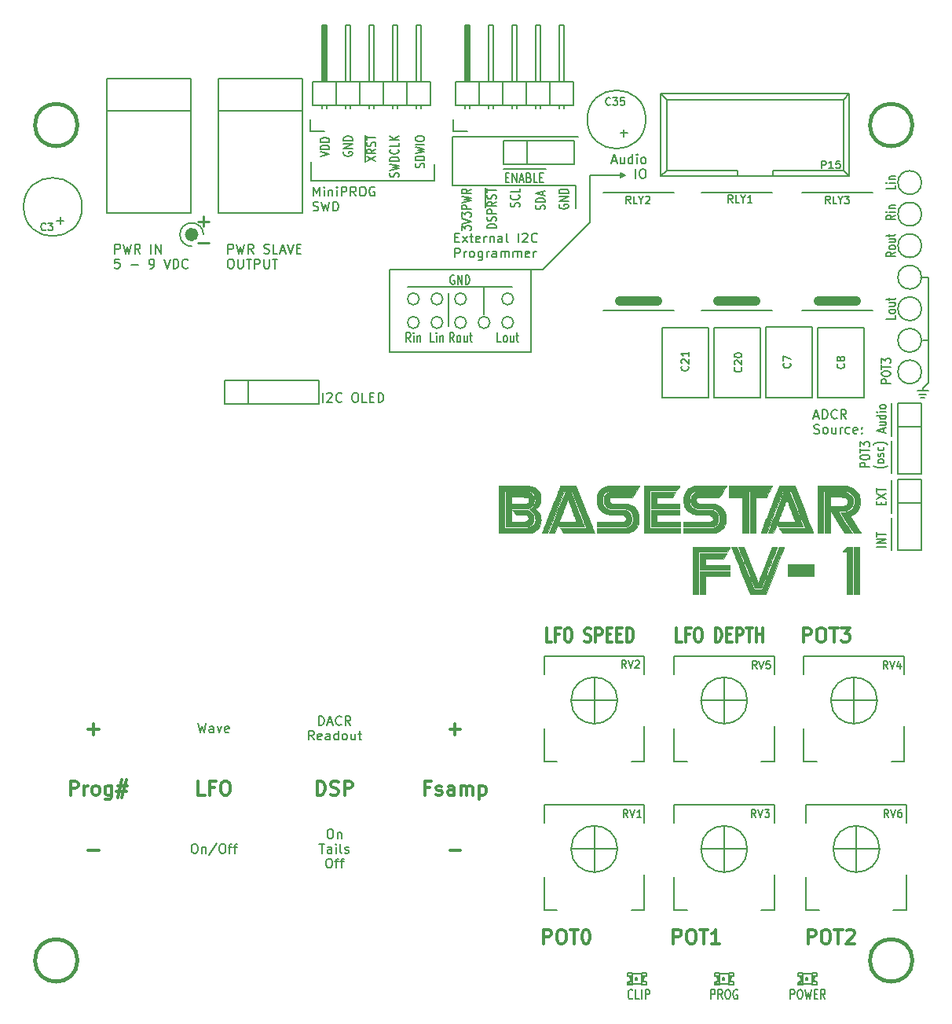
<source format=gto>
G04 #@! TF.FileFunction,Legend,Top*
%FSLAX46Y46*%
G04 Gerber Fmt 4.6, Leading zero omitted, Abs format (unit mm)*
G04 Created by KiCad (PCBNEW (2015-11-29 BZR 6336, Git 7b0d981)-product) date 01/12/2015 20:30:35*
%MOMM*%
G01*
G04 APERTURE LIST*
%ADD10C,0.100000*%
%ADD11C,0.150000*%
%ADD12C,0.200000*%
%ADD13C,0.300000*%
%ADD14C,0.180000*%
%ADD15C,0.381000*%
%ADD16C,1.000000*%
%ADD17C,0.800000*%
%ADD18C,0.250000*%
G04 APERTURE END LIST*
D10*
D11*
X113928571Y-60904763D02*
X113928571Y-60638096D01*
X114452381Y-60523810D02*
X114452381Y-60904763D01*
X113452381Y-60904763D01*
X113452381Y-60523810D01*
X113452381Y-60257143D02*
X114452381Y-59723810D01*
X113452381Y-59723810D02*
X114452381Y-60257143D01*
X113452381Y-59533334D02*
X113452381Y-59076191D01*
X114452381Y-59304762D02*
X113452381Y-59304762D01*
X114452381Y-65438095D02*
X113452381Y-65438095D01*
X114452381Y-65057143D02*
X113452381Y-65057143D01*
X114452381Y-64600000D01*
X113452381Y-64600000D01*
X113452381Y-64333334D02*
X113452381Y-63876191D01*
X114452381Y-64104762D02*
X113452381Y-64104762D01*
D12*
X115000000Y-58300000D02*
X115000000Y-61800000D01*
X115000000Y-65800000D02*
X115000000Y-62300000D01*
X67310000Y-38100000D02*
X67310000Y-41656000D01*
X85852000Y-25654000D02*
X85852000Y-25146000D01*
X86360000Y-25400000D02*
X85852000Y-25654000D01*
X86360000Y-25400000D02*
X85852000Y-25146000D01*
X77470000Y-35560000D02*
X76200000Y-35560000D01*
X82550000Y-30480000D02*
X77470000Y-35560000D01*
X82550000Y-25400000D02*
X82550000Y-30480000D01*
X86360000Y-25400000D02*
X82550000Y-25400000D01*
X76200000Y-44450000D02*
X76200000Y-35560000D01*
X60960000Y-44450000D02*
X76200000Y-44450000D01*
X60960000Y-35560000D02*
X60960000Y-44450000D01*
X76200000Y-35560000D02*
X60960000Y-35560000D01*
D11*
X72955238Y-43378381D02*
X72574285Y-43378381D01*
X72574285Y-42378381D01*
X73336190Y-43378381D02*
X73259999Y-43330762D01*
X73221904Y-43283143D01*
X73183809Y-43187905D01*
X73183809Y-42902190D01*
X73221904Y-42806952D01*
X73259999Y-42759333D01*
X73336190Y-42711714D01*
X73450476Y-42711714D01*
X73526666Y-42759333D01*
X73564761Y-42806952D01*
X73602857Y-42902190D01*
X73602857Y-43187905D01*
X73564761Y-43283143D01*
X73526666Y-43330762D01*
X73450476Y-43378381D01*
X73336190Y-43378381D01*
X74288571Y-42711714D02*
X74288571Y-43378381D01*
X73945714Y-42711714D02*
X73945714Y-43235524D01*
X73983809Y-43330762D01*
X74060000Y-43378381D01*
X74174286Y-43378381D01*
X74250476Y-43330762D01*
X74288571Y-43283143D01*
X74555238Y-42711714D02*
X74860000Y-42711714D01*
X74669524Y-42378381D02*
X74669524Y-43235524D01*
X74707619Y-43330762D01*
X74783810Y-43378381D01*
X74860000Y-43378381D01*
X67875238Y-43378381D02*
X67608571Y-42902190D01*
X67418095Y-43378381D02*
X67418095Y-42378381D01*
X67722857Y-42378381D01*
X67799048Y-42426000D01*
X67837143Y-42473619D01*
X67875238Y-42568857D01*
X67875238Y-42711714D01*
X67837143Y-42806952D01*
X67799048Y-42854571D01*
X67722857Y-42902190D01*
X67418095Y-42902190D01*
X68332381Y-43378381D02*
X68256190Y-43330762D01*
X68218095Y-43283143D01*
X68180000Y-43187905D01*
X68180000Y-42902190D01*
X68218095Y-42806952D01*
X68256190Y-42759333D01*
X68332381Y-42711714D01*
X68446667Y-42711714D01*
X68522857Y-42759333D01*
X68560952Y-42806952D01*
X68599048Y-42902190D01*
X68599048Y-43187905D01*
X68560952Y-43283143D01*
X68522857Y-43330762D01*
X68446667Y-43378381D01*
X68332381Y-43378381D01*
X69284762Y-42711714D02*
X69284762Y-43378381D01*
X68941905Y-42711714D02*
X68941905Y-43235524D01*
X68980000Y-43330762D01*
X69056191Y-43378381D01*
X69170477Y-43378381D01*
X69246667Y-43330762D01*
X69284762Y-43283143D01*
X69551429Y-42711714D02*
X69856191Y-42711714D01*
X69665715Y-42378381D02*
X69665715Y-43235524D01*
X69703810Y-43330762D01*
X69780001Y-43378381D01*
X69856191Y-43378381D01*
D12*
X71120000Y-40386000D02*
X71120000Y-37465000D01*
D11*
X65735239Y-43378381D02*
X65354286Y-43378381D01*
X65354286Y-42378381D01*
X66001905Y-43378381D02*
X66001905Y-42711714D01*
X66001905Y-42378381D02*
X65963810Y-42426000D01*
X66001905Y-42473619D01*
X66040000Y-42426000D01*
X66001905Y-42378381D01*
X66001905Y-42473619D01*
X66382857Y-42711714D02*
X66382857Y-43378381D01*
X66382857Y-42806952D02*
X66420952Y-42759333D01*
X66497143Y-42711714D01*
X66611429Y-42711714D01*
X66687619Y-42759333D01*
X66725714Y-42854571D01*
X66725714Y-43378381D01*
X63195238Y-43378381D02*
X62928571Y-42902190D01*
X62738095Y-43378381D02*
X62738095Y-42378381D01*
X63042857Y-42378381D01*
X63119048Y-42426000D01*
X63157143Y-42473619D01*
X63195238Y-42568857D01*
X63195238Y-42711714D01*
X63157143Y-42806952D01*
X63119048Y-42854571D01*
X63042857Y-42902190D01*
X62738095Y-42902190D01*
X63538095Y-43378381D02*
X63538095Y-42711714D01*
X63538095Y-42378381D02*
X63500000Y-42426000D01*
X63538095Y-42473619D01*
X63576190Y-42426000D01*
X63538095Y-42378381D01*
X63538095Y-42473619D01*
X63919047Y-42711714D02*
X63919047Y-43378381D01*
X63919047Y-42806952D02*
X63957142Y-42759333D01*
X64033333Y-42711714D01*
X64147619Y-42711714D01*
X64223809Y-42759333D01*
X64261904Y-42854571D01*
X64261904Y-43378381D01*
D12*
X69215000Y-37465000D02*
X74168000Y-37465000D01*
D11*
X67894429Y-36203000D02*
X67818238Y-36155381D01*
X67703953Y-36155381D01*
X67589667Y-36203000D01*
X67513476Y-36298238D01*
X67475381Y-36393476D01*
X67437286Y-36583952D01*
X67437286Y-36726810D01*
X67475381Y-36917286D01*
X67513476Y-37012524D01*
X67589667Y-37107762D01*
X67703953Y-37155381D01*
X67780143Y-37155381D01*
X67894429Y-37107762D01*
X67932524Y-37060143D01*
X67932524Y-36726810D01*
X67780143Y-36726810D01*
X68275381Y-37155381D02*
X68275381Y-36155381D01*
X68732524Y-37155381D01*
X68732524Y-36155381D01*
X69113476Y-37155381D02*
X69113476Y-36155381D01*
X69303952Y-36155381D01*
X69418238Y-36203000D01*
X69494429Y-36298238D01*
X69532524Y-36393476D01*
X69570619Y-36583952D01*
X69570619Y-36726810D01*
X69532524Y-36917286D01*
X69494429Y-37012524D01*
X69418238Y-37107762D01*
X69303952Y-37155381D01*
X69113476Y-37155381D01*
D12*
X62865000Y-37465000D02*
X69215000Y-37465000D01*
X74295000Y-41275000D02*
G75*
G03X74295000Y-41275000I-635000J0D01*
G01*
X71755000Y-41275000D02*
G75*
G03X71755000Y-41275000I-635000J0D01*
G01*
X69215000Y-41275000D02*
G75*
G03X69215000Y-41275000I-635000J0D01*
G01*
X66675000Y-41275000D02*
G75*
G03X66675000Y-41275000I-635000J0D01*
G01*
X64135000Y-41275000D02*
G75*
G03X64135000Y-41275000I-635000J0D01*
G01*
X74295000Y-38735000D02*
G75*
G03X74295000Y-38735000I-635000J0D01*
G01*
X69215000Y-38735000D02*
G75*
G03X69215000Y-38735000I-635000J0D01*
G01*
X66675000Y-38735000D02*
G75*
G03X66675000Y-38735000I-635000J0D01*
G01*
X64135000Y-38735000D02*
G75*
G03X64135000Y-38735000I-635000J0D01*
G01*
D11*
X115452381Y-26504761D02*
X115452381Y-26885714D01*
X114452381Y-26885714D01*
X115452381Y-26238095D02*
X114785714Y-26238095D01*
X114452381Y-26238095D02*
X114500000Y-26276190D01*
X114547619Y-26238095D01*
X114500000Y-26200000D01*
X114452381Y-26238095D01*
X114547619Y-26238095D01*
X114785714Y-25857143D02*
X115452381Y-25857143D01*
X114880952Y-25857143D02*
X114833333Y-25819048D01*
X114785714Y-25742857D01*
X114785714Y-25628571D01*
X114833333Y-25552381D01*
X114928571Y-25514286D01*
X115452381Y-25514286D01*
X115452381Y-29704762D02*
X114976190Y-29971429D01*
X115452381Y-30161905D02*
X114452381Y-30161905D01*
X114452381Y-29857143D01*
X114500000Y-29780952D01*
X114547619Y-29742857D01*
X114642857Y-29704762D01*
X114785714Y-29704762D01*
X114880952Y-29742857D01*
X114928571Y-29780952D01*
X114976190Y-29857143D01*
X114976190Y-30161905D01*
X115452381Y-29361905D02*
X114785714Y-29361905D01*
X114452381Y-29361905D02*
X114500000Y-29400000D01*
X114547619Y-29361905D01*
X114500000Y-29323810D01*
X114452381Y-29361905D01*
X114547619Y-29361905D01*
X114785714Y-28980953D02*
X115452381Y-28980953D01*
X114880952Y-28980953D02*
X114833333Y-28942858D01*
X114785714Y-28866667D01*
X114785714Y-28752381D01*
X114833333Y-28676191D01*
X114928571Y-28638096D01*
X115452381Y-28638096D01*
X115452381Y-33704762D02*
X114976190Y-33971429D01*
X115452381Y-34161905D02*
X114452381Y-34161905D01*
X114452381Y-33857143D01*
X114500000Y-33780952D01*
X114547619Y-33742857D01*
X114642857Y-33704762D01*
X114785714Y-33704762D01*
X114880952Y-33742857D01*
X114928571Y-33780952D01*
X114976190Y-33857143D01*
X114976190Y-34161905D01*
X115452381Y-33247619D02*
X115404762Y-33323810D01*
X115357143Y-33361905D01*
X115261905Y-33400000D01*
X114976190Y-33400000D01*
X114880952Y-33361905D01*
X114833333Y-33323810D01*
X114785714Y-33247619D01*
X114785714Y-33133333D01*
X114833333Y-33057143D01*
X114880952Y-33019048D01*
X114976190Y-32980952D01*
X115261905Y-32980952D01*
X115357143Y-33019048D01*
X115404762Y-33057143D01*
X115452381Y-33133333D01*
X115452381Y-33247619D01*
X114785714Y-32295238D02*
X115452381Y-32295238D01*
X114785714Y-32638095D02*
X115309524Y-32638095D01*
X115404762Y-32600000D01*
X115452381Y-32523809D01*
X115452381Y-32409523D01*
X115404762Y-32333333D01*
X115357143Y-32295238D01*
X114785714Y-32028571D02*
X114785714Y-31723809D01*
X114452381Y-31914285D02*
X115309524Y-31914285D01*
X115404762Y-31876190D01*
X115452381Y-31799999D01*
X115452381Y-31723809D01*
X115452381Y-40504762D02*
X115452381Y-40885715D01*
X114452381Y-40885715D01*
X115452381Y-40123810D02*
X115404762Y-40200001D01*
X115357143Y-40238096D01*
X115261905Y-40276191D01*
X114976190Y-40276191D01*
X114880952Y-40238096D01*
X114833333Y-40200001D01*
X114785714Y-40123810D01*
X114785714Y-40009524D01*
X114833333Y-39933334D01*
X114880952Y-39895239D01*
X114976190Y-39857143D01*
X115261905Y-39857143D01*
X115357143Y-39895239D01*
X115404762Y-39933334D01*
X115452381Y-40009524D01*
X115452381Y-40123810D01*
X114785714Y-39171429D02*
X115452381Y-39171429D01*
X114785714Y-39514286D02*
X115309524Y-39514286D01*
X115404762Y-39476191D01*
X115452381Y-39400000D01*
X115452381Y-39285714D01*
X115404762Y-39209524D01*
X115357143Y-39171429D01*
X114785714Y-38904762D02*
X114785714Y-38600000D01*
X114452381Y-38790476D02*
X115309524Y-38790476D01*
X115404762Y-38752381D01*
X115452381Y-38676190D01*
X115452381Y-38600000D01*
D12*
X118400000Y-43200000D02*
X119000000Y-43200000D01*
X118400000Y-48400000D02*
X118400000Y-48600000D01*
X119000000Y-47800000D02*
X118400000Y-48400000D01*
X118200000Y-49400000D02*
X118600000Y-49400000D01*
X118000000Y-49000000D02*
X118800000Y-49000000D01*
X117800000Y-48600000D02*
X119000000Y-48600000D01*
X119000000Y-46600000D02*
X119000000Y-47800000D01*
X119000000Y-36400000D02*
X118200000Y-36400000D01*
X119000000Y-46600000D02*
X119000000Y-36400000D01*
D11*
X114952381Y-47819048D02*
X113952381Y-47819048D01*
X113952381Y-47514286D01*
X114000000Y-47438095D01*
X114047619Y-47400000D01*
X114142857Y-47361905D01*
X114285714Y-47361905D01*
X114380952Y-47400000D01*
X114428571Y-47438095D01*
X114476190Y-47514286D01*
X114476190Y-47819048D01*
X113952381Y-46866667D02*
X113952381Y-46714286D01*
X114000000Y-46638095D01*
X114095238Y-46561905D01*
X114285714Y-46523810D01*
X114619048Y-46523810D01*
X114809524Y-46561905D01*
X114904762Y-46638095D01*
X114952381Y-46714286D01*
X114952381Y-46866667D01*
X114904762Y-46942857D01*
X114809524Y-47019048D01*
X114619048Y-47057143D01*
X114285714Y-47057143D01*
X114095238Y-47019048D01*
X114000000Y-46942857D01*
X113952381Y-46866667D01*
X113952381Y-46295239D02*
X113952381Y-45838096D01*
X114952381Y-46066667D02*
X113952381Y-46066667D01*
X113952381Y-45647619D02*
X113952381Y-45152381D01*
X114333333Y-45419048D01*
X114333333Y-45304762D01*
X114380952Y-45228572D01*
X114428571Y-45190476D01*
X114523810Y-45152381D01*
X114761905Y-45152381D01*
X114857143Y-45190476D01*
X114904762Y-45228572D01*
X114952381Y-45304762D01*
X114952381Y-45533334D01*
X114904762Y-45609524D01*
X114857143Y-45647619D01*
X112677381Y-56819048D02*
X111677381Y-56819048D01*
X111677381Y-56514286D01*
X111725000Y-56438095D01*
X111772619Y-56400000D01*
X111867857Y-56361905D01*
X112010714Y-56361905D01*
X112105952Y-56400000D01*
X112153571Y-56438095D01*
X112201190Y-56514286D01*
X112201190Y-56819048D01*
X111677381Y-55866667D02*
X111677381Y-55714286D01*
X111725000Y-55638095D01*
X111820238Y-55561905D01*
X112010714Y-55523810D01*
X112344048Y-55523810D01*
X112534524Y-55561905D01*
X112629762Y-55638095D01*
X112677381Y-55714286D01*
X112677381Y-55866667D01*
X112629762Y-55942857D01*
X112534524Y-56019048D01*
X112344048Y-56057143D01*
X112010714Y-56057143D01*
X111820238Y-56019048D01*
X111725000Y-55942857D01*
X111677381Y-55866667D01*
X111677381Y-55295239D02*
X111677381Y-54838096D01*
X112677381Y-55066667D02*
X111677381Y-55066667D01*
X111677381Y-54647619D02*
X111677381Y-54152381D01*
X112058333Y-54419048D01*
X112058333Y-54304762D01*
X112105952Y-54228572D01*
X112153571Y-54190476D01*
X112248810Y-54152381D01*
X112486905Y-54152381D01*
X112582143Y-54190476D01*
X112629762Y-54228572D01*
X112677381Y-54304762D01*
X112677381Y-54533334D01*
X112629762Y-54609524D01*
X112582143Y-54647619D01*
X114608333Y-56704761D02*
X114560714Y-56742857D01*
X114417857Y-56819047D01*
X114322619Y-56857142D01*
X114179762Y-56895238D01*
X113941667Y-56933333D01*
X113751190Y-56933333D01*
X113513095Y-56895238D01*
X113370238Y-56857142D01*
X113275000Y-56819047D01*
X113132143Y-56742857D01*
X113084524Y-56704761D01*
X114227381Y-56285714D02*
X114179762Y-56361905D01*
X114132143Y-56400000D01*
X114036905Y-56438095D01*
X113751190Y-56438095D01*
X113655952Y-56400000D01*
X113608333Y-56361905D01*
X113560714Y-56285714D01*
X113560714Y-56171428D01*
X113608333Y-56095238D01*
X113655952Y-56057143D01*
X113751190Y-56019047D01*
X114036905Y-56019047D01*
X114132143Y-56057143D01*
X114179762Y-56095238D01*
X114227381Y-56171428D01*
X114227381Y-56285714D01*
X114179762Y-55714285D02*
X114227381Y-55638095D01*
X114227381Y-55485714D01*
X114179762Y-55409523D01*
X114084524Y-55371428D01*
X114036905Y-55371428D01*
X113941667Y-55409523D01*
X113894048Y-55485714D01*
X113894048Y-55599999D01*
X113846429Y-55676190D01*
X113751190Y-55714285D01*
X113703571Y-55714285D01*
X113608333Y-55676190D01*
X113560714Y-55599999D01*
X113560714Y-55485714D01*
X113608333Y-55409523D01*
X114179762Y-54685714D02*
X114227381Y-54761904D01*
X114227381Y-54914285D01*
X114179762Y-54990476D01*
X114132143Y-55028571D01*
X114036905Y-55066666D01*
X113751190Y-55066666D01*
X113655952Y-55028571D01*
X113608333Y-54990476D01*
X113560714Y-54914285D01*
X113560714Y-54761904D01*
X113608333Y-54685714D01*
X114608333Y-54419047D02*
X114560714Y-54380952D01*
X114417857Y-54304762D01*
X114322619Y-54266666D01*
X114179762Y-54228571D01*
X113941667Y-54190476D01*
X113751190Y-54190476D01*
X113513095Y-54228571D01*
X113370238Y-54266666D01*
X113275000Y-54304762D01*
X113132143Y-54380952D01*
X113084524Y-54419047D01*
X114166667Y-53085715D02*
X114166667Y-52704763D01*
X114452381Y-53161906D02*
X113452381Y-52895239D01*
X114452381Y-52628572D01*
X113785714Y-52019049D02*
X114452381Y-52019049D01*
X113785714Y-52361906D02*
X114309524Y-52361906D01*
X114404762Y-52323811D01*
X114452381Y-52247620D01*
X114452381Y-52133334D01*
X114404762Y-52057144D01*
X114357143Y-52019049D01*
X114452381Y-51295239D02*
X113452381Y-51295239D01*
X114404762Y-51295239D02*
X114452381Y-51371429D01*
X114452381Y-51523810D01*
X114404762Y-51600001D01*
X114357143Y-51638096D01*
X114261905Y-51676191D01*
X113976190Y-51676191D01*
X113880952Y-51638096D01*
X113833333Y-51600001D01*
X113785714Y-51523810D01*
X113785714Y-51371429D01*
X113833333Y-51295239D01*
X114452381Y-50914286D02*
X113785714Y-50914286D01*
X113452381Y-50914286D02*
X113500000Y-50952381D01*
X113547619Y-50914286D01*
X113500000Y-50876191D01*
X113452381Y-50914286D01*
X113547619Y-50914286D01*
X114452381Y-50419048D02*
X114404762Y-50495239D01*
X114357143Y-50533334D01*
X114261905Y-50571429D01*
X113976190Y-50571429D01*
X113880952Y-50533334D01*
X113833333Y-50495239D01*
X113785714Y-50419048D01*
X113785714Y-50304762D01*
X113833333Y-50228572D01*
X113880952Y-50190477D01*
X113976190Y-50152381D01*
X114261905Y-50152381D01*
X114357143Y-50190477D01*
X114404762Y-50228572D01*
X114452381Y-50304762D01*
X114452381Y-50419048D01*
D12*
X115000000Y-57500000D02*
X115000000Y-54000000D01*
X115000000Y-50000000D02*
X115000000Y-53500000D01*
X106690476Y-51366667D02*
X107166667Y-51366667D01*
X106595238Y-51652381D02*
X106928571Y-50652381D01*
X107261905Y-51652381D01*
X107595238Y-51652381D02*
X107595238Y-50652381D01*
X107833333Y-50652381D01*
X107976191Y-50700000D01*
X108071429Y-50795238D01*
X108119048Y-50890476D01*
X108166667Y-51080952D01*
X108166667Y-51223810D01*
X108119048Y-51414286D01*
X108071429Y-51509524D01*
X107976191Y-51604762D01*
X107833333Y-51652381D01*
X107595238Y-51652381D01*
X109166667Y-51557143D02*
X109119048Y-51604762D01*
X108976191Y-51652381D01*
X108880953Y-51652381D01*
X108738095Y-51604762D01*
X108642857Y-51509524D01*
X108595238Y-51414286D01*
X108547619Y-51223810D01*
X108547619Y-51080952D01*
X108595238Y-50890476D01*
X108642857Y-50795238D01*
X108738095Y-50700000D01*
X108880953Y-50652381D01*
X108976191Y-50652381D01*
X109119048Y-50700000D01*
X109166667Y-50747619D01*
X110166667Y-51652381D02*
X109833333Y-51176190D01*
X109595238Y-51652381D02*
X109595238Y-50652381D01*
X109976191Y-50652381D01*
X110071429Y-50700000D01*
X110119048Y-50747619D01*
X110166667Y-50842857D01*
X110166667Y-50985714D01*
X110119048Y-51080952D01*
X110071429Y-51128571D01*
X109976191Y-51176190D01*
X109595238Y-51176190D01*
X106690476Y-53204762D02*
X106833333Y-53252381D01*
X107071429Y-53252381D01*
X107166667Y-53204762D01*
X107214286Y-53157143D01*
X107261905Y-53061905D01*
X107261905Y-52966667D01*
X107214286Y-52871429D01*
X107166667Y-52823810D01*
X107071429Y-52776190D01*
X106880952Y-52728571D01*
X106785714Y-52680952D01*
X106738095Y-52633333D01*
X106690476Y-52538095D01*
X106690476Y-52442857D01*
X106738095Y-52347619D01*
X106785714Y-52300000D01*
X106880952Y-52252381D01*
X107119048Y-52252381D01*
X107261905Y-52300000D01*
X107833333Y-53252381D02*
X107738095Y-53204762D01*
X107690476Y-53157143D01*
X107642857Y-53061905D01*
X107642857Y-52776190D01*
X107690476Y-52680952D01*
X107738095Y-52633333D01*
X107833333Y-52585714D01*
X107976191Y-52585714D01*
X108071429Y-52633333D01*
X108119048Y-52680952D01*
X108166667Y-52776190D01*
X108166667Y-53061905D01*
X108119048Y-53157143D01*
X108071429Y-53204762D01*
X107976191Y-53252381D01*
X107833333Y-53252381D01*
X109023810Y-52585714D02*
X109023810Y-53252381D01*
X108595238Y-52585714D02*
X108595238Y-53109524D01*
X108642857Y-53204762D01*
X108738095Y-53252381D01*
X108880953Y-53252381D01*
X108976191Y-53204762D01*
X109023810Y-53157143D01*
X109500000Y-53252381D02*
X109500000Y-52585714D01*
X109500000Y-52776190D02*
X109547619Y-52680952D01*
X109595238Y-52633333D01*
X109690476Y-52585714D01*
X109785715Y-52585714D01*
X110547620Y-53204762D02*
X110452382Y-53252381D01*
X110261905Y-53252381D01*
X110166667Y-53204762D01*
X110119048Y-53157143D01*
X110071429Y-53061905D01*
X110071429Y-52776190D01*
X110119048Y-52680952D01*
X110166667Y-52633333D01*
X110261905Y-52585714D01*
X110452382Y-52585714D01*
X110547620Y-52633333D01*
X111357144Y-53204762D02*
X111261906Y-53252381D01*
X111071429Y-53252381D01*
X110976191Y-53204762D01*
X110928572Y-53109524D01*
X110928572Y-52728571D01*
X110976191Y-52633333D01*
X111071429Y-52585714D01*
X111261906Y-52585714D01*
X111357144Y-52633333D01*
X111404763Y-52728571D01*
X111404763Y-52823810D01*
X110928572Y-52919048D01*
X111833334Y-53157143D02*
X111880953Y-53204762D01*
X111833334Y-53252381D01*
X111785715Y-53204762D01*
X111833334Y-53157143D01*
X111833334Y-53252381D01*
X111833334Y-52633333D02*
X111880953Y-52680952D01*
X111833334Y-52728571D01*
X111785715Y-52680952D01*
X111833334Y-52633333D01*
X111833334Y-52728571D01*
D13*
X92442857Y-75678571D02*
X91871428Y-75678571D01*
X91871428Y-74178571D01*
X93242857Y-74892857D02*
X92842857Y-74892857D01*
X92842857Y-75678571D02*
X92842857Y-74178571D01*
X93414286Y-74178571D01*
X94100000Y-74178571D02*
X94328571Y-74178571D01*
X94442857Y-74250000D01*
X94557143Y-74392857D01*
X94614285Y-74678571D01*
X94614285Y-75178571D01*
X94557143Y-75464286D01*
X94442857Y-75607143D01*
X94328571Y-75678571D01*
X94100000Y-75678571D01*
X93985714Y-75607143D01*
X93871428Y-75464286D01*
X93814285Y-75178571D01*
X93814285Y-74678571D01*
X93871428Y-74392857D01*
X93985714Y-74250000D01*
X94100000Y-74178571D01*
X96042857Y-75678571D02*
X96042857Y-74178571D01*
X96328572Y-74178571D01*
X96500000Y-74250000D01*
X96614286Y-74392857D01*
X96671429Y-74535714D01*
X96728572Y-74821429D01*
X96728572Y-75035714D01*
X96671429Y-75321429D01*
X96614286Y-75464286D01*
X96500000Y-75607143D01*
X96328572Y-75678571D01*
X96042857Y-75678571D01*
X97242857Y-74892857D02*
X97642857Y-74892857D01*
X97814286Y-75678571D02*
X97242857Y-75678571D01*
X97242857Y-74178571D01*
X97814286Y-74178571D01*
X98328571Y-75678571D02*
X98328571Y-74178571D01*
X98785714Y-74178571D01*
X98900000Y-74250000D01*
X98957143Y-74321429D01*
X99014286Y-74464286D01*
X99014286Y-74678571D01*
X98957143Y-74821429D01*
X98900000Y-74892857D01*
X98785714Y-74964286D01*
X98328571Y-74964286D01*
X99357143Y-74178571D02*
X100042857Y-74178571D01*
X99700000Y-75678571D02*
X99700000Y-74178571D01*
X100442857Y-75678571D02*
X100442857Y-74178571D01*
X100442857Y-74892857D02*
X101128572Y-74892857D01*
X101128572Y-75678571D02*
X101128572Y-74178571D01*
X78414286Y-75678571D02*
X77842857Y-75678571D01*
X77842857Y-74178571D01*
X79214286Y-74892857D02*
X78814286Y-74892857D01*
X78814286Y-75678571D02*
X78814286Y-74178571D01*
X79385715Y-74178571D01*
X80071429Y-74178571D02*
X80300000Y-74178571D01*
X80414286Y-74250000D01*
X80528572Y-74392857D01*
X80585714Y-74678571D01*
X80585714Y-75178571D01*
X80528572Y-75464286D01*
X80414286Y-75607143D01*
X80300000Y-75678571D01*
X80071429Y-75678571D01*
X79957143Y-75607143D01*
X79842857Y-75464286D01*
X79785714Y-75178571D01*
X79785714Y-74678571D01*
X79842857Y-74392857D01*
X79957143Y-74250000D01*
X80071429Y-74178571D01*
X81957143Y-75607143D02*
X82128572Y-75678571D01*
X82414286Y-75678571D01*
X82528572Y-75607143D01*
X82585715Y-75535714D01*
X82642858Y-75392857D01*
X82642858Y-75250000D01*
X82585715Y-75107143D01*
X82528572Y-75035714D01*
X82414286Y-74964286D01*
X82185715Y-74892857D01*
X82071429Y-74821429D01*
X82014286Y-74750000D01*
X81957143Y-74607143D01*
X81957143Y-74464286D01*
X82014286Y-74321429D01*
X82071429Y-74250000D01*
X82185715Y-74178571D01*
X82471429Y-74178571D01*
X82642858Y-74250000D01*
X83157143Y-75678571D02*
X83157143Y-74178571D01*
X83614286Y-74178571D01*
X83728572Y-74250000D01*
X83785715Y-74321429D01*
X83842858Y-74464286D01*
X83842858Y-74678571D01*
X83785715Y-74821429D01*
X83728572Y-74892857D01*
X83614286Y-74964286D01*
X83157143Y-74964286D01*
X84357143Y-74892857D02*
X84757143Y-74892857D01*
X84928572Y-75678571D02*
X84357143Y-75678571D01*
X84357143Y-74178571D01*
X84928572Y-74178571D01*
X85442857Y-74892857D02*
X85842857Y-74892857D01*
X86014286Y-75678571D02*
X85442857Y-75678571D01*
X85442857Y-74178571D01*
X86014286Y-74178571D01*
X86528571Y-75678571D02*
X86528571Y-74178571D01*
X86814286Y-74178571D01*
X86985714Y-74250000D01*
X87100000Y-74392857D01*
X87157143Y-74535714D01*
X87214286Y-74821429D01*
X87214286Y-75035714D01*
X87157143Y-75321429D01*
X87100000Y-75464286D01*
X86985714Y-75607143D01*
X86814286Y-75678571D01*
X86528571Y-75678571D01*
X105535715Y-75678571D02*
X105535715Y-74178571D01*
X106107143Y-74178571D01*
X106250001Y-74250000D01*
X106321429Y-74321429D01*
X106392858Y-74464286D01*
X106392858Y-74678571D01*
X106321429Y-74821429D01*
X106250001Y-74892857D01*
X106107143Y-74964286D01*
X105535715Y-74964286D01*
X107321429Y-74178571D02*
X107607143Y-74178571D01*
X107750001Y-74250000D01*
X107892858Y-74392857D01*
X107964286Y-74678571D01*
X107964286Y-75178571D01*
X107892858Y-75464286D01*
X107750001Y-75607143D01*
X107607143Y-75678571D01*
X107321429Y-75678571D01*
X107178572Y-75607143D01*
X107035715Y-75464286D01*
X106964286Y-75178571D01*
X106964286Y-74678571D01*
X107035715Y-74392857D01*
X107178572Y-74250000D01*
X107321429Y-74178571D01*
X108392858Y-74178571D02*
X109250001Y-74178571D01*
X108821430Y-75678571D02*
X108821430Y-74178571D01*
X109607144Y-74178571D02*
X110535715Y-74178571D01*
X110035715Y-74750000D01*
X110250001Y-74750000D01*
X110392858Y-74821429D01*
X110464287Y-74892857D01*
X110535715Y-75035714D01*
X110535715Y-75392857D01*
X110464287Y-75535714D01*
X110392858Y-75607143D01*
X110250001Y-75678571D01*
X109821429Y-75678571D01*
X109678572Y-75607143D01*
X109607144Y-75535714D01*
X106035715Y-108178571D02*
X106035715Y-106678571D01*
X106607143Y-106678571D01*
X106750001Y-106750000D01*
X106821429Y-106821429D01*
X106892858Y-106964286D01*
X106892858Y-107178571D01*
X106821429Y-107321429D01*
X106750001Y-107392857D01*
X106607143Y-107464286D01*
X106035715Y-107464286D01*
X107821429Y-106678571D02*
X108107143Y-106678571D01*
X108250001Y-106750000D01*
X108392858Y-106892857D01*
X108464286Y-107178571D01*
X108464286Y-107678571D01*
X108392858Y-107964286D01*
X108250001Y-108107143D01*
X108107143Y-108178571D01*
X107821429Y-108178571D01*
X107678572Y-108107143D01*
X107535715Y-107964286D01*
X107464286Y-107678571D01*
X107464286Y-107178571D01*
X107535715Y-106892857D01*
X107678572Y-106750000D01*
X107821429Y-106678571D01*
X108892858Y-106678571D02*
X109750001Y-106678571D01*
X109321430Y-108178571D02*
X109321430Y-106678571D01*
X110178572Y-106821429D02*
X110250001Y-106750000D01*
X110392858Y-106678571D01*
X110750001Y-106678571D01*
X110892858Y-106750000D01*
X110964287Y-106821429D01*
X111035715Y-106964286D01*
X111035715Y-107107143D01*
X110964287Y-107321429D01*
X110107144Y-108178571D01*
X111035715Y-108178571D01*
X91535715Y-108178571D02*
X91535715Y-106678571D01*
X92107143Y-106678571D01*
X92250001Y-106750000D01*
X92321429Y-106821429D01*
X92392858Y-106964286D01*
X92392858Y-107178571D01*
X92321429Y-107321429D01*
X92250001Y-107392857D01*
X92107143Y-107464286D01*
X91535715Y-107464286D01*
X93321429Y-106678571D02*
X93607143Y-106678571D01*
X93750001Y-106750000D01*
X93892858Y-106892857D01*
X93964286Y-107178571D01*
X93964286Y-107678571D01*
X93892858Y-107964286D01*
X93750001Y-108107143D01*
X93607143Y-108178571D01*
X93321429Y-108178571D01*
X93178572Y-108107143D01*
X93035715Y-107964286D01*
X92964286Y-107678571D01*
X92964286Y-107178571D01*
X93035715Y-106892857D01*
X93178572Y-106750000D01*
X93321429Y-106678571D01*
X94392858Y-106678571D02*
X95250001Y-106678571D01*
X94821430Y-108178571D02*
X94821430Y-106678571D01*
X96535715Y-108178571D02*
X95678572Y-108178571D01*
X96107144Y-108178571D02*
X96107144Y-106678571D01*
X95964287Y-106892857D01*
X95821429Y-107035714D01*
X95678572Y-107107143D01*
X77535715Y-108178571D02*
X77535715Y-106678571D01*
X78107143Y-106678571D01*
X78250001Y-106750000D01*
X78321429Y-106821429D01*
X78392858Y-106964286D01*
X78392858Y-107178571D01*
X78321429Y-107321429D01*
X78250001Y-107392857D01*
X78107143Y-107464286D01*
X77535715Y-107464286D01*
X79321429Y-106678571D02*
X79607143Y-106678571D01*
X79750001Y-106750000D01*
X79892858Y-106892857D01*
X79964286Y-107178571D01*
X79964286Y-107678571D01*
X79892858Y-107964286D01*
X79750001Y-108107143D01*
X79607143Y-108178571D01*
X79321429Y-108178571D01*
X79178572Y-108107143D01*
X79035715Y-107964286D01*
X78964286Y-107678571D01*
X78964286Y-107178571D01*
X79035715Y-106892857D01*
X79178572Y-106750000D01*
X79321429Y-106678571D01*
X80392858Y-106678571D02*
X81250001Y-106678571D01*
X80821430Y-108178571D02*
X80821430Y-106678571D01*
X82035715Y-106678571D02*
X82178572Y-106678571D01*
X82321429Y-106750000D01*
X82392858Y-106821429D01*
X82464287Y-106964286D01*
X82535715Y-107250000D01*
X82535715Y-107607143D01*
X82464287Y-107892857D01*
X82392858Y-108035714D01*
X82321429Y-108107143D01*
X82178572Y-108178571D01*
X82035715Y-108178571D01*
X81892858Y-108107143D01*
X81821429Y-108035714D01*
X81750001Y-107892857D01*
X81678572Y-107607143D01*
X81678572Y-107250000D01*
X81750001Y-106964286D01*
X81821429Y-106821429D01*
X81892858Y-106750000D01*
X82035715Y-106678571D01*
D11*
X104152381Y-114152381D02*
X104152381Y-113152381D01*
X104457143Y-113152381D01*
X104533334Y-113200000D01*
X104571429Y-113247619D01*
X104609524Y-113342857D01*
X104609524Y-113485714D01*
X104571429Y-113580952D01*
X104533334Y-113628571D01*
X104457143Y-113676190D01*
X104152381Y-113676190D01*
X105104762Y-113152381D02*
X105257143Y-113152381D01*
X105333334Y-113200000D01*
X105409524Y-113295238D01*
X105447619Y-113485714D01*
X105447619Y-113819048D01*
X105409524Y-114009524D01*
X105333334Y-114104762D01*
X105257143Y-114152381D01*
X105104762Y-114152381D01*
X105028572Y-114104762D01*
X104952381Y-114009524D01*
X104914286Y-113819048D01*
X104914286Y-113485714D01*
X104952381Y-113295238D01*
X105028572Y-113200000D01*
X105104762Y-113152381D01*
X105714286Y-113152381D02*
X105904762Y-114152381D01*
X106057143Y-113438095D01*
X106209524Y-114152381D01*
X106400000Y-113152381D01*
X106704762Y-113628571D02*
X106971429Y-113628571D01*
X107085715Y-114152381D02*
X106704762Y-114152381D01*
X106704762Y-113152381D01*
X107085715Y-113152381D01*
X107885715Y-114152381D02*
X107619048Y-113676190D01*
X107428572Y-114152381D02*
X107428572Y-113152381D01*
X107733334Y-113152381D01*
X107809525Y-113200000D01*
X107847620Y-113247619D01*
X107885715Y-113342857D01*
X107885715Y-113485714D01*
X107847620Y-113580952D01*
X107809525Y-113628571D01*
X107733334Y-113676190D01*
X107428572Y-113676190D01*
X95571429Y-114152381D02*
X95571429Y-113152381D01*
X95876191Y-113152381D01*
X95952382Y-113200000D01*
X95990477Y-113247619D01*
X96028572Y-113342857D01*
X96028572Y-113485714D01*
X95990477Y-113580952D01*
X95952382Y-113628571D01*
X95876191Y-113676190D01*
X95571429Y-113676190D01*
X96828572Y-114152381D02*
X96561905Y-113676190D01*
X96371429Y-114152381D02*
X96371429Y-113152381D01*
X96676191Y-113152381D01*
X96752382Y-113200000D01*
X96790477Y-113247619D01*
X96828572Y-113342857D01*
X96828572Y-113485714D01*
X96790477Y-113580952D01*
X96752382Y-113628571D01*
X96676191Y-113676190D01*
X96371429Y-113676190D01*
X97323810Y-113152381D02*
X97476191Y-113152381D01*
X97552382Y-113200000D01*
X97628572Y-113295238D01*
X97666667Y-113485714D01*
X97666667Y-113819048D01*
X97628572Y-114009524D01*
X97552382Y-114104762D01*
X97476191Y-114152381D01*
X97323810Y-114152381D01*
X97247620Y-114104762D01*
X97171429Y-114009524D01*
X97133334Y-113819048D01*
X97133334Y-113485714D01*
X97171429Y-113295238D01*
X97247620Y-113200000D01*
X97323810Y-113152381D01*
X98428572Y-113200000D02*
X98352381Y-113152381D01*
X98238096Y-113152381D01*
X98123810Y-113200000D01*
X98047619Y-113295238D01*
X98009524Y-113390476D01*
X97971429Y-113580952D01*
X97971429Y-113723810D01*
X98009524Y-113914286D01*
X98047619Y-114009524D01*
X98123810Y-114104762D01*
X98238096Y-114152381D01*
X98314286Y-114152381D01*
X98428572Y-114104762D01*
X98466667Y-114057143D01*
X98466667Y-113723810D01*
X98314286Y-113723810D01*
X87133334Y-114057143D02*
X87095239Y-114104762D01*
X86980953Y-114152381D01*
X86904763Y-114152381D01*
X86790477Y-114104762D01*
X86714286Y-114009524D01*
X86676191Y-113914286D01*
X86638096Y-113723810D01*
X86638096Y-113580952D01*
X86676191Y-113390476D01*
X86714286Y-113295238D01*
X86790477Y-113200000D01*
X86904763Y-113152381D01*
X86980953Y-113152381D01*
X87095239Y-113200000D01*
X87133334Y-113247619D01*
X87857144Y-114152381D02*
X87476191Y-114152381D01*
X87476191Y-113152381D01*
X88123810Y-114152381D02*
X88123810Y-113152381D01*
X88504762Y-114152381D02*
X88504762Y-113152381D01*
X88809524Y-113152381D01*
X88885715Y-113200000D01*
X88923810Y-113247619D01*
X88961905Y-113342857D01*
X88961905Y-113485714D01*
X88923810Y-113580952D01*
X88885715Y-113628571D01*
X88809524Y-113676190D01*
X88504762Y-113676190D01*
D12*
X84892857Y-23866667D02*
X85369048Y-23866667D01*
X84797619Y-24152381D02*
X85130952Y-23152381D01*
X85464286Y-24152381D01*
X86226191Y-23485714D02*
X86226191Y-24152381D01*
X85797619Y-23485714D02*
X85797619Y-24009524D01*
X85845238Y-24104762D01*
X85940476Y-24152381D01*
X86083334Y-24152381D01*
X86178572Y-24104762D01*
X86226191Y-24057143D01*
X87130953Y-24152381D02*
X87130953Y-23152381D01*
X87130953Y-24104762D02*
X87035715Y-24152381D01*
X86845238Y-24152381D01*
X86750000Y-24104762D01*
X86702381Y-24057143D01*
X86654762Y-23961905D01*
X86654762Y-23676190D01*
X86702381Y-23580952D01*
X86750000Y-23533333D01*
X86845238Y-23485714D01*
X87035715Y-23485714D01*
X87130953Y-23533333D01*
X87607143Y-24152381D02*
X87607143Y-23485714D01*
X87607143Y-23152381D02*
X87559524Y-23200000D01*
X87607143Y-23247619D01*
X87654762Y-23200000D01*
X87607143Y-23152381D01*
X87607143Y-23247619D01*
X88226190Y-24152381D02*
X88130952Y-24104762D01*
X88083333Y-24057143D01*
X88035714Y-23961905D01*
X88035714Y-23676190D01*
X88083333Y-23580952D01*
X88130952Y-23533333D01*
X88226190Y-23485714D01*
X88369048Y-23485714D01*
X88464286Y-23533333D01*
X88511905Y-23580952D01*
X88559524Y-23676190D01*
X88559524Y-23961905D01*
X88511905Y-24057143D01*
X88464286Y-24104762D01*
X88369048Y-24152381D01*
X88226190Y-24152381D01*
X87464286Y-25752381D02*
X87464286Y-24752381D01*
X88130952Y-24752381D02*
X88321429Y-24752381D01*
X88416667Y-24800000D01*
X88511905Y-24895238D01*
X88559524Y-25085714D01*
X88559524Y-25419048D01*
X88511905Y-25609524D01*
X88416667Y-25704762D01*
X88321429Y-25752381D01*
X88130952Y-25752381D01*
X88035714Y-25704762D01*
X87940476Y-25609524D01*
X87892857Y-25419048D01*
X87892857Y-25085714D01*
X87940476Y-24895238D01*
X88035714Y-24800000D01*
X88130952Y-24752381D01*
X67988095Y-32128571D02*
X68321429Y-32128571D01*
X68464286Y-32652381D02*
X67988095Y-32652381D01*
X67988095Y-31652381D01*
X68464286Y-31652381D01*
X68797619Y-32652381D02*
X69321429Y-31985714D01*
X68797619Y-31985714D02*
X69321429Y-32652381D01*
X69559524Y-31985714D02*
X69940476Y-31985714D01*
X69702381Y-31652381D02*
X69702381Y-32509524D01*
X69750000Y-32604762D01*
X69845238Y-32652381D01*
X69940476Y-32652381D01*
X70654763Y-32604762D02*
X70559525Y-32652381D01*
X70369048Y-32652381D01*
X70273810Y-32604762D01*
X70226191Y-32509524D01*
X70226191Y-32128571D01*
X70273810Y-32033333D01*
X70369048Y-31985714D01*
X70559525Y-31985714D01*
X70654763Y-32033333D01*
X70702382Y-32128571D01*
X70702382Y-32223810D01*
X70226191Y-32319048D01*
X71130953Y-32652381D02*
X71130953Y-31985714D01*
X71130953Y-32176190D02*
X71178572Y-32080952D01*
X71226191Y-32033333D01*
X71321429Y-31985714D01*
X71416668Y-31985714D01*
X71750001Y-31985714D02*
X71750001Y-32652381D01*
X71750001Y-32080952D02*
X71797620Y-32033333D01*
X71892858Y-31985714D01*
X72035716Y-31985714D01*
X72130954Y-32033333D01*
X72178573Y-32128571D01*
X72178573Y-32652381D01*
X73083335Y-32652381D02*
X73083335Y-32128571D01*
X73035716Y-32033333D01*
X72940478Y-31985714D01*
X72750001Y-31985714D01*
X72654763Y-32033333D01*
X73083335Y-32604762D02*
X72988097Y-32652381D01*
X72750001Y-32652381D01*
X72654763Y-32604762D01*
X72607144Y-32509524D01*
X72607144Y-32414286D01*
X72654763Y-32319048D01*
X72750001Y-32271429D01*
X72988097Y-32271429D01*
X73083335Y-32223810D01*
X73702382Y-32652381D02*
X73607144Y-32604762D01*
X73559525Y-32509524D01*
X73559525Y-31652381D01*
X74845240Y-32652381D02*
X74845240Y-31652381D01*
X75273811Y-31747619D02*
X75321430Y-31700000D01*
X75416668Y-31652381D01*
X75654764Y-31652381D01*
X75750002Y-31700000D01*
X75797621Y-31747619D01*
X75845240Y-31842857D01*
X75845240Y-31938095D01*
X75797621Y-32080952D01*
X75226192Y-32652381D01*
X75845240Y-32652381D01*
X76845240Y-32557143D02*
X76797621Y-32604762D01*
X76654764Y-32652381D01*
X76559526Y-32652381D01*
X76416668Y-32604762D01*
X76321430Y-32509524D01*
X76273811Y-32414286D01*
X76226192Y-32223810D01*
X76226192Y-32080952D01*
X76273811Y-31890476D01*
X76321430Y-31795238D01*
X76416668Y-31700000D01*
X76559526Y-31652381D01*
X76654764Y-31652381D01*
X76797621Y-31700000D01*
X76845240Y-31747619D01*
X67988095Y-34252381D02*
X67988095Y-33252381D01*
X68369048Y-33252381D01*
X68464286Y-33300000D01*
X68511905Y-33347619D01*
X68559524Y-33442857D01*
X68559524Y-33585714D01*
X68511905Y-33680952D01*
X68464286Y-33728571D01*
X68369048Y-33776190D01*
X67988095Y-33776190D01*
X68988095Y-34252381D02*
X68988095Y-33585714D01*
X68988095Y-33776190D02*
X69035714Y-33680952D01*
X69083333Y-33633333D01*
X69178571Y-33585714D01*
X69273810Y-33585714D01*
X69750000Y-34252381D02*
X69654762Y-34204762D01*
X69607143Y-34157143D01*
X69559524Y-34061905D01*
X69559524Y-33776190D01*
X69607143Y-33680952D01*
X69654762Y-33633333D01*
X69750000Y-33585714D01*
X69892858Y-33585714D01*
X69988096Y-33633333D01*
X70035715Y-33680952D01*
X70083334Y-33776190D01*
X70083334Y-34061905D01*
X70035715Y-34157143D01*
X69988096Y-34204762D01*
X69892858Y-34252381D01*
X69750000Y-34252381D01*
X70940477Y-33585714D02*
X70940477Y-34395238D01*
X70892858Y-34490476D01*
X70845239Y-34538095D01*
X70750000Y-34585714D01*
X70607143Y-34585714D01*
X70511905Y-34538095D01*
X70940477Y-34204762D02*
X70845239Y-34252381D01*
X70654762Y-34252381D01*
X70559524Y-34204762D01*
X70511905Y-34157143D01*
X70464286Y-34061905D01*
X70464286Y-33776190D01*
X70511905Y-33680952D01*
X70559524Y-33633333D01*
X70654762Y-33585714D01*
X70845239Y-33585714D01*
X70940477Y-33633333D01*
X71416667Y-34252381D02*
X71416667Y-33585714D01*
X71416667Y-33776190D02*
X71464286Y-33680952D01*
X71511905Y-33633333D01*
X71607143Y-33585714D01*
X71702382Y-33585714D01*
X72464287Y-34252381D02*
X72464287Y-33728571D01*
X72416668Y-33633333D01*
X72321430Y-33585714D01*
X72130953Y-33585714D01*
X72035715Y-33633333D01*
X72464287Y-34204762D02*
X72369049Y-34252381D01*
X72130953Y-34252381D01*
X72035715Y-34204762D01*
X71988096Y-34109524D01*
X71988096Y-34014286D01*
X72035715Y-33919048D01*
X72130953Y-33871429D01*
X72369049Y-33871429D01*
X72464287Y-33823810D01*
X72940477Y-34252381D02*
X72940477Y-33585714D01*
X72940477Y-33680952D02*
X72988096Y-33633333D01*
X73083334Y-33585714D01*
X73226192Y-33585714D01*
X73321430Y-33633333D01*
X73369049Y-33728571D01*
X73369049Y-34252381D01*
X73369049Y-33728571D02*
X73416668Y-33633333D01*
X73511906Y-33585714D01*
X73654763Y-33585714D01*
X73750001Y-33633333D01*
X73797620Y-33728571D01*
X73797620Y-34252381D01*
X74273810Y-34252381D02*
X74273810Y-33585714D01*
X74273810Y-33680952D02*
X74321429Y-33633333D01*
X74416667Y-33585714D01*
X74559525Y-33585714D01*
X74654763Y-33633333D01*
X74702382Y-33728571D01*
X74702382Y-34252381D01*
X74702382Y-33728571D02*
X74750001Y-33633333D01*
X74845239Y-33585714D01*
X74988096Y-33585714D01*
X75083334Y-33633333D01*
X75130953Y-33728571D01*
X75130953Y-34252381D01*
X75988096Y-34204762D02*
X75892858Y-34252381D01*
X75702381Y-34252381D01*
X75607143Y-34204762D01*
X75559524Y-34109524D01*
X75559524Y-33728571D01*
X75607143Y-33633333D01*
X75702381Y-33585714D01*
X75892858Y-33585714D01*
X75988096Y-33633333D01*
X76035715Y-33728571D01*
X76035715Y-33823810D01*
X75559524Y-33919048D01*
X76464286Y-34252381D02*
X76464286Y-33585714D01*
X76464286Y-33776190D02*
X76511905Y-33680952D01*
X76559524Y-33633333D01*
X76654762Y-33585714D01*
X76750001Y-33585714D01*
X81000000Y-26500000D02*
X81000000Y-29000000D01*
X67750000Y-26500000D02*
X81000000Y-26500000D01*
X67750000Y-21250000D02*
X67750000Y-26500000D01*
X81250000Y-21250000D02*
X67750000Y-21250000D01*
D11*
X79250000Y-28578571D02*
X79202381Y-28654762D01*
X79202381Y-28769047D01*
X79250000Y-28883333D01*
X79345238Y-28959524D01*
X79440476Y-28997619D01*
X79630952Y-29035714D01*
X79773810Y-29035714D01*
X79964286Y-28997619D01*
X80059524Y-28959524D01*
X80154762Y-28883333D01*
X80202381Y-28769047D01*
X80202381Y-28692857D01*
X80154762Y-28578571D01*
X80107143Y-28540476D01*
X79773810Y-28540476D01*
X79773810Y-28692857D01*
X80202381Y-28197619D02*
X79202381Y-28197619D01*
X80202381Y-27740476D01*
X79202381Y-27740476D01*
X80202381Y-27359524D02*
X79202381Y-27359524D01*
X79202381Y-27169048D01*
X79250000Y-27054762D01*
X79345238Y-26978571D01*
X79440476Y-26940476D01*
X79630952Y-26902381D01*
X79773810Y-26902381D01*
X79964286Y-26940476D01*
X80059524Y-26978571D01*
X80154762Y-27054762D01*
X80202381Y-27169048D01*
X80202381Y-27359524D01*
X77654762Y-29095238D02*
X77702381Y-28980952D01*
X77702381Y-28790476D01*
X77654762Y-28714286D01*
X77607143Y-28676190D01*
X77511905Y-28638095D01*
X77416667Y-28638095D01*
X77321429Y-28676190D01*
X77273810Y-28714286D01*
X77226190Y-28790476D01*
X77178571Y-28942857D01*
X77130952Y-29019048D01*
X77083333Y-29057143D01*
X76988095Y-29095238D01*
X76892857Y-29095238D01*
X76797619Y-29057143D01*
X76750000Y-29019048D01*
X76702381Y-28942857D01*
X76702381Y-28752381D01*
X76750000Y-28638095D01*
X77702381Y-28295238D02*
X76702381Y-28295238D01*
X76702381Y-28104762D01*
X76750000Y-27990476D01*
X76845238Y-27914285D01*
X76940476Y-27876190D01*
X77130952Y-27838095D01*
X77273810Y-27838095D01*
X77464286Y-27876190D01*
X77559524Y-27914285D01*
X77654762Y-27990476D01*
X77702381Y-28104762D01*
X77702381Y-28295238D01*
X77416667Y-27533333D02*
X77416667Y-27152381D01*
X77702381Y-27609524D02*
X76702381Y-27342857D01*
X77702381Y-27076190D01*
X74904762Y-28807143D02*
X74952381Y-28692857D01*
X74952381Y-28502381D01*
X74904762Y-28426191D01*
X74857143Y-28388095D01*
X74761905Y-28350000D01*
X74666667Y-28350000D01*
X74571429Y-28388095D01*
X74523810Y-28426191D01*
X74476190Y-28502381D01*
X74428571Y-28654762D01*
X74380952Y-28730953D01*
X74333333Y-28769048D01*
X74238095Y-28807143D01*
X74142857Y-28807143D01*
X74047619Y-28769048D01*
X74000000Y-28730953D01*
X73952381Y-28654762D01*
X73952381Y-28464286D01*
X74000000Y-28350000D01*
X74857143Y-27550000D02*
X74904762Y-27588095D01*
X74952381Y-27702381D01*
X74952381Y-27778571D01*
X74904762Y-27892857D01*
X74809524Y-27969048D01*
X74714286Y-28007143D01*
X74523810Y-28045238D01*
X74380952Y-28045238D01*
X74190476Y-28007143D01*
X74095238Y-27969048D01*
X74000000Y-27892857D01*
X73952381Y-27778571D01*
X73952381Y-27702381D01*
X74000000Y-27588095D01*
X74047619Y-27550000D01*
X74952381Y-26826190D02*
X74952381Y-27207143D01*
X73952381Y-27207143D01*
X72452381Y-31092858D02*
X71452381Y-31092858D01*
X71452381Y-30902382D01*
X71500000Y-30788096D01*
X71595238Y-30711905D01*
X71690476Y-30673810D01*
X71880952Y-30635715D01*
X72023810Y-30635715D01*
X72214286Y-30673810D01*
X72309524Y-30711905D01*
X72404762Y-30788096D01*
X72452381Y-30902382D01*
X72452381Y-31092858D01*
X72404762Y-30330953D02*
X72452381Y-30216667D01*
X72452381Y-30026191D01*
X72404762Y-29950001D01*
X72357143Y-29911905D01*
X72261905Y-29873810D01*
X72166667Y-29873810D01*
X72071429Y-29911905D01*
X72023810Y-29950001D01*
X71976190Y-30026191D01*
X71928571Y-30178572D01*
X71880952Y-30254763D01*
X71833333Y-30292858D01*
X71738095Y-30330953D01*
X71642857Y-30330953D01*
X71547619Y-30292858D01*
X71500000Y-30254763D01*
X71452381Y-30178572D01*
X71452381Y-29988096D01*
X71500000Y-29873810D01*
X72452381Y-29530953D02*
X71452381Y-29530953D01*
X71452381Y-29226191D01*
X71500000Y-29150000D01*
X71547619Y-29111905D01*
X71642857Y-29073810D01*
X71785714Y-29073810D01*
X71880952Y-29111905D01*
X71928571Y-29150000D01*
X71976190Y-29226191D01*
X71976190Y-29530953D01*
X72452381Y-28273810D02*
X71976190Y-28540477D01*
X72452381Y-28730953D02*
X71452381Y-28730953D01*
X71452381Y-28426191D01*
X71500000Y-28350000D01*
X71547619Y-28311905D01*
X71642857Y-28273810D01*
X71785714Y-28273810D01*
X71880952Y-28311905D01*
X71928571Y-28350000D01*
X71976190Y-28426191D01*
X71976190Y-28730953D01*
X72404762Y-27969048D02*
X72452381Y-27854762D01*
X72452381Y-27664286D01*
X72404762Y-27588096D01*
X72357143Y-27550000D01*
X72261905Y-27511905D01*
X72166667Y-27511905D01*
X72071429Y-27550000D01*
X72023810Y-27588096D01*
X71976190Y-27664286D01*
X71928571Y-27816667D01*
X71880952Y-27892858D01*
X71833333Y-27930953D01*
X71738095Y-27969048D01*
X71642857Y-27969048D01*
X71547619Y-27930953D01*
X71500000Y-27892858D01*
X71452381Y-27816667D01*
X71452381Y-27626191D01*
X71500000Y-27511905D01*
X71452381Y-27283334D02*
X71452381Y-26826191D01*
X72452381Y-27054762D02*
X71452381Y-27054762D01*
X71280000Y-28921429D02*
X71280000Y-26750000D01*
X68702381Y-31359524D02*
X68702381Y-30864286D01*
X69083333Y-31130953D01*
X69083333Y-31016667D01*
X69130952Y-30940477D01*
X69178571Y-30902381D01*
X69273810Y-30864286D01*
X69511905Y-30864286D01*
X69607143Y-30902381D01*
X69654762Y-30940477D01*
X69702381Y-31016667D01*
X69702381Y-31245239D01*
X69654762Y-31321429D01*
X69607143Y-31359524D01*
X68702381Y-30635715D02*
X69702381Y-30369048D01*
X68702381Y-30102381D01*
X68702381Y-29911905D02*
X68702381Y-29416667D01*
X69083333Y-29683334D01*
X69083333Y-29569048D01*
X69130952Y-29492858D01*
X69178571Y-29454762D01*
X69273810Y-29416667D01*
X69511905Y-29416667D01*
X69607143Y-29454762D01*
X69654762Y-29492858D01*
X69702381Y-29569048D01*
X69702381Y-29797620D01*
X69654762Y-29873810D01*
X69607143Y-29911905D01*
X69702381Y-29073810D02*
X68702381Y-29073810D01*
X68702381Y-28769048D01*
X68750000Y-28692857D01*
X68797619Y-28654762D01*
X68892857Y-28616667D01*
X69035714Y-28616667D01*
X69130952Y-28654762D01*
X69178571Y-28692857D01*
X69226190Y-28769048D01*
X69226190Y-29073810D01*
X68702381Y-28350000D02*
X69702381Y-28159524D01*
X68988095Y-28007143D01*
X69702381Y-27854762D01*
X68702381Y-27664286D01*
X69702381Y-26902381D02*
X69226190Y-27169048D01*
X69702381Y-27359524D02*
X68702381Y-27359524D01*
X68702381Y-27054762D01*
X68750000Y-26978571D01*
X68797619Y-26940476D01*
X68892857Y-26902381D01*
X69035714Y-26902381D01*
X69130952Y-26940476D01*
X69178571Y-26978571D01*
X69226190Y-27054762D01*
X69226190Y-27359524D01*
D12*
X73250000Y-24750000D02*
X77750000Y-24750000D01*
D11*
X73440476Y-25678571D02*
X73707143Y-25678571D01*
X73821429Y-26202381D02*
X73440476Y-26202381D01*
X73440476Y-25202381D01*
X73821429Y-25202381D01*
X74164286Y-26202381D02*
X74164286Y-25202381D01*
X74621429Y-26202381D01*
X74621429Y-25202381D01*
X74964286Y-25916667D02*
X75345238Y-25916667D01*
X74888095Y-26202381D02*
X75154762Y-25202381D01*
X75421429Y-26202381D01*
X75954762Y-25678571D02*
X76069048Y-25726190D01*
X76107143Y-25773810D01*
X76145238Y-25869048D01*
X76145238Y-26011905D01*
X76107143Y-26107143D01*
X76069048Y-26154762D01*
X75992857Y-26202381D01*
X75688095Y-26202381D01*
X75688095Y-25202381D01*
X75954762Y-25202381D01*
X76030952Y-25250000D01*
X76069048Y-25297619D01*
X76107143Y-25392857D01*
X76107143Y-25488095D01*
X76069048Y-25583333D01*
X76030952Y-25630952D01*
X75954762Y-25678571D01*
X75688095Y-25678571D01*
X76869048Y-26202381D02*
X76488095Y-26202381D01*
X76488095Y-25202381D01*
X77135714Y-25678571D02*
X77402381Y-25678571D01*
X77516667Y-26202381D02*
X77135714Y-26202381D01*
X77135714Y-25202381D01*
X77516667Y-25202381D01*
D12*
X65750000Y-26000000D02*
X65750000Y-24250000D01*
X65500000Y-26000000D02*
X65750000Y-26000000D01*
X52500000Y-26000000D02*
X65500000Y-26000000D01*
X52500000Y-24000000D02*
X52500000Y-26000000D01*
D11*
X64654762Y-24597619D02*
X64702381Y-24483333D01*
X64702381Y-24292857D01*
X64654762Y-24216667D01*
X64607143Y-24178571D01*
X64511905Y-24140476D01*
X64416667Y-24140476D01*
X64321429Y-24178571D01*
X64273810Y-24216667D01*
X64226190Y-24292857D01*
X64178571Y-24445238D01*
X64130952Y-24521429D01*
X64083333Y-24559524D01*
X63988095Y-24597619D01*
X63892857Y-24597619D01*
X63797619Y-24559524D01*
X63750000Y-24521429D01*
X63702381Y-24445238D01*
X63702381Y-24254762D01*
X63750000Y-24140476D01*
X64702381Y-23797619D02*
X63702381Y-23797619D01*
X63702381Y-23607143D01*
X63750000Y-23492857D01*
X63845238Y-23416666D01*
X63940476Y-23378571D01*
X64130952Y-23340476D01*
X64273810Y-23340476D01*
X64464286Y-23378571D01*
X64559524Y-23416666D01*
X64654762Y-23492857D01*
X64702381Y-23607143D01*
X64702381Y-23797619D01*
X63702381Y-23073809D02*
X64702381Y-22883333D01*
X63988095Y-22730952D01*
X64702381Y-22578571D01*
X63702381Y-22388095D01*
X64702381Y-22083333D02*
X63702381Y-22083333D01*
X63702381Y-21550000D02*
X63702381Y-21397619D01*
X63750000Y-21321428D01*
X63845238Y-21245238D01*
X64035714Y-21207143D01*
X64369048Y-21207143D01*
X64559524Y-21245238D01*
X64654762Y-21321428D01*
X64702381Y-21397619D01*
X64702381Y-21550000D01*
X64654762Y-21626190D01*
X64559524Y-21702381D01*
X64369048Y-21740476D01*
X64035714Y-21740476D01*
X63845238Y-21702381D01*
X63750000Y-21626190D01*
X63702381Y-21550000D01*
X61904762Y-25597619D02*
X61952381Y-25483333D01*
X61952381Y-25292857D01*
X61904762Y-25216667D01*
X61857143Y-25178571D01*
X61761905Y-25140476D01*
X61666667Y-25140476D01*
X61571429Y-25178571D01*
X61523810Y-25216667D01*
X61476190Y-25292857D01*
X61428571Y-25445238D01*
X61380952Y-25521429D01*
X61333333Y-25559524D01*
X61238095Y-25597619D01*
X61142857Y-25597619D01*
X61047619Y-25559524D01*
X61000000Y-25521429D01*
X60952381Y-25445238D01*
X60952381Y-25254762D01*
X61000000Y-25140476D01*
X60952381Y-24873809D02*
X61952381Y-24683333D01*
X61238095Y-24530952D01*
X61952381Y-24378571D01*
X60952381Y-24188095D01*
X61952381Y-23883333D02*
X60952381Y-23883333D01*
X60952381Y-23692857D01*
X61000000Y-23578571D01*
X61095238Y-23502380D01*
X61190476Y-23464285D01*
X61380952Y-23426190D01*
X61523810Y-23426190D01*
X61714286Y-23464285D01*
X61809524Y-23502380D01*
X61904762Y-23578571D01*
X61952381Y-23692857D01*
X61952381Y-23883333D01*
X61857143Y-22626190D02*
X61904762Y-22664285D01*
X61952381Y-22778571D01*
X61952381Y-22854761D01*
X61904762Y-22969047D01*
X61809524Y-23045238D01*
X61714286Y-23083333D01*
X61523810Y-23121428D01*
X61380952Y-23121428D01*
X61190476Y-23083333D01*
X61095238Y-23045238D01*
X61000000Y-22969047D01*
X60952381Y-22854761D01*
X60952381Y-22778571D01*
X61000000Y-22664285D01*
X61047619Y-22626190D01*
X61952381Y-21902380D02*
X61952381Y-22283333D01*
X60952381Y-22283333D01*
X61952381Y-21635714D02*
X60952381Y-21635714D01*
X61952381Y-21178571D02*
X61380952Y-21521428D01*
X60952381Y-21178571D02*
X61523810Y-21635714D01*
X58452381Y-23885714D02*
X59452381Y-23352381D01*
X58452381Y-23352381D02*
X59452381Y-23885714D01*
X59452381Y-22590476D02*
X58976190Y-22857143D01*
X59452381Y-23047619D02*
X58452381Y-23047619D01*
X58452381Y-22742857D01*
X58500000Y-22666666D01*
X58547619Y-22628571D01*
X58642857Y-22590476D01*
X58785714Y-22590476D01*
X58880952Y-22628571D01*
X58928571Y-22666666D01*
X58976190Y-22742857D01*
X58976190Y-23047619D01*
X59404762Y-22285714D02*
X59452381Y-22171428D01*
X59452381Y-21980952D01*
X59404762Y-21904762D01*
X59357143Y-21866666D01*
X59261905Y-21828571D01*
X59166667Y-21828571D01*
X59071429Y-21866666D01*
X59023810Y-21904762D01*
X58976190Y-21980952D01*
X58928571Y-22133333D01*
X58880952Y-22209524D01*
X58833333Y-22247619D01*
X58738095Y-22285714D01*
X58642857Y-22285714D01*
X58547619Y-22247619D01*
X58500000Y-22209524D01*
X58452381Y-22133333D01*
X58452381Y-21942857D01*
X58500000Y-21828571D01*
X58452381Y-21600000D02*
X58452381Y-21142857D01*
X59452381Y-21371428D02*
X58452381Y-21371428D01*
X58280000Y-24000000D02*
X58280000Y-21066666D01*
X56000000Y-22890476D02*
X55952381Y-22966667D01*
X55952381Y-23080952D01*
X56000000Y-23195238D01*
X56095238Y-23271429D01*
X56190476Y-23309524D01*
X56380952Y-23347619D01*
X56523810Y-23347619D01*
X56714286Y-23309524D01*
X56809524Y-23271429D01*
X56904762Y-23195238D01*
X56952381Y-23080952D01*
X56952381Y-23004762D01*
X56904762Y-22890476D01*
X56857143Y-22852381D01*
X56523810Y-22852381D01*
X56523810Y-23004762D01*
X56952381Y-22509524D02*
X55952381Y-22509524D01*
X56952381Y-22052381D01*
X55952381Y-22052381D01*
X56952381Y-21671429D02*
X55952381Y-21671429D01*
X55952381Y-21480953D01*
X56000000Y-21366667D01*
X56095238Y-21290476D01*
X56190476Y-21252381D01*
X56380952Y-21214286D01*
X56523810Y-21214286D01*
X56714286Y-21252381D01*
X56809524Y-21290476D01*
X56904762Y-21366667D01*
X56952381Y-21480953D01*
X56952381Y-21671429D01*
X53452381Y-23423810D02*
X54452381Y-23157143D01*
X53452381Y-22890476D01*
X54452381Y-22623810D02*
X53452381Y-22623810D01*
X53452381Y-22433334D01*
X53500000Y-22319048D01*
X53595238Y-22242857D01*
X53690476Y-22204762D01*
X53880952Y-22166667D01*
X54023810Y-22166667D01*
X54214286Y-22204762D01*
X54309524Y-22242857D01*
X54404762Y-22319048D01*
X54452381Y-22433334D01*
X54452381Y-22623810D01*
X54452381Y-21823810D02*
X53452381Y-21823810D01*
X53452381Y-21633334D01*
X53500000Y-21519048D01*
X53595238Y-21442857D01*
X53690476Y-21404762D01*
X53880952Y-21366667D01*
X54023810Y-21366667D01*
X54214286Y-21404762D01*
X54309524Y-21442857D01*
X54404762Y-21519048D01*
X54452381Y-21633334D01*
X54452381Y-21823810D01*
D12*
X52738095Y-27652381D02*
X52738095Y-26652381D01*
X53071429Y-27366667D01*
X53404762Y-26652381D01*
X53404762Y-27652381D01*
X53880952Y-27652381D02*
X53880952Y-26985714D01*
X53880952Y-26652381D02*
X53833333Y-26700000D01*
X53880952Y-26747619D01*
X53928571Y-26700000D01*
X53880952Y-26652381D01*
X53880952Y-26747619D01*
X54357142Y-26985714D02*
X54357142Y-27652381D01*
X54357142Y-27080952D02*
X54404761Y-27033333D01*
X54499999Y-26985714D01*
X54642857Y-26985714D01*
X54738095Y-27033333D01*
X54785714Y-27128571D01*
X54785714Y-27652381D01*
X55261904Y-27652381D02*
X55261904Y-26985714D01*
X55261904Y-26652381D02*
X55214285Y-26700000D01*
X55261904Y-26747619D01*
X55309523Y-26700000D01*
X55261904Y-26652381D01*
X55261904Y-26747619D01*
X55738094Y-27652381D02*
X55738094Y-26652381D01*
X56119047Y-26652381D01*
X56214285Y-26700000D01*
X56261904Y-26747619D01*
X56309523Y-26842857D01*
X56309523Y-26985714D01*
X56261904Y-27080952D01*
X56214285Y-27128571D01*
X56119047Y-27176190D01*
X55738094Y-27176190D01*
X57309523Y-27652381D02*
X56976189Y-27176190D01*
X56738094Y-27652381D02*
X56738094Y-26652381D01*
X57119047Y-26652381D01*
X57214285Y-26700000D01*
X57261904Y-26747619D01*
X57309523Y-26842857D01*
X57309523Y-26985714D01*
X57261904Y-27080952D01*
X57214285Y-27128571D01*
X57119047Y-27176190D01*
X56738094Y-27176190D01*
X57928570Y-26652381D02*
X58119047Y-26652381D01*
X58214285Y-26700000D01*
X58309523Y-26795238D01*
X58357142Y-26985714D01*
X58357142Y-27319048D01*
X58309523Y-27509524D01*
X58214285Y-27604762D01*
X58119047Y-27652381D01*
X57928570Y-27652381D01*
X57833332Y-27604762D01*
X57738094Y-27509524D01*
X57690475Y-27319048D01*
X57690475Y-26985714D01*
X57738094Y-26795238D01*
X57833332Y-26700000D01*
X57928570Y-26652381D01*
X59309523Y-26700000D02*
X59214285Y-26652381D01*
X59071428Y-26652381D01*
X58928570Y-26700000D01*
X58833332Y-26795238D01*
X58785713Y-26890476D01*
X58738094Y-27080952D01*
X58738094Y-27223810D01*
X58785713Y-27414286D01*
X58833332Y-27509524D01*
X58928570Y-27604762D01*
X59071428Y-27652381D01*
X59166666Y-27652381D01*
X59309523Y-27604762D01*
X59357142Y-27557143D01*
X59357142Y-27223810D01*
X59166666Y-27223810D01*
X52690476Y-29204762D02*
X52833333Y-29252381D01*
X53071429Y-29252381D01*
X53166667Y-29204762D01*
X53214286Y-29157143D01*
X53261905Y-29061905D01*
X53261905Y-28966667D01*
X53214286Y-28871429D01*
X53166667Y-28823810D01*
X53071429Y-28776190D01*
X52880952Y-28728571D01*
X52785714Y-28680952D01*
X52738095Y-28633333D01*
X52690476Y-28538095D01*
X52690476Y-28442857D01*
X52738095Y-28347619D01*
X52785714Y-28300000D01*
X52880952Y-28252381D01*
X53119048Y-28252381D01*
X53261905Y-28300000D01*
X53595238Y-28252381D02*
X53833333Y-29252381D01*
X54023810Y-28538095D01*
X54214286Y-29252381D01*
X54452381Y-28252381D01*
X54833333Y-29252381D02*
X54833333Y-28252381D01*
X55071428Y-28252381D01*
X55214286Y-28300000D01*
X55309524Y-28395238D01*
X55357143Y-28490476D01*
X55404762Y-28680952D01*
X55404762Y-28823810D01*
X55357143Y-29014286D01*
X55309524Y-29109524D01*
X55214286Y-29204762D01*
X55071428Y-29252381D01*
X54833333Y-29252381D01*
X43538095Y-33852381D02*
X43538095Y-32852381D01*
X43919048Y-32852381D01*
X44014286Y-32900000D01*
X44061905Y-32947619D01*
X44109524Y-33042857D01*
X44109524Y-33185714D01*
X44061905Y-33280952D01*
X44014286Y-33328571D01*
X43919048Y-33376190D01*
X43538095Y-33376190D01*
X44442857Y-32852381D02*
X44680952Y-33852381D01*
X44871429Y-33138095D01*
X45061905Y-33852381D01*
X45300000Y-32852381D01*
X46252381Y-33852381D02*
X45919047Y-33376190D01*
X45680952Y-33852381D02*
X45680952Y-32852381D01*
X46061905Y-32852381D01*
X46157143Y-32900000D01*
X46204762Y-32947619D01*
X46252381Y-33042857D01*
X46252381Y-33185714D01*
X46204762Y-33280952D01*
X46157143Y-33328571D01*
X46061905Y-33376190D01*
X45680952Y-33376190D01*
X47395238Y-33804762D02*
X47538095Y-33852381D01*
X47776191Y-33852381D01*
X47871429Y-33804762D01*
X47919048Y-33757143D01*
X47966667Y-33661905D01*
X47966667Y-33566667D01*
X47919048Y-33471429D01*
X47871429Y-33423810D01*
X47776191Y-33376190D01*
X47585714Y-33328571D01*
X47490476Y-33280952D01*
X47442857Y-33233333D01*
X47395238Y-33138095D01*
X47395238Y-33042857D01*
X47442857Y-32947619D01*
X47490476Y-32900000D01*
X47585714Y-32852381D01*
X47823810Y-32852381D01*
X47966667Y-32900000D01*
X48871429Y-33852381D02*
X48395238Y-33852381D01*
X48395238Y-32852381D01*
X49157143Y-33566667D02*
X49633334Y-33566667D01*
X49061905Y-33852381D02*
X49395238Y-32852381D01*
X49728572Y-33852381D01*
X49919048Y-32852381D02*
X50252381Y-33852381D01*
X50585715Y-32852381D01*
X50919048Y-33328571D02*
X51252382Y-33328571D01*
X51395239Y-33852381D02*
X50919048Y-33852381D01*
X50919048Y-32852381D01*
X51395239Y-32852381D01*
X43728571Y-34452381D02*
X43919048Y-34452381D01*
X44014286Y-34500000D01*
X44109524Y-34595238D01*
X44157143Y-34785714D01*
X44157143Y-35119048D01*
X44109524Y-35309524D01*
X44014286Y-35404762D01*
X43919048Y-35452381D01*
X43728571Y-35452381D01*
X43633333Y-35404762D01*
X43538095Y-35309524D01*
X43490476Y-35119048D01*
X43490476Y-34785714D01*
X43538095Y-34595238D01*
X43633333Y-34500000D01*
X43728571Y-34452381D01*
X44585714Y-34452381D02*
X44585714Y-35261905D01*
X44633333Y-35357143D01*
X44680952Y-35404762D01*
X44776190Y-35452381D01*
X44966667Y-35452381D01*
X45061905Y-35404762D01*
X45109524Y-35357143D01*
X45157143Y-35261905D01*
X45157143Y-34452381D01*
X45490476Y-34452381D02*
X46061905Y-34452381D01*
X45776190Y-35452381D02*
X45776190Y-34452381D01*
X46395238Y-35452381D02*
X46395238Y-34452381D01*
X46776191Y-34452381D01*
X46871429Y-34500000D01*
X46919048Y-34547619D01*
X46966667Y-34642857D01*
X46966667Y-34785714D01*
X46919048Y-34880952D01*
X46871429Y-34928571D01*
X46776191Y-34976190D01*
X46395238Y-34976190D01*
X47395238Y-34452381D02*
X47395238Y-35261905D01*
X47442857Y-35357143D01*
X47490476Y-35404762D01*
X47585714Y-35452381D01*
X47776191Y-35452381D01*
X47871429Y-35404762D01*
X47919048Y-35357143D01*
X47966667Y-35261905D01*
X47966667Y-34452381D01*
X48300000Y-34452381D02*
X48871429Y-34452381D01*
X48585714Y-35452381D02*
X48585714Y-34452381D01*
X31338095Y-33852381D02*
X31338095Y-32852381D01*
X31719048Y-32852381D01*
X31814286Y-32900000D01*
X31861905Y-32947619D01*
X31909524Y-33042857D01*
X31909524Y-33185714D01*
X31861905Y-33280952D01*
X31814286Y-33328571D01*
X31719048Y-33376190D01*
X31338095Y-33376190D01*
X32242857Y-32852381D02*
X32480952Y-33852381D01*
X32671429Y-33138095D01*
X32861905Y-33852381D01*
X33100000Y-32852381D01*
X34052381Y-33852381D02*
X33719047Y-33376190D01*
X33480952Y-33852381D02*
X33480952Y-32852381D01*
X33861905Y-32852381D01*
X33957143Y-32900000D01*
X34004762Y-32947619D01*
X34052381Y-33042857D01*
X34052381Y-33185714D01*
X34004762Y-33280952D01*
X33957143Y-33328571D01*
X33861905Y-33376190D01*
X33480952Y-33376190D01*
X35242857Y-33852381D02*
X35242857Y-32852381D01*
X35719047Y-33852381D02*
X35719047Y-32852381D01*
X36290476Y-33852381D01*
X36290476Y-32852381D01*
X31814286Y-34452381D02*
X31338095Y-34452381D01*
X31290476Y-34928571D01*
X31338095Y-34880952D01*
X31433333Y-34833333D01*
X31671429Y-34833333D01*
X31766667Y-34880952D01*
X31814286Y-34928571D01*
X31861905Y-35023810D01*
X31861905Y-35261905D01*
X31814286Y-35357143D01*
X31766667Y-35404762D01*
X31671429Y-35452381D01*
X31433333Y-35452381D01*
X31338095Y-35404762D01*
X31290476Y-35357143D01*
X33052381Y-35071429D02*
X33814286Y-35071429D01*
X35100000Y-35452381D02*
X35290476Y-35452381D01*
X35385715Y-35404762D01*
X35433334Y-35357143D01*
X35528572Y-35214286D01*
X35576191Y-35023810D01*
X35576191Y-34642857D01*
X35528572Y-34547619D01*
X35480953Y-34500000D01*
X35385715Y-34452381D01*
X35195238Y-34452381D01*
X35100000Y-34500000D01*
X35052381Y-34547619D01*
X35004762Y-34642857D01*
X35004762Y-34880952D01*
X35052381Y-34976190D01*
X35100000Y-35023810D01*
X35195238Y-35071429D01*
X35385715Y-35071429D01*
X35480953Y-35023810D01*
X35528572Y-34976190D01*
X35576191Y-34880952D01*
X36623810Y-34452381D02*
X36957143Y-35452381D01*
X37290477Y-34452381D01*
X37623810Y-35452381D02*
X37623810Y-34452381D01*
X37861905Y-34452381D01*
X38004763Y-34500000D01*
X38100001Y-34595238D01*
X38147620Y-34690476D01*
X38195239Y-34880952D01*
X38195239Y-35023810D01*
X38147620Y-35214286D01*
X38100001Y-35309524D01*
X38004763Y-35404762D01*
X37861905Y-35452381D01*
X37623810Y-35452381D01*
X39195239Y-35357143D02*
X39147620Y-35404762D01*
X39004763Y-35452381D01*
X38909525Y-35452381D01*
X38766667Y-35404762D01*
X38671429Y-35309524D01*
X38623810Y-35214286D01*
X38576191Y-35023810D01*
X38576191Y-34880952D01*
X38623810Y-34690476D01*
X38671429Y-34595238D01*
X38766667Y-34500000D01*
X38909525Y-34452381D01*
X39004763Y-34452381D01*
X39147620Y-34500000D01*
X39195239Y-34547619D01*
X53761905Y-49852381D02*
X53761905Y-48852381D01*
X54190476Y-48947619D02*
X54238095Y-48900000D01*
X54333333Y-48852381D01*
X54571429Y-48852381D01*
X54666667Y-48900000D01*
X54714286Y-48947619D01*
X54761905Y-49042857D01*
X54761905Y-49138095D01*
X54714286Y-49280952D01*
X54142857Y-49852381D01*
X54761905Y-49852381D01*
X55761905Y-49757143D02*
X55714286Y-49804762D01*
X55571429Y-49852381D01*
X55476191Y-49852381D01*
X55333333Y-49804762D01*
X55238095Y-49709524D01*
X55190476Y-49614286D01*
X55142857Y-49423810D01*
X55142857Y-49280952D01*
X55190476Y-49090476D01*
X55238095Y-48995238D01*
X55333333Y-48900000D01*
X55476191Y-48852381D01*
X55571429Y-48852381D01*
X55714286Y-48900000D01*
X55761905Y-48947619D01*
X57142857Y-48852381D02*
X57333334Y-48852381D01*
X57428572Y-48900000D01*
X57523810Y-48995238D01*
X57571429Y-49185714D01*
X57571429Y-49519048D01*
X57523810Y-49709524D01*
X57428572Y-49804762D01*
X57333334Y-49852381D01*
X57142857Y-49852381D01*
X57047619Y-49804762D01*
X56952381Y-49709524D01*
X56904762Y-49519048D01*
X56904762Y-49185714D01*
X56952381Y-48995238D01*
X57047619Y-48900000D01*
X57142857Y-48852381D01*
X58476191Y-49852381D02*
X58000000Y-49852381D01*
X58000000Y-48852381D01*
X58809524Y-49328571D02*
X59142858Y-49328571D01*
X59285715Y-49852381D02*
X58809524Y-49852381D01*
X58809524Y-48852381D01*
X59285715Y-48852381D01*
X59714286Y-49852381D02*
X59714286Y-48852381D01*
X59952381Y-48852381D01*
X60095239Y-48900000D01*
X60190477Y-48995238D01*
X60238096Y-49090476D01*
X60285715Y-49280952D01*
X60285715Y-49423810D01*
X60238096Y-49614286D01*
X60190477Y-49709524D01*
X60095239Y-49804762D01*
X59952381Y-49852381D01*
X59714286Y-49852381D01*
D14*
X53309524Y-84662381D02*
X53309524Y-83662381D01*
X53547619Y-83662381D01*
X53690477Y-83710000D01*
X53785715Y-83805238D01*
X53833334Y-83900476D01*
X53880953Y-84090952D01*
X53880953Y-84233810D01*
X53833334Y-84424286D01*
X53785715Y-84519524D01*
X53690477Y-84614762D01*
X53547619Y-84662381D01*
X53309524Y-84662381D01*
X54261905Y-84376667D02*
X54738096Y-84376667D01*
X54166667Y-84662381D02*
X54500000Y-83662381D01*
X54833334Y-84662381D01*
X55738096Y-84567143D02*
X55690477Y-84614762D01*
X55547620Y-84662381D01*
X55452382Y-84662381D01*
X55309524Y-84614762D01*
X55214286Y-84519524D01*
X55166667Y-84424286D01*
X55119048Y-84233810D01*
X55119048Y-84090952D01*
X55166667Y-83900476D01*
X55214286Y-83805238D01*
X55309524Y-83710000D01*
X55452382Y-83662381D01*
X55547620Y-83662381D01*
X55690477Y-83710000D01*
X55738096Y-83757619D01*
X56738096Y-84662381D02*
X56404762Y-84186190D01*
X56166667Y-84662381D02*
X56166667Y-83662381D01*
X56547620Y-83662381D01*
X56642858Y-83710000D01*
X56690477Y-83757619D01*
X56738096Y-83852857D01*
X56738096Y-83995714D01*
X56690477Y-84090952D01*
X56642858Y-84138571D01*
X56547620Y-84186190D01*
X56166667Y-84186190D01*
X52785714Y-86242381D02*
X52452380Y-85766190D01*
X52214285Y-86242381D02*
X52214285Y-85242381D01*
X52595238Y-85242381D01*
X52690476Y-85290000D01*
X52738095Y-85337619D01*
X52785714Y-85432857D01*
X52785714Y-85575714D01*
X52738095Y-85670952D01*
X52690476Y-85718571D01*
X52595238Y-85766190D01*
X52214285Y-85766190D01*
X53595238Y-86194762D02*
X53500000Y-86242381D01*
X53309523Y-86242381D01*
X53214285Y-86194762D01*
X53166666Y-86099524D01*
X53166666Y-85718571D01*
X53214285Y-85623333D01*
X53309523Y-85575714D01*
X53500000Y-85575714D01*
X53595238Y-85623333D01*
X53642857Y-85718571D01*
X53642857Y-85813810D01*
X53166666Y-85909048D01*
X54500000Y-86242381D02*
X54500000Y-85718571D01*
X54452381Y-85623333D01*
X54357143Y-85575714D01*
X54166666Y-85575714D01*
X54071428Y-85623333D01*
X54500000Y-86194762D02*
X54404762Y-86242381D01*
X54166666Y-86242381D01*
X54071428Y-86194762D01*
X54023809Y-86099524D01*
X54023809Y-86004286D01*
X54071428Y-85909048D01*
X54166666Y-85861429D01*
X54404762Y-85861429D01*
X54500000Y-85813810D01*
X55404762Y-86242381D02*
X55404762Y-85242381D01*
X55404762Y-86194762D02*
X55309524Y-86242381D01*
X55119047Y-86242381D01*
X55023809Y-86194762D01*
X54976190Y-86147143D01*
X54928571Y-86051905D01*
X54928571Y-85766190D01*
X54976190Y-85670952D01*
X55023809Y-85623333D01*
X55119047Y-85575714D01*
X55309524Y-85575714D01*
X55404762Y-85623333D01*
X56023809Y-86242381D02*
X55928571Y-86194762D01*
X55880952Y-86147143D01*
X55833333Y-86051905D01*
X55833333Y-85766190D01*
X55880952Y-85670952D01*
X55928571Y-85623333D01*
X56023809Y-85575714D01*
X56166667Y-85575714D01*
X56261905Y-85623333D01*
X56309524Y-85670952D01*
X56357143Y-85766190D01*
X56357143Y-86051905D01*
X56309524Y-86147143D01*
X56261905Y-86194762D01*
X56166667Y-86242381D01*
X56023809Y-86242381D01*
X57214286Y-85575714D02*
X57214286Y-86242381D01*
X56785714Y-85575714D02*
X56785714Y-86099524D01*
X56833333Y-86194762D01*
X56928571Y-86242381D01*
X57071429Y-86242381D01*
X57166667Y-86194762D01*
X57214286Y-86147143D01*
X57547619Y-85575714D02*
X57928571Y-85575714D01*
X57690476Y-85242381D02*
X57690476Y-86099524D01*
X57738095Y-86194762D01*
X57833333Y-86242381D01*
X57928571Y-86242381D01*
X54452381Y-95872381D02*
X54642858Y-95872381D01*
X54738096Y-95920000D01*
X54833334Y-96015238D01*
X54880953Y-96205714D01*
X54880953Y-96539048D01*
X54833334Y-96729524D01*
X54738096Y-96824762D01*
X54642858Y-96872381D01*
X54452381Y-96872381D01*
X54357143Y-96824762D01*
X54261905Y-96729524D01*
X54214286Y-96539048D01*
X54214286Y-96205714D01*
X54261905Y-96015238D01*
X54357143Y-95920000D01*
X54452381Y-95872381D01*
X55309524Y-96205714D02*
X55309524Y-96872381D01*
X55309524Y-96300952D02*
X55357143Y-96253333D01*
X55452381Y-96205714D01*
X55595239Y-96205714D01*
X55690477Y-96253333D01*
X55738096Y-96348571D01*
X55738096Y-96872381D01*
X53357143Y-97452381D02*
X53928572Y-97452381D01*
X53642857Y-98452381D02*
X53642857Y-97452381D01*
X54690477Y-98452381D02*
X54690477Y-97928571D01*
X54642858Y-97833333D01*
X54547620Y-97785714D01*
X54357143Y-97785714D01*
X54261905Y-97833333D01*
X54690477Y-98404762D02*
X54595239Y-98452381D01*
X54357143Y-98452381D01*
X54261905Y-98404762D01*
X54214286Y-98309524D01*
X54214286Y-98214286D01*
X54261905Y-98119048D01*
X54357143Y-98071429D01*
X54595239Y-98071429D01*
X54690477Y-98023810D01*
X55166667Y-98452381D02*
X55166667Y-97785714D01*
X55166667Y-97452381D02*
X55119048Y-97500000D01*
X55166667Y-97547619D01*
X55214286Y-97500000D01*
X55166667Y-97452381D01*
X55166667Y-97547619D01*
X55785714Y-98452381D02*
X55690476Y-98404762D01*
X55642857Y-98309524D01*
X55642857Y-97452381D01*
X56119048Y-98404762D02*
X56214286Y-98452381D01*
X56404762Y-98452381D01*
X56500001Y-98404762D01*
X56547620Y-98309524D01*
X56547620Y-98261905D01*
X56500001Y-98166667D01*
X56404762Y-98119048D01*
X56261905Y-98119048D01*
X56166667Y-98071429D01*
X56119048Y-97976190D01*
X56119048Y-97928571D01*
X56166667Y-97833333D01*
X56261905Y-97785714D01*
X56404762Y-97785714D01*
X56500001Y-97833333D01*
X54333333Y-99032381D02*
X54523810Y-99032381D01*
X54619048Y-99080000D01*
X54714286Y-99175238D01*
X54761905Y-99365714D01*
X54761905Y-99699048D01*
X54714286Y-99889524D01*
X54619048Y-99984762D01*
X54523810Y-100032381D01*
X54333333Y-100032381D01*
X54238095Y-99984762D01*
X54142857Y-99889524D01*
X54095238Y-99699048D01*
X54095238Y-99365714D01*
X54142857Y-99175238D01*
X54238095Y-99080000D01*
X54333333Y-99032381D01*
X55047619Y-99365714D02*
X55428571Y-99365714D01*
X55190476Y-100032381D02*
X55190476Y-99175238D01*
X55238095Y-99080000D01*
X55333333Y-99032381D01*
X55428571Y-99032381D01*
X55619048Y-99365714D02*
X56000000Y-99365714D01*
X55761905Y-100032381D02*
X55761905Y-99175238D01*
X55809524Y-99080000D01*
X55904762Y-99032381D01*
X56000000Y-99032381D01*
D13*
X53142858Y-92178571D02*
X53142858Y-90678571D01*
X53500001Y-90678571D01*
X53714286Y-90750000D01*
X53857144Y-90892857D01*
X53928572Y-91035714D01*
X54000001Y-91321429D01*
X54000001Y-91535714D01*
X53928572Y-91821429D01*
X53857144Y-91964286D01*
X53714286Y-92107143D01*
X53500001Y-92178571D01*
X53142858Y-92178571D01*
X54571429Y-92107143D02*
X54785715Y-92178571D01*
X55142858Y-92178571D01*
X55285715Y-92107143D01*
X55357144Y-92035714D01*
X55428572Y-91892857D01*
X55428572Y-91750000D01*
X55357144Y-91607143D01*
X55285715Y-91535714D01*
X55142858Y-91464286D01*
X54857144Y-91392857D01*
X54714286Y-91321429D01*
X54642858Y-91250000D01*
X54571429Y-91107143D01*
X54571429Y-90964286D01*
X54642858Y-90821429D01*
X54714286Y-90750000D01*
X54857144Y-90678571D01*
X55214286Y-90678571D01*
X55428572Y-90750000D01*
X56071429Y-92178571D02*
X56071429Y-90678571D01*
X56642857Y-90678571D01*
X56785715Y-90750000D01*
X56857143Y-90821429D01*
X56928572Y-90964286D01*
X56928572Y-91178571D01*
X56857143Y-91321429D01*
X56785715Y-91392857D01*
X56642857Y-91464286D01*
X56071429Y-91464286D01*
D14*
X40309524Y-84452381D02*
X40547619Y-85452381D01*
X40738096Y-84738095D01*
X40928572Y-85452381D01*
X41166667Y-84452381D01*
X41976191Y-85452381D02*
X41976191Y-84928571D01*
X41928572Y-84833333D01*
X41833334Y-84785714D01*
X41642857Y-84785714D01*
X41547619Y-84833333D01*
X41976191Y-85404762D02*
X41880953Y-85452381D01*
X41642857Y-85452381D01*
X41547619Y-85404762D01*
X41500000Y-85309524D01*
X41500000Y-85214286D01*
X41547619Y-85119048D01*
X41642857Y-85071429D01*
X41880953Y-85071429D01*
X41976191Y-85023810D01*
X42357143Y-84785714D02*
X42595238Y-85452381D01*
X42833334Y-84785714D01*
X43595239Y-85404762D02*
X43500001Y-85452381D01*
X43309524Y-85452381D01*
X43214286Y-85404762D01*
X43166667Y-85309524D01*
X43166667Y-84928571D01*
X43214286Y-84833333D01*
X43309524Y-84785714D01*
X43500001Y-84785714D01*
X43595239Y-84833333D01*
X43642858Y-84928571D01*
X43642858Y-85023810D01*
X43166667Y-85119048D01*
X39833333Y-97452381D02*
X40023810Y-97452381D01*
X40119048Y-97500000D01*
X40214286Y-97595238D01*
X40261905Y-97785714D01*
X40261905Y-98119048D01*
X40214286Y-98309524D01*
X40119048Y-98404762D01*
X40023810Y-98452381D01*
X39833333Y-98452381D01*
X39738095Y-98404762D01*
X39642857Y-98309524D01*
X39595238Y-98119048D01*
X39595238Y-97785714D01*
X39642857Y-97595238D01*
X39738095Y-97500000D01*
X39833333Y-97452381D01*
X40690476Y-97785714D02*
X40690476Y-98452381D01*
X40690476Y-97880952D02*
X40738095Y-97833333D01*
X40833333Y-97785714D01*
X40976191Y-97785714D01*
X41071429Y-97833333D01*
X41119048Y-97928571D01*
X41119048Y-98452381D01*
X42309524Y-97404762D02*
X41452381Y-98690476D01*
X42833333Y-97452381D02*
X43023810Y-97452381D01*
X43119048Y-97500000D01*
X43214286Y-97595238D01*
X43261905Y-97785714D01*
X43261905Y-98119048D01*
X43214286Y-98309524D01*
X43119048Y-98404762D01*
X43023810Y-98452381D01*
X42833333Y-98452381D01*
X42738095Y-98404762D01*
X42642857Y-98309524D01*
X42595238Y-98119048D01*
X42595238Y-97785714D01*
X42642857Y-97595238D01*
X42738095Y-97500000D01*
X42833333Y-97452381D01*
X43547619Y-97785714D02*
X43928571Y-97785714D01*
X43690476Y-98452381D02*
X43690476Y-97595238D01*
X43738095Y-97500000D01*
X43833333Y-97452381D01*
X43928571Y-97452381D01*
X44119048Y-97785714D02*
X44500000Y-97785714D01*
X44261905Y-98452381D02*
X44261905Y-97595238D01*
X44309524Y-97500000D01*
X44404762Y-97452381D01*
X44500000Y-97452381D01*
D13*
X41035715Y-92178571D02*
X40321429Y-92178571D01*
X40321429Y-90678571D01*
X42035715Y-91392857D02*
X41535715Y-91392857D01*
X41535715Y-92178571D02*
X41535715Y-90678571D01*
X42250001Y-90678571D01*
X43107143Y-90678571D02*
X43392857Y-90678571D01*
X43535715Y-90750000D01*
X43678572Y-90892857D01*
X43750000Y-91178571D01*
X43750000Y-91678571D01*
X43678572Y-91964286D01*
X43535715Y-92107143D01*
X43392857Y-92178571D01*
X43107143Y-92178571D01*
X42964286Y-92107143D01*
X42821429Y-91964286D01*
X42750000Y-91678571D01*
X42750000Y-91178571D01*
X42821429Y-90892857D01*
X42964286Y-90750000D01*
X43107143Y-90678571D01*
X67428572Y-98107143D02*
X68571429Y-98107143D01*
X67428572Y-85107143D02*
X68571429Y-85107143D01*
X68000000Y-85678571D02*
X68000000Y-84535714D01*
X28428572Y-98107143D02*
X29571429Y-98107143D01*
X28428572Y-85107143D02*
X29571429Y-85107143D01*
X29000000Y-85678571D02*
X29000000Y-84535714D01*
X65250000Y-91392857D02*
X64750000Y-91392857D01*
X64750000Y-92178571D02*
X64750000Y-90678571D01*
X65464286Y-90678571D01*
X65964285Y-92107143D02*
X66107142Y-92178571D01*
X66392857Y-92178571D01*
X66535714Y-92107143D01*
X66607142Y-91964286D01*
X66607142Y-91892857D01*
X66535714Y-91750000D01*
X66392857Y-91678571D01*
X66178571Y-91678571D01*
X66035714Y-91607143D01*
X65964285Y-91464286D01*
X65964285Y-91392857D01*
X66035714Y-91250000D01*
X66178571Y-91178571D01*
X66392857Y-91178571D01*
X66535714Y-91250000D01*
X67892857Y-92178571D02*
X67892857Y-91392857D01*
X67821428Y-91250000D01*
X67678571Y-91178571D01*
X67392857Y-91178571D01*
X67250000Y-91250000D01*
X67892857Y-92107143D02*
X67750000Y-92178571D01*
X67392857Y-92178571D01*
X67250000Y-92107143D01*
X67178571Y-91964286D01*
X67178571Y-91821429D01*
X67250000Y-91678571D01*
X67392857Y-91607143D01*
X67750000Y-91607143D01*
X67892857Y-91535714D01*
X68607143Y-92178571D02*
X68607143Y-91178571D01*
X68607143Y-91321429D02*
X68678571Y-91250000D01*
X68821429Y-91178571D01*
X69035714Y-91178571D01*
X69178571Y-91250000D01*
X69250000Y-91392857D01*
X69250000Y-92178571D01*
X69250000Y-91392857D02*
X69321429Y-91250000D01*
X69464286Y-91178571D01*
X69678571Y-91178571D01*
X69821429Y-91250000D01*
X69892857Y-91392857D01*
X69892857Y-92178571D01*
X70607143Y-91178571D02*
X70607143Y-92678571D01*
X70607143Y-91250000D02*
X70750000Y-91178571D01*
X71035714Y-91178571D01*
X71178571Y-91250000D01*
X71250000Y-91321429D01*
X71321429Y-91464286D01*
X71321429Y-91892857D01*
X71250000Y-92035714D01*
X71178571Y-92107143D01*
X71035714Y-92178571D01*
X70750000Y-92178571D01*
X70607143Y-92107143D01*
X26535715Y-92178571D02*
X26535715Y-90678571D01*
X27107143Y-90678571D01*
X27250001Y-90750000D01*
X27321429Y-90821429D01*
X27392858Y-90964286D01*
X27392858Y-91178571D01*
X27321429Y-91321429D01*
X27250001Y-91392857D01*
X27107143Y-91464286D01*
X26535715Y-91464286D01*
X28035715Y-92178571D02*
X28035715Y-91178571D01*
X28035715Y-91464286D02*
X28107143Y-91321429D01*
X28178572Y-91250000D01*
X28321429Y-91178571D01*
X28464286Y-91178571D01*
X29178572Y-92178571D02*
X29035714Y-92107143D01*
X28964286Y-92035714D01*
X28892857Y-91892857D01*
X28892857Y-91464286D01*
X28964286Y-91321429D01*
X29035714Y-91250000D01*
X29178572Y-91178571D01*
X29392857Y-91178571D01*
X29535714Y-91250000D01*
X29607143Y-91321429D01*
X29678572Y-91464286D01*
X29678572Y-91892857D01*
X29607143Y-92035714D01*
X29535714Y-92107143D01*
X29392857Y-92178571D01*
X29178572Y-92178571D01*
X30964286Y-91178571D02*
X30964286Y-92392857D01*
X30892857Y-92535714D01*
X30821429Y-92607143D01*
X30678572Y-92678571D01*
X30464286Y-92678571D01*
X30321429Y-92607143D01*
X30964286Y-92107143D02*
X30821429Y-92178571D01*
X30535715Y-92178571D01*
X30392857Y-92107143D01*
X30321429Y-92035714D01*
X30250000Y-91892857D01*
X30250000Y-91464286D01*
X30321429Y-91321429D01*
X30392857Y-91250000D01*
X30535715Y-91178571D01*
X30821429Y-91178571D01*
X30964286Y-91250000D01*
X31607143Y-91178571D02*
X32678572Y-91178571D01*
X32035715Y-90535714D02*
X31607143Y-92464286D01*
X32535715Y-91821429D02*
X31464286Y-91821429D01*
X32107143Y-92464286D02*
X32535715Y-90535714D01*
D15*
X27286000Y-110000000D02*
G75*
G03X27286000Y-110000000I-2286000J0D01*
G01*
X117286000Y-110000000D02*
G75*
G03X117286000Y-110000000I-2286000J0D01*
G01*
X117286000Y-20000000D02*
G75*
G03X117286000Y-20000000I-2286000J0D01*
G01*
X27286000Y-20000000D02*
G75*
G03X27286000Y-20000000I-2286000J0D01*
G01*
D12*
X118270000Y-36400000D02*
G75*
G03X118270000Y-36400000I-1270000J0D01*
G01*
D11*
X79000000Y-88600000D02*
X77600000Y-88600000D01*
X77600000Y-88600000D02*
X77600000Y-85000000D01*
X88400000Y-84800000D02*
X88400000Y-88600000D01*
X88400000Y-88600000D02*
X87000000Y-88600000D01*
X88400000Y-77200000D02*
X88400000Y-79200000D01*
X83000000Y-77200000D02*
X77600000Y-77200000D01*
X77600000Y-77200000D02*
X77600000Y-79200000D01*
X83000000Y-77200000D02*
X88400000Y-77200000D01*
X80500000Y-82000000D02*
X85500000Y-82000000D01*
X83000000Y-79500000D02*
X83000000Y-84500000D01*
X85500000Y-82000000D02*
G75*
G03X85500000Y-82000000I-2500000J0D01*
G01*
X79000000Y-104600000D02*
X77600000Y-104600000D01*
X77600000Y-104600000D02*
X77600000Y-101000000D01*
X88400000Y-100800000D02*
X88400000Y-104600000D01*
X88400000Y-104600000D02*
X87000000Y-104600000D01*
X88400000Y-93200000D02*
X88400000Y-95200000D01*
X83000000Y-93200000D02*
X77600000Y-93200000D01*
X77600000Y-93200000D02*
X77600000Y-95200000D01*
X83000000Y-93200000D02*
X88400000Y-93200000D01*
X80500000Y-98000000D02*
X85500000Y-98000000D01*
X83000000Y-95500000D02*
X83000000Y-100500000D01*
X85500000Y-98000000D02*
G75*
G03X85500000Y-98000000I-2500000J0D01*
G01*
D16*
X89832000Y-38934000D02*
X85768000Y-38934000D01*
D12*
X91610000Y-27250000D02*
X83990000Y-27250000D01*
X91610000Y-39950000D02*
X83990000Y-39950000D01*
X106500000Y-49340000D02*
X101500000Y-49340000D01*
X101500000Y-49340000D02*
X101500000Y-41740000D01*
X101500000Y-41740000D02*
X106500000Y-41740000D01*
X106500000Y-41740000D02*
X106500000Y-49340000D01*
X27788000Y-28829000D02*
G75*
G03X27788000Y-28829000I-3150000J0D01*
G01*
D11*
X93000000Y-104600000D02*
X91600000Y-104600000D01*
X91600000Y-104600000D02*
X91600000Y-101000000D01*
X102400000Y-100800000D02*
X102400000Y-104600000D01*
X102400000Y-104600000D02*
X101000000Y-104600000D01*
X102400000Y-93200000D02*
X102400000Y-95200000D01*
X97000000Y-93200000D02*
X91600000Y-93200000D01*
X91600000Y-93200000D02*
X91600000Y-95200000D01*
X97000000Y-93200000D02*
X102400000Y-93200000D01*
X94500000Y-98000000D02*
X99500000Y-98000000D01*
X97000000Y-95500000D02*
X97000000Y-100500000D01*
X99500000Y-98000000D02*
G75*
G03X99500000Y-98000000I-2500000J0D01*
G01*
X107000000Y-88600000D02*
X105600000Y-88600000D01*
X105600000Y-88600000D02*
X105600000Y-85000000D01*
X116400000Y-84800000D02*
X116400000Y-88600000D01*
X116400000Y-88600000D02*
X115000000Y-88600000D01*
X116400000Y-77200000D02*
X116400000Y-79200000D01*
X111000000Y-77200000D02*
X105600000Y-77200000D01*
X105600000Y-77200000D02*
X105600000Y-79200000D01*
X111000000Y-77200000D02*
X116400000Y-77200000D01*
X108500000Y-82000000D02*
X113500000Y-82000000D01*
X111000000Y-79500000D02*
X111000000Y-84500000D01*
X113500000Y-82000000D02*
G75*
G03X113500000Y-82000000I-2500000J0D01*
G01*
X93000000Y-88600000D02*
X91600000Y-88600000D01*
X91600000Y-88600000D02*
X91600000Y-85000000D01*
X102400000Y-84800000D02*
X102400000Y-88600000D01*
X102400000Y-88600000D02*
X101000000Y-88600000D01*
X102400000Y-77200000D02*
X102400000Y-79200000D01*
X97000000Y-77200000D02*
X91600000Y-77200000D01*
X91600000Y-77200000D02*
X91600000Y-79200000D01*
X97000000Y-77200000D02*
X102400000Y-77200000D01*
X94500000Y-82000000D02*
X99500000Y-82000000D01*
X97000000Y-79500000D02*
X97000000Y-84500000D01*
X99500000Y-82000000D02*
G75*
G03X99500000Y-82000000I-2500000J0D01*
G01*
X107250000Y-104600000D02*
X105850000Y-104600000D01*
X105850000Y-104600000D02*
X105850000Y-101000000D01*
X116650000Y-100800000D02*
X116650000Y-104600000D01*
X116650000Y-104600000D02*
X115250000Y-104600000D01*
X116650000Y-93200000D02*
X116650000Y-95200000D01*
X111250000Y-93200000D02*
X105850000Y-93200000D01*
X105850000Y-93200000D02*
X105850000Y-95200000D01*
X111250000Y-93200000D02*
X116650000Y-93200000D01*
X108750000Y-98000000D02*
X113750000Y-98000000D01*
X111250000Y-95500000D02*
X111250000Y-100500000D01*
X113750000Y-98000000D02*
G75*
G03X113750000Y-98000000I-2500000J0D01*
G01*
X87102160Y-111700280D02*
X87102160Y-111375160D01*
X87102160Y-111375160D02*
X86601780Y-111375160D01*
X86601780Y-111700280D02*
X86601780Y-111375160D01*
X87102160Y-111700280D02*
X86601780Y-111700280D01*
X87102160Y-112322580D02*
X87102160Y-112172720D01*
X87102160Y-112172720D02*
X86850700Y-112172720D01*
X86850700Y-112322580D02*
X86850700Y-112172720D01*
X87102160Y-112322580D02*
X86850700Y-112322580D01*
X87102160Y-111827280D02*
X87102160Y-111677420D01*
X87102160Y-111677420D02*
X86850700Y-111677420D01*
X86850700Y-111827280D02*
X86850700Y-111677420D01*
X87102160Y-111827280D02*
X86850700Y-111827280D01*
X87102160Y-112198120D02*
X87102160Y-111801880D01*
X87102160Y-111801880D02*
X86926900Y-111801880D01*
X86926900Y-112198120D02*
X86926900Y-111801880D01*
X87102160Y-112198120D02*
X86926900Y-112198120D01*
X88598220Y-111700280D02*
X88598220Y-111375160D01*
X88598220Y-111375160D02*
X88097840Y-111375160D01*
X88097840Y-111700280D02*
X88097840Y-111375160D01*
X88598220Y-111700280D02*
X88097840Y-111700280D01*
X88598220Y-112624840D02*
X88598220Y-112299720D01*
X88598220Y-112299720D02*
X88097840Y-112299720D01*
X88097840Y-112624840D02*
X88097840Y-112299720D01*
X88598220Y-112624840D02*
X88097840Y-112624840D01*
X88349300Y-111827280D02*
X88349300Y-111677420D01*
X88349300Y-111677420D02*
X88097840Y-111677420D01*
X88097840Y-111827280D02*
X88097840Y-111677420D01*
X88349300Y-111827280D02*
X88097840Y-111827280D01*
X88349300Y-112322580D02*
X88349300Y-112172720D01*
X88349300Y-112172720D02*
X88097840Y-112172720D01*
X88097840Y-112322580D02*
X88097840Y-112172720D01*
X88349300Y-112322580D02*
X88097840Y-112322580D01*
X88273100Y-112198120D02*
X88273100Y-111801880D01*
X88273100Y-111801880D02*
X88097840Y-111801880D01*
X88097840Y-112198120D02*
X88097840Y-111801880D01*
X88273100Y-112198120D02*
X88097840Y-112198120D01*
X87600000Y-112099060D02*
X87600000Y-111900940D01*
X87600000Y-111900940D02*
X87401880Y-111900940D01*
X87401880Y-112099060D02*
X87401880Y-111900940D01*
X87600000Y-112099060D02*
X87401880Y-112099060D01*
X87102160Y-112599440D02*
X87102160Y-112299720D01*
X87102160Y-112299720D02*
X86802440Y-112299720D01*
X86802440Y-112599440D02*
X86802440Y-112299720D01*
X87102160Y-112599440D02*
X86802440Y-112599440D01*
X86675440Y-112624840D02*
X86675440Y-112398780D01*
X86675440Y-112398780D02*
X86601780Y-112398780D01*
X86601780Y-112624840D02*
X86601780Y-112398780D01*
X86675440Y-112624840D02*
X86601780Y-112624840D01*
X87076760Y-111425960D02*
X88123240Y-111425960D01*
X88097840Y-112574040D02*
X86675440Y-112574040D01*
X86823482Y-112449580D02*
G75*
G03X86823482Y-112449580I-71842J0D01*
G01*
X86601780Y-112347980D02*
G75*
G03X86601780Y-111652020I0J347980D01*
G01*
X88598220Y-111652020D02*
G75*
G03X88598220Y-112347980I0J-347980D01*
G01*
X96502160Y-111700280D02*
X96502160Y-111375160D01*
X96502160Y-111375160D02*
X96001780Y-111375160D01*
X96001780Y-111700280D02*
X96001780Y-111375160D01*
X96502160Y-111700280D02*
X96001780Y-111700280D01*
X96502160Y-112322580D02*
X96502160Y-112172720D01*
X96502160Y-112172720D02*
X96250700Y-112172720D01*
X96250700Y-112322580D02*
X96250700Y-112172720D01*
X96502160Y-112322580D02*
X96250700Y-112322580D01*
X96502160Y-111827280D02*
X96502160Y-111677420D01*
X96502160Y-111677420D02*
X96250700Y-111677420D01*
X96250700Y-111827280D02*
X96250700Y-111677420D01*
X96502160Y-111827280D02*
X96250700Y-111827280D01*
X96502160Y-112198120D02*
X96502160Y-111801880D01*
X96502160Y-111801880D02*
X96326900Y-111801880D01*
X96326900Y-112198120D02*
X96326900Y-111801880D01*
X96502160Y-112198120D02*
X96326900Y-112198120D01*
X97998220Y-111700280D02*
X97998220Y-111375160D01*
X97998220Y-111375160D02*
X97497840Y-111375160D01*
X97497840Y-111700280D02*
X97497840Y-111375160D01*
X97998220Y-111700280D02*
X97497840Y-111700280D01*
X97998220Y-112624840D02*
X97998220Y-112299720D01*
X97998220Y-112299720D02*
X97497840Y-112299720D01*
X97497840Y-112624840D02*
X97497840Y-112299720D01*
X97998220Y-112624840D02*
X97497840Y-112624840D01*
X97749300Y-111827280D02*
X97749300Y-111677420D01*
X97749300Y-111677420D02*
X97497840Y-111677420D01*
X97497840Y-111827280D02*
X97497840Y-111677420D01*
X97749300Y-111827280D02*
X97497840Y-111827280D01*
X97749300Y-112322580D02*
X97749300Y-112172720D01*
X97749300Y-112172720D02*
X97497840Y-112172720D01*
X97497840Y-112322580D02*
X97497840Y-112172720D01*
X97749300Y-112322580D02*
X97497840Y-112322580D01*
X97673100Y-112198120D02*
X97673100Y-111801880D01*
X97673100Y-111801880D02*
X97497840Y-111801880D01*
X97497840Y-112198120D02*
X97497840Y-111801880D01*
X97673100Y-112198120D02*
X97497840Y-112198120D01*
X97000000Y-112099060D02*
X97000000Y-111900940D01*
X97000000Y-111900940D02*
X96801880Y-111900940D01*
X96801880Y-112099060D02*
X96801880Y-111900940D01*
X97000000Y-112099060D02*
X96801880Y-112099060D01*
X96502160Y-112599440D02*
X96502160Y-112299720D01*
X96502160Y-112299720D02*
X96202440Y-112299720D01*
X96202440Y-112599440D02*
X96202440Y-112299720D01*
X96502160Y-112599440D02*
X96202440Y-112599440D01*
X96075440Y-112624840D02*
X96075440Y-112398780D01*
X96075440Y-112398780D02*
X96001780Y-112398780D01*
X96001780Y-112624840D02*
X96001780Y-112398780D01*
X96075440Y-112624840D02*
X96001780Y-112624840D01*
X96476760Y-111425960D02*
X97523240Y-111425960D01*
X97497840Y-112574040D02*
X96075440Y-112574040D01*
X96223482Y-112449580D02*
G75*
G03X96223482Y-112449580I-71842J0D01*
G01*
X96001780Y-112347980D02*
G75*
G03X96001780Y-111652020I0J347980D01*
G01*
X97998220Y-111652020D02*
G75*
G03X97998220Y-112347980I0J-347980D01*
G01*
D12*
X88550000Y-19400000D02*
G75*
G03X88550000Y-19400000I-3150000J0D01*
G01*
D16*
X100432000Y-38934000D02*
X96368000Y-38934000D01*
D12*
X102210000Y-27250000D02*
X94590000Y-27250000D01*
X102210000Y-39950000D02*
X94590000Y-39950000D01*
D16*
X111232000Y-38934000D02*
X107168000Y-38934000D01*
D12*
X113010000Y-27250000D02*
X105390000Y-27250000D01*
X113010000Y-39950000D02*
X105390000Y-39950000D01*
X118270000Y-33000000D02*
G75*
G03X118270000Y-33000000I-1270000J0D01*
G01*
X118270000Y-46600000D02*
G75*
G03X118270000Y-46600000I-1270000J0D01*
G01*
D11*
X39500880Y-18499500D02*
X30499120Y-18499500D01*
X39500880Y-14999380D02*
X30499120Y-14999380D01*
X30499120Y-14999380D02*
X30499120Y-29500240D01*
X30499120Y-29500240D02*
X39500880Y-29500240D01*
X39500880Y-29500240D02*
X39500880Y-14999380D01*
X51500880Y-18499500D02*
X42499120Y-18499500D01*
X51500880Y-14999380D02*
X42499120Y-14999380D01*
X42499120Y-14999380D02*
X42499120Y-29500240D01*
X42499120Y-29500240D02*
X51500880Y-29500240D01*
X51500880Y-29500240D02*
X51500880Y-14999380D01*
D12*
X115730000Y-55070000D02*
X115730000Y-57610000D01*
X115730000Y-57610000D02*
X118270000Y-57610000D01*
X118270000Y-57610000D02*
X118270000Y-55070000D01*
X115730000Y-52530000D02*
X115730000Y-55070000D01*
X118270000Y-55070000D02*
X118270000Y-52530000D01*
X118270000Y-52530000D02*
X115730000Y-52530000D01*
X115730000Y-52530000D02*
X115730000Y-49990000D01*
X115730000Y-49990000D02*
X118270000Y-49990000D01*
X118270000Y-49990000D02*
X118270000Y-52530000D01*
X118270000Y-29600000D02*
G75*
G03X118270000Y-29600000I-1270000J0D01*
G01*
X118270000Y-26200000D02*
G75*
G03X118270000Y-26200000I-1270000J0D01*
G01*
X115730000Y-63270000D02*
X115730000Y-65810000D01*
X115730000Y-65810000D02*
X118270000Y-65810000D01*
X118270000Y-65810000D02*
X118270000Y-63270000D01*
X115730000Y-60730000D02*
X115730000Y-63270000D01*
X118270000Y-63270000D02*
X118270000Y-60730000D01*
X118270000Y-60730000D02*
X115730000Y-60730000D01*
X115730000Y-60730000D02*
X115730000Y-58190000D01*
X115730000Y-58190000D02*
X118270000Y-58190000D01*
X118270000Y-58190000D02*
X118270000Y-60730000D01*
X118270000Y-43200000D02*
G75*
G03X118270000Y-43200000I-1270000J0D01*
G01*
X118270000Y-39800000D02*
G75*
G03X118270000Y-39800000I-1270000J0D01*
G01*
X50800000Y-50038000D02*
X53340000Y-50038000D01*
X53340000Y-50038000D02*
X53340000Y-47498000D01*
X53340000Y-47498000D02*
X50800000Y-47498000D01*
X48260000Y-50038000D02*
X50800000Y-50038000D01*
X50800000Y-47498000D02*
X48260000Y-47498000D01*
X45720000Y-50038000D02*
X48260000Y-50038000D01*
X48260000Y-47498000D02*
X45720000Y-47498000D01*
X45720000Y-47498000D02*
X45720000Y-50038000D01*
X45720000Y-50038000D02*
X43180000Y-50038000D01*
X43180000Y-50038000D02*
X43180000Y-47498000D01*
X43180000Y-47498000D02*
X45720000Y-47498000D01*
D11*
X90805000Y-17272000D02*
X90170000Y-16637000D01*
X90805000Y-24892000D02*
X90170000Y-25527000D01*
X109855000Y-24892000D02*
X110490000Y-25527000D01*
X109855000Y-17272000D02*
X110490000Y-16637000D01*
X102235000Y-25527000D02*
X102235000Y-24892000D01*
X102235000Y-24892000D02*
X109855000Y-24892000D01*
X109855000Y-24892000D02*
X109855000Y-17272000D01*
X109855000Y-17272000D02*
X90805000Y-17272000D01*
X90805000Y-17272000D02*
X90805000Y-24892000D01*
X90805000Y-24892000D02*
X98425000Y-24892000D01*
X98425000Y-24892000D02*
X98425000Y-25527000D01*
X90170000Y-25527000D02*
X110490000Y-25527000D01*
X110490000Y-16637000D02*
X90170000Y-16637000D01*
X90170000Y-16637000D02*
X90170000Y-25527000D01*
X110490000Y-16637000D02*
X110490000Y-25527000D01*
X105502160Y-111700280D02*
X105502160Y-111375160D01*
X105502160Y-111375160D02*
X105001780Y-111375160D01*
X105001780Y-111700280D02*
X105001780Y-111375160D01*
X105502160Y-111700280D02*
X105001780Y-111700280D01*
X105502160Y-112322580D02*
X105502160Y-112172720D01*
X105502160Y-112172720D02*
X105250700Y-112172720D01*
X105250700Y-112322580D02*
X105250700Y-112172720D01*
X105502160Y-112322580D02*
X105250700Y-112322580D01*
X105502160Y-111827280D02*
X105502160Y-111677420D01*
X105502160Y-111677420D02*
X105250700Y-111677420D01*
X105250700Y-111827280D02*
X105250700Y-111677420D01*
X105502160Y-111827280D02*
X105250700Y-111827280D01*
X105502160Y-112198120D02*
X105502160Y-111801880D01*
X105502160Y-111801880D02*
X105326900Y-111801880D01*
X105326900Y-112198120D02*
X105326900Y-111801880D01*
X105502160Y-112198120D02*
X105326900Y-112198120D01*
X106998220Y-111700280D02*
X106998220Y-111375160D01*
X106998220Y-111375160D02*
X106497840Y-111375160D01*
X106497840Y-111700280D02*
X106497840Y-111375160D01*
X106998220Y-111700280D02*
X106497840Y-111700280D01*
X106998220Y-112624840D02*
X106998220Y-112299720D01*
X106998220Y-112299720D02*
X106497840Y-112299720D01*
X106497840Y-112624840D02*
X106497840Y-112299720D01*
X106998220Y-112624840D02*
X106497840Y-112624840D01*
X106749300Y-111827280D02*
X106749300Y-111677420D01*
X106749300Y-111677420D02*
X106497840Y-111677420D01*
X106497840Y-111827280D02*
X106497840Y-111677420D01*
X106749300Y-111827280D02*
X106497840Y-111827280D01*
X106749300Y-112322580D02*
X106749300Y-112172720D01*
X106749300Y-112172720D02*
X106497840Y-112172720D01*
X106497840Y-112322580D02*
X106497840Y-112172720D01*
X106749300Y-112322580D02*
X106497840Y-112322580D01*
X106673100Y-112198120D02*
X106673100Y-111801880D01*
X106673100Y-111801880D02*
X106497840Y-111801880D01*
X106497840Y-112198120D02*
X106497840Y-111801880D01*
X106673100Y-112198120D02*
X106497840Y-112198120D01*
X106000000Y-112099060D02*
X106000000Y-111900940D01*
X106000000Y-111900940D02*
X105801880Y-111900940D01*
X105801880Y-112099060D02*
X105801880Y-111900940D01*
X106000000Y-112099060D02*
X105801880Y-112099060D01*
X105502160Y-112599440D02*
X105502160Y-112299720D01*
X105502160Y-112299720D02*
X105202440Y-112299720D01*
X105202440Y-112599440D02*
X105202440Y-112299720D01*
X105502160Y-112599440D02*
X105202440Y-112599440D01*
X105075440Y-112624840D02*
X105075440Y-112398780D01*
X105075440Y-112398780D02*
X105001780Y-112398780D01*
X105001780Y-112624840D02*
X105001780Y-112398780D01*
X105075440Y-112624840D02*
X105001780Y-112624840D01*
X105476760Y-111425960D02*
X106523240Y-111425960D01*
X106497840Y-112574040D02*
X105075440Y-112574040D01*
X105223482Y-112449580D02*
G75*
G03X105223482Y-112449580I-71842J0D01*
G01*
X105001780Y-112347980D02*
G75*
G03X105001780Y-111652020I0J347980D01*
G01*
X106998220Y-111652020D02*
G75*
G03X106998220Y-112347980I0J-347980D01*
G01*
X52370000Y-20700000D02*
X53920000Y-20700000D01*
X52370000Y-19400000D02*
X52370000Y-20700000D01*
X53793000Y-15209000D02*
X53793000Y-9367000D01*
X53793000Y-9367000D02*
X54047000Y-9367000D01*
X54047000Y-9367000D02*
X54047000Y-15209000D01*
X54047000Y-15209000D02*
X53920000Y-15209000D01*
X53920000Y-15209000D02*
X53920000Y-9367000D01*
X53666000Y-17876000D02*
X53666000Y-18257000D01*
X54174000Y-17876000D02*
X54174000Y-18257000D01*
X56206000Y-17876000D02*
X56206000Y-18257000D01*
X56714000Y-17876000D02*
X56714000Y-18257000D01*
X58746000Y-17876000D02*
X58746000Y-18257000D01*
X59254000Y-17876000D02*
X59254000Y-18257000D01*
X61286000Y-17876000D02*
X61286000Y-18257000D01*
X61794000Y-17876000D02*
X61794000Y-18257000D01*
X64334000Y-17876000D02*
X64334000Y-18257000D01*
X63826000Y-17876000D02*
X63826000Y-18257000D01*
X55190000Y-15336000D02*
X52650000Y-15336000D01*
X54174000Y-9240000D02*
X54174000Y-15336000D01*
X53666000Y-9240000D02*
X54174000Y-9240000D01*
X53666000Y-15336000D02*
X53666000Y-9240000D01*
X55190000Y-17876000D02*
X55190000Y-15336000D01*
X52650000Y-17876000D02*
X55190000Y-17876000D01*
X52650000Y-17876000D02*
X52650000Y-15336000D01*
X57730000Y-17876000D02*
X57730000Y-15336000D01*
X57730000Y-17876000D02*
X60270000Y-17876000D01*
X60270000Y-17876000D02*
X60270000Y-15336000D01*
X58746000Y-15336000D02*
X58746000Y-9240000D01*
X58746000Y-9240000D02*
X59254000Y-9240000D01*
X59254000Y-9240000D02*
X59254000Y-15336000D01*
X60270000Y-15336000D02*
X57730000Y-15336000D01*
X57730000Y-15336000D02*
X55190000Y-15336000D01*
X56714000Y-9240000D02*
X56714000Y-15336000D01*
X56206000Y-9240000D02*
X56714000Y-9240000D01*
X56206000Y-15336000D02*
X56206000Y-9240000D01*
X57730000Y-17876000D02*
X57730000Y-15336000D01*
X55190000Y-17876000D02*
X57730000Y-17876000D01*
X55190000Y-17876000D02*
X55190000Y-15336000D01*
X62810000Y-17876000D02*
X62810000Y-15336000D01*
X62810000Y-17876000D02*
X65350000Y-17876000D01*
X65350000Y-17876000D02*
X65350000Y-15336000D01*
X63826000Y-15336000D02*
X63826000Y-9240000D01*
X63826000Y-9240000D02*
X64334000Y-9240000D01*
X64334000Y-9240000D02*
X64334000Y-15336000D01*
X65350000Y-15336000D02*
X62810000Y-15336000D01*
X62810000Y-15336000D02*
X60270000Y-15336000D01*
X61794000Y-9240000D02*
X61794000Y-15336000D01*
X61286000Y-9240000D02*
X61794000Y-9240000D01*
X61286000Y-15336000D02*
X61286000Y-9240000D01*
X62810000Y-17876000D02*
X62810000Y-15336000D01*
X60270000Y-17876000D02*
X62810000Y-17876000D01*
X60270000Y-17876000D02*
X60270000Y-15336000D01*
D12*
X78270000Y-24270000D02*
X80810000Y-24270000D01*
X80810000Y-24270000D02*
X80810000Y-21730000D01*
X80810000Y-21730000D02*
X78270000Y-21730000D01*
X75730000Y-24270000D02*
X78270000Y-24270000D01*
X78270000Y-21730000D02*
X75730000Y-21730000D01*
X75730000Y-21730000D02*
X75730000Y-24270000D01*
X75730000Y-24270000D02*
X73190000Y-24270000D01*
X73190000Y-24270000D02*
X73190000Y-21730000D01*
X73190000Y-21730000D02*
X75730000Y-21730000D01*
D11*
X67770000Y-20700000D02*
X69320000Y-20700000D01*
X67770000Y-19400000D02*
X67770000Y-20700000D01*
X69193000Y-15209000D02*
X69193000Y-9367000D01*
X69193000Y-9367000D02*
X69447000Y-9367000D01*
X69447000Y-9367000D02*
X69447000Y-15209000D01*
X69447000Y-15209000D02*
X69320000Y-15209000D01*
X69320000Y-15209000D02*
X69320000Y-9367000D01*
X69066000Y-17876000D02*
X69066000Y-18257000D01*
X69574000Y-17876000D02*
X69574000Y-18257000D01*
X71606000Y-17876000D02*
X71606000Y-18257000D01*
X72114000Y-17876000D02*
X72114000Y-18257000D01*
X74146000Y-17876000D02*
X74146000Y-18257000D01*
X74654000Y-17876000D02*
X74654000Y-18257000D01*
X76686000Y-17876000D02*
X76686000Y-18257000D01*
X77194000Y-17876000D02*
X77194000Y-18257000D01*
X79734000Y-17876000D02*
X79734000Y-18257000D01*
X79226000Y-17876000D02*
X79226000Y-18257000D01*
X70590000Y-15336000D02*
X68050000Y-15336000D01*
X69574000Y-9240000D02*
X69574000Y-15336000D01*
X69066000Y-9240000D02*
X69574000Y-9240000D01*
X69066000Y-15336000D02*
X69066000Y-9240000D01*
X70590000Y-17876000D02*
X70590000Y-15336000D01*
X68050000Y-17876000D02*
X70590000Y-17876000D01*
X68050000Y-17876000D02*
X68050000Y-15336000D01*
X73130000Y-17876000D02*
X73130000Y-15336000D01*
X73130000Y-17876000D02*
X75670000Y-17876000D01*
X75670000Y-17876000D02*
X75670000Y-15336000D01*
X74146000Y-15336000D02*
X74146000Y-9240000D01*
X74146000Y-9240000D02*
X74654000Y-9240000D01*
X74654000Y-9240000D02*
X74654000Y-15336000D01*
X75670000Y-15336000D02*
X73130000Y-15336000D01*
X73130000Y-15336000D02*
X70590000Y-15336000D01*
X72114000Y-9240000D02*
X72114000Y-15336000D01*
X71606000Y-9240000D02*
X72114000Y-9240000D01*
X71606000Y-15336000D02*
X71606000Y-9240000D01*
X73130000Y-17876000D02*
X73130000Y-15336000D01*
X70590000Y-17876000D02*
X73130000Y-17876000D01*
X70590000Y-17876000D02*
X70590000Y-15336000D01*
X78210000Y-17876000D02*
X78210000Y-15336000D01*
X78210000Y-17876000D02*
X80750000Y-17876000D01*
X80750000Y-17876000D02*
X80750000Y-15336000D01*
X79226000Y-15336000D02*
X79226000Y-9240000D01*
X79226000Y-9240000D02*
X79734000Y-9240000D01*
X79734000Y-9240000D02*
X79734000Y-15336000D01*
X80750000Y-15336000D02*
X78210000Y-15336000D01*
X78210000Y-15336000D02*
X75670000Y-15336000D01*
X77194000Y-9240000D02*
X77194000Y-15336000D01*
X76686000Y-9240000D02*
X77194000Y-9240000D01*
X76686000Y-15336000D02*
X76686000Y-9240000D01*
X78210000Y-17876000D02*
X78210000Y-15336000D01*
X75670000Y-17876000D02*
X78210000Y-17876000D01*
X75670000Y-17876000D02*
X75670000Y-15336000D01*
D12*
X38330000Y-31800000D02*
G75*
G03X39600000Y-33070000I1270000J0D01*
G01*
X39600000Y-30530000D02*
G75*
G03X38330000Y-31800000I0J-1270000D01*
G01*
X40870000Y-31800000D02*
G75*
G03X39600000Y-30530000I-1270000J0D01*
G01*
D17*
X39959210Y-31800000D02*
G75*
G03X39959210Y-31800000I-359210J0D01*
G01*
D10*
G36*
X77239600Y-62512509D02*
X77237515Y-62652484D01*
X77227882Y-62785900D01*
X77210690Y-62903404D01*
X77201858Y-62943197D01*
X77136859Y-63143606D01*
X77047149Y-63324101D01*
X76932844Y-63484562D01*
X76794059Y-63624870D01*
X76658375Y-63724695D01*
X76658375Y-62478357D01*
X76642791Y-62292679D01*
X76596784Y-62112807D01*
X76521470Y-61940897D01*
X76417966Y-61779108D01*
X76287388Y-61629596D01*
X76161370Y-61518047D01*
X76107578Y-61474314D01*
X76064625Y-61437116D01*
X76037756Y-61411136D01*
X76031312Y-61401919D01*
X76043234Y-61387419D01*
X76075427Y-61358764D01*
X76122530Y-61320535D01*
X76162595Y-61289708D01*
X76313575Y-61160536D01*
X76439453Y-61020245D01*
X76538152Y-60871572D01*
X76607592Y-60717254D01*
X76615427Y-60693562D01*
X76630974Y-60638280D01*
X76641154Y-60584223D01*
X76646922Y-60522458D01*
X76649229Y-60444054D01*
X76649304Y-60376062D01*
X76638575Y-60182578D01*
X76608032Y-60013091D01*
X76556749Y-59866079D01*
X76483799Y-59740018D01*
X76388257Y-59633386D01*
X76269197Y-59544660D01*
X76125692Y-59472317D01*
X76091521Y-59458743D01*
X76075071Y-59452609D01*
X76058619Y-59447231D01*
X76040057Y-59442549D01*
X76017280Y-59438509D01*
X75988181Y-59435052D01*
X75950653Y-59432122D01*
X75902590Y-59429661D01*
X75841885Y-59427613D01*
X75766432Y-59425921D01*
X75674124Y-59424526D01*
X75562855Y-59423373D01*
X75430517Y-59422405D01*
X75275006Y-59421564D01*
X75094214Y-59420793D01*
X74886034Y-59420035D01*
X74648360Y-59419233D01*
X74630343Y-59419173D01*
X73261125Y-59414616D01*
X73261125Y-61423308D01*
X73261125Y-63432000D01*
X74437350Y-63432000D01*
X74659556Y-63431969D01*
X74852450Y-63431837D01*
X75018466Y-63431544D01*
X75160041Y-63431030D01*
X75279612Y-63430236D01*
X75379615Y-63429101D01*
X75462487Y-63427567D01*
X75530664Y-63425573D01*
X75586582Y-63423059D01*
X75632678Y-63419967D01*
X75671388Y-63416235D01*
X75705148Y-63411805D01*
X75736396Y-63406617D01*
X75767567Y-63400610D01*
X75774426Y-63399220D01*
X75956895Y-63350827D01*
X76123658Y-63284104D01*
X76271587Y-63201020D01*
X76397553Y-63103541D01*
X76498428Y-62993636D01*
X76552818Y-62909662D01*
X76592821Y-62818254D01*
X76625906Y-62708619D01*
X76648816Y-62594072D01*
X76658291Y-62487925D01*
X76658375Y-62478357D01*
X76658375Y-63724695D01*
X76630908Y-63744903D01*
X76443507Y-63844541D01*
X76278797Y-63908621D01*
X76137754Y-63955875D01*
X74405752Y-63955875D01*
X72673750Y-63955875D01*
X72673750Y-61415875D01*
X72673750Y-58875875D01*
X74289031Y-58876123D01*
X74551837Y-58876185D01*
X74784883Y-58876309D01*
X74990154Y-58876530D01*
X75169641Y-58876884D01*
X75325330Y-58877404D01*
X75459211Y-58878127D01*
X75573272Y-58879088D01*
X75669500Y-58880322D01*
X75749885Y-58881864D01*
X75816414Y-58883749D01*
X75871076Y-58886013D01*
X75915859Y-58888690D01*
X75952752Y-58891816D01*
X75983742Y-58895426D01*
X76010818Y-58899555D01*
X76035968Y-58904238D01*
X76050751Y-58907284D01*
X76279905Y-58967820D01*
X76486969Y-59047707D01*
X76670932Y-59146259D01*
X76830781Y-59262792D01*
X76965504Y-59396623D01*
X77074090Y-59547065D01*
X77119064Y-59629937D01*
X77163139Y-59727798D01*
X77195204Y-59819217D01*
X77216927Y-59912504D01*
X77229977Y-60015967D01*
X77236020Y-60137915D01*
X77236965Y-60217312D01*
X77234157Y-60364392D01*
X77223798Y-60488776D01*
X77204181Y-60598977D01*
X77173598Y-60703505D01*
X77130339Y-60810873D01*
X77108377Y-60858036D01*
X77025083Y-61002122D01*
X76923928Y-61122102D01*
X76800957Y-61221983D01*
X76678820Y-61292822D01*
X76534744Y-61364947D01*
X76600528Y-61394380D01*
X76673129Y-61434384D01*
X76756406Y-61492068D01*
X76841358Y-61560192D01*
X76918985Y-61631515D01*
X76980287Y-61698800D01*
X76982564Y-61701676D01*
X77086252Y-61859123D01*
X77166074Y-62036677D01*
X77200710Y-62146763D01*
X77221184Y-62250296D01*
X77234152Y-62375329D01*
X77239600Y-62512509D01*
X77239600Y-62512509D01*
X77239600Y-62512509D01*
G37*
X77239600Y-62512509D02*
X77237515Y-62652484D01*
X77227882Y-62785900D01*
X77210690Y-62903404D01*
X77201858Y-62943197D01*
X77136859Y-63143606D01*
X77047149Y-63324101D01*
X76932844Y-63484562D01*
X76794059Y-63624870D01*
X76658375Y-63724695D01*
X76658375Y-62478357D01*
X76642791Y-62292679D01*
X76596784Y-62112807D01*
X76521470Y-61940897D01*
X76417966Y-61779108D01*
X76287388Y-61629596D01*
X76161370Y-61518047D01*
X76107578Y-61474314D01*
X76064625Y-61437116D01*
X76037756Y-61411136D01*
X76031312Y-61401919D01*
X76043234Y-61387419D01*
X76075427Y-61358764D01*
X76122530Y-61320535D01*
X76162595Y-61289708D01*
X76313575Y-61160536D01*
X76439453Y-61020245D01*
X76538152Y-60871572D01*
X76607592Y-60717254D01*
X76615427Y-60693562D01*
X76630974Y-60638280D01*
X76641154Y-60584223D01*
X76646922Y-60522458D01*
X76649229Y-60444054D01*
X76649304Y-60376062D01*
X76638575Y-60182578D01*
X76608032Y-60013091D01*
X76556749Y-59866079D01*
X76483799Y-59740018D01*
X76388257Y-59633386D01*
X76269197Y-59544660D01*
X76125692Y-59472317D01*
X76091521Y-59458743D01*
X76075071Y-59452609D01*
X76058619Y-59447231D01*
X76040057Y-59442549D01*
X76017280Y-59438509D01*
X75988181Y-59435052D01*
X75950653Y-59432122D01*
X75902590Y-59429661D01*
X75841885Y-59427613D01*
X75766432Y-59425921D01*
X75674124Y-59424526D01*
X75562855Y-59423373D01*
X75430517Y-59422405D01*
X75275006Y-59421564D01*
X75094214Y-59420793D01*
X74886034Y-59420035D01*
X74648360Y-59419233D01*
X74630343Y-59419173D01*
X73261125Y-59414616D01*
X73261125Y-61423308D01*
X73261125Y-63432000D01*
X74437350Y-63432000D01*
X74659556Y-63431969D01*
X74852450Y-63431837D01*
X75018466Y-63431544D01*
X75160041Y-63431030D01*
X75279612Y-63430236D01*
X75379615Y-63429101D01*
X75462487Y-63427567D01*
X75530664Y-63425573D01*
X75586582Y-63423059D01*
X75632678Y-63419967D01*
X75671388Y-63416235D01*
X75705148Y-63411805D01*
X75736396Y-63406617D01*
X75767567Y-63400610D01*
X75774426Y-63399220D01*
X75956895Y-63350827D01*
X76123658Y-63284104D01*
X76271587Y-63201020D01*
X76397553Y-63103541D01*
X76498428Y-62993636D01*
X76552818Y-62909662D01*
X76592821Y-62818254D01*
X76625906Y-62708619D01*
X76648816Y-62594072D01*
X76658291Y-62487925D01*
X76658375Y-62478357D01*
X76658375Y-63724695D01*
X76630908Y-63744903D01*
X76443507Y-63844541D01*
X76278797Y-63908621D01*
X76137754Y-63955875D01*
X74405752Y-63955875D01*
X72673750Y-63955875D01*
X72673750Y-61415875D01*
X72673750Y-58875875D01*
X74289031Y-58876123D01*
X74551837Y-58876185D01*
X74784883Y-58876309D01*
X74990154Y-58876530D01*
X75169641Y-58876884D01*
X75325330Y-58877404D01*
X75459211Y-58878127D01*
X75573272Y-58879088D01*
X75669500Y-58880322D01*
X75749885Y-58881864D01*
X75816414Y-58883749D01*
X75871076Y-58886013D01*
X75915859Y-58888690D01*
X75952752Y-58891816D01*
X75983742Y-58895426D01*
X76010818Y-58899555D01*
X76035968Y-58904238D01*
X76050751Y-58907284D01*
X76279905Y-58967820D01*
X76486969Y-59047707D01*
X76670932Y-59146259D01*
X76830781Y-59262792D01*
X76965504Y-59396623D01*
X77074090Y-59547065D01*
X77119064Y-59629937D01*
X77163139Y-59727798D01*
X77195204Y-59819217D01*
X77216927Y-59912504D01*
X77229977Y-60015967D01*
X77236020Y-60137915D01*
X77236965Y-60217312D01*
X77234157Y-60364392D01*
X77223798Y-60488776D01*
X77204181Y-60598977D01*
X77173598Y-60703505D01*
X77130339Y-60810873D01*
X77108377Y-60858036D01*
X77025083Y-61002122D01*
X76923928Y-61122102D01*
X76800957Y-61221983D01*
X76678820Y-61292822D01*
X76534744Y-61364947D01*
X76600528Y-61394380D01*
X76673129Y-61434384D01*
X76756406Y-61492068D01*
X76841358Y-61560192D01*
X76918985Y-61631515D01*
X76980287Y-61698800D01*
X76982564Y-61701676D01*
X77086252Y-61859123D01*
X77166074Y-62036677D01*
X77200710Y-62146763D01*
X77221184Y-62250296D01*
X77234152Y-62375329D01*
X77239600Y-62512509D01*
X77239600Y-62512509D01*
G36*
X83008375Y-63943693D02*
X82992844Y-63945345D01*
X82947627Y-63946932D01*
X82874791Y-63948437D01*
X82776398Y-63949847D01*
X82654514Y-63951145D01*
X82511203Y-63952318D01*
X82348531Y-63953350D01*
X82168561Y-63954226D01*
X81973359Y-63954932D01*
X81764988Y-63955451D01*
X81545515Y-63955771D01*
X81326183Y-63955875D01*
X79643991Y-63955875D01*
X79492620Y-63700355D01*
X79445044Y-63619718D01*
X79403599Y-63548849D01*
X79370805Y-63492108D01*
X79349183Y-63453855D01*
X79341251Y-63438453D01*
X79341250Y-63438418D01*
X79356746Y-63437461D01*
X79401720Y-63436548D01*
X79473900Y-63435688D01*
X79571014Y-63434893D01*
X79690789Y-63434172D01*
X79830953Y-63433536D01*
X79989236Y-63432996D01*
X80163363Y-63432562D01*
X80351063Y-63432244D01*
X80550065Y-63432054D01*
X80730312Y-63432000D01*
X80937298Y-63431867D01*
X81134965Y-63431481D01*
X81321041Y-63430862D01*
X81493252Y-63430030D01*
X81649325Y-63429003D01*
X81786987Y-63427802D01*
X81903965Y-63426445D01*
X81997986Y-63424952D01*
X82066777Y-63423343D01*
X82108064Y-63421638D01*
X82119842Y-63420093D01*
X82114312Y-63404105D01*
X82098048Y-63360203D01*
X82071705Y-63290112D01*
X82035941Y-63195552D01*
X81991413Y-63078249D01*
X81938778Y-62939923D01*
X81878692Y-62782298D01*
X81811813Y-62607097D01*
X81738798Y-62416043D01*
X81660303Y-62210858D01*
X81576985Y-61993265D01*
X81489503Y-61764987D01*
X81398511Y-61527747D01*
X81354055Y-61411906D01*
X80587801Y-59415624D01*
X80174034Y-59415624D01*
X79760266Y-59415625D01*
X78853885Y-61681781D01*
X77947503Y-63947937D01*
X77650244Y-63952263D01*
X77546297Y-63953599D01*
X77470014Y-63953916D01*
X77417316Y-63952878D01*
X77384125Y-63950150D01*
X77366360Y-63945396D01*
X77359943Y-63938280D01*
X77360796Y-63928467D01*
X77360800Y-63928451D01*
X77367408Y-63910873D01*
X77385116Y-63865327D01*
X77413313Y-63793354D01*
X77451389Y-63696499D01*
X77498736Y-63576304D01*
X77554744Y-63434312D01*
X77618802Y-63272066D01*
X77690302Y-63091110D01*
X77768632Y-62892985D01*
X77853185Y-62679236D01*
X77943349Y-62451406D01*
X78038516Y-62211037D01*
X78138075Y-61959672D01*
X78241417Y-61698855D01*
X78347932Y-61430128D01*
X78356730Y-61407937D01*
X78463444Y-61138765D01*
X78567038Y-60877463D01*
X78666902Y-60625568D01*
X78762428Y-60384616D01*
X78853005Y-60156144D01*
X78938025Y-59941689D01*
X79016879Y-59742787D01*
X79088957Y-59560974D01*
X79153651Y-59397789D01*
X79210350Y-59254766D01*
X79258447Y-59133442D01*
X79297331Y-59035355D01*
X79326394Y-58962041D01*
X79345026Y-58915036D01*
X79352618Y-58895877D01*
X79352736Y-58895579D01*
X79360687Y-58891018D01*
X79382049Y-58887237D01*
X79418970Y-58884197D01*
X79473600Y-58881856D01*
X79548085Y-58880173D01*
X79644574Y-58879109D01*
X79765216Y-58878622D01*
X79912157Y-58878673D01*
X80087547Y-58879220D01*
X80193929Y-58879704D01*
X81027231Y-58883812D01*
X82017803Y-61407661D01*
X82124103Y-61678572D01*
X82227228Y-61941527D01*
X82326584Y-62195005D01*
X82421574Y-62437482D01*
X82511604Y-62667435D01*
X82596078Y-62883340D01*
X82674403Y-63083674D01*
X82745982Y-63266914D01*
X82810221Y-63431536D01*
X82866525Y-63576017D01*
X82914299Y-63698834D01*
X82952948Y-63798464D01*
X82981876Y-63873383D01*
X83000489Y-63922067D01*
X83008192Y-63942995D01*
X83008375Y-63943693D01*
X83008375Y-63943693D01*
X83008375Y-63943693D01*
G37*
X83008375Y-63943693D02*
X82992844Y-63945345D01*
X82947627Y-63946932D01*
X82874791Y-63948437D01*
X82776398Y-63949847D01*
X82654514Y-63951145D01*
X82511203Y-63952318D01*
X82348531Y-63953350D01*
X82168561Y-63954226D01*
X81973359Y-63954932D01*
X81764988Y-63955451D01*
X81545515Y-63955771D01*
X81326183Y-63955875D01*
X79643991Y-63955875D01*
X79492620Y-63700355D01*
X79445044Y-63619718D01*
X79403599Y-63548849D01*
X79370805Y-63492108D01*
X79349183Y-63453855D01*
X79341251Y-63438453D01*
X79341250Y-63438418D01*
X79356746Y-63437461D01*
X79401720Y-63436548D01*
X79473900Y-63435688D01*
X79571014Y-63434893D01*
X79690789Y-63434172D01*
X79830953Y-63433536D01*
X79989236Y-63432996D01*
X80163363Y-63432562D01*
X80351063Y-63432244D01*
X80550065Y-63432054D01*
X80730312Y-63432000D01*
X80937298Y-63431867D01*
X81134965Y-63431481D01*
X81321041Y-63430862D01*
X81493252Y-63430030D01*
X81649325Y-63429003D01*
X81786987Y-63427802D01*
X81903965Y-63426445D01*
X81997986Y-63424952D01*
X82066777Y-63423343D01*
X82108064Y-63421638D01*
X82119842Y-63420093D01*
X82114312Y-63404105D01*
X82098048Y-63360203D01*
X82071705Y-63290112D01*
X82035941Y-63195552D01*
X81991413Y-63078249D01*
X81938778Y-62939923D01*
X81878692Y-62782298D01*
X81811813Y-62607097D01*
X81738798Y-62416043D01*
X81660303Y-62210858D01*
X81576985Y-61993265D01*
X81489503Y-61764987D01*
X81398511Y-61527747D01*
X81354055Y-61411906D01*
X80587801Y-59415624D01*
X80174034Y-59415624D01*
X79760266Y-59415625D01*
X78853885Y-61681781D01*
X77947503Y-63947937D01*
X77650244Y-63952263D01*
X77546297Y-63953599D01*
X77470014Y-63953916D01*
X77417316Y-63952878D01*
X77384125Y-63950150D01*
X77366360Y-63945396D01*
X77359943Y-63938280D01*
X77360796Y-63928467D01*
X77360800Y-63928451D01*
X77367408Y-63910873D01*
X77385116Y-63865327D01*
X77413313Y-63793354D01*
X77451389Y-63696499D01*
X77498736Y-63576304D01*
X77554744Y-63434312D01*
X77618802Y-63272066D01*
X77690302Y-63091110D01*
X77768632Y-62892985D01*
X77853185Y-62679236D01*
X77943349Y-62451406D01*
X78038516Y-62211037D01*
X78138075Y-61959672D01*
X78241417Y-61698855D01*
X78347932Y-61430128D01*
X78356730Y-61407937D01*
X78463444Y-61138765D01*
X78567038Y-60877463D01*
X78666902Y-60625568D01*
X78762428Y-60384616D01*
X78853005Y-60156144D01*
X78938025Y-59941689D01*
X79016879Y-59742787D01*
X79088957Y-59560974D01*
X79153651Y-59397789D01*
X79210350Y-59254766D01*
X79258447Y-59133442D01*
X79297331Y-59035355D01*
X79326394Y-58962041D01*
X79345026Y-58915036D01*
X79352618Y-58895877D01*
X79352736Y-58895579D01*
X79360687Y-58891018D01*
X79382049Y-58887237D01*
X79418970Y-58884197D01*
X79473600Y-58881856D01*
X79548085Y-58880173D01*
X79644574Y-58879109D01*
X79765216Y-58878622D01*
X79912157Y-58878673D01*
X80087547Y-58879220D01*
X80193929Y-58879704D01*
X81027231Y-58883812D01*
X82017803Y-61407661D01*
X82124103Y-61678572D01*
X82227228Y-61941527D01*
X82326584Y-62195005D01*
X82421574Y-62437482D01*
X82511604Y-62667435D01*
X82596078Y-62883340D01*
X82674403Y-63083674D01*
X82745982Y-63266914D01*
X82810221Y-63431536D01*
X82866525Y-63576017D01*
X82914299Y-63698834D01*
X82952948Y-63798464D01*
X82981876Y-63873383D01*
X83000489Y-63922067D01*
X83008192Y-63942995D01*
X83008375Y-63943693D01*
X83008375Y-63943693D01*
G36*
X81897110Y-63269372D02*
X81881625Y-63269944D01*
X81836722Y-63270398D01*
X81764729Y-63270731D01*
X81667976Y-63270946D01*
X81548795Y-63271041D01*
X81409515Y-63271017D01*
X81252467Y-63270874D01*
X81079981Y-63270611D01*
X81055750Y-63270561D01*
X81055750Y-62722483D01*
X81050362Y-62703908D01*
X81034870Y-62658747D01*
X81010276Y-62589682D01*
X80977586Y-62499394D01*
X80937802Y-62390563D01*
X80891929Y-62265871D01*
X80840971Y-62127998D01*
X80785931Y-61979626D01*
X80727814Y-61823435D01*
X80667624Y-61662106D01*
X80606364Y-61498320D01*
X80545039Y-61334758D01*
X80484653Y-61174101D01*
X80426209Y-61019030D01*
X80370712Y-60872226D01*
X80319166Y-60736369D01*
X80272574Y-60614142D01*
X80231940Y-60508223D01*
X80198269Y-60421296D01*
X80172564Y-60356039D01*
X80155830Y-60315135D01*
X80149070Y-60301264D01*
X80149038Y-60301287D01*
X80142367Y-60316856D01*
X80125241Y-60359330D01*
X80098711Y-60426020D01*
X80063826Y-60514240D01*
X80021638Y-60621303D01*
X79973195Y-60744520D01*
X79919550Y-60881205D01*
X79861751Y-61028669D01*
X79800850Y-61184225D01*
X79737896Y-61345187D01*
X79673940Y-61508865D01*
X79610032Y-61672574D01*
X79547223Y-61833625D01*
X79486562Y-61989331D01*
X79429100Y-62137005D01*
X79375888Y-62273958D01*
X79327976Y-62397504D01*
X79286413Y-62504955D01*
X79252251Y-62593623D01*
X79226539Y-62660822D01*
X79215558Y-62689843D01*
X79199160Y-62733500D01*
X80127455Y-62733500D01*
X80295856Y-62733317D01*
X80454421Y-62732790D01*
X80600373Y-62731952D01*
X80730931Y-62730837D01*
X80843316Y-62729477D01*
X80934748Y-62727905D01*
X81002449Y-62726154D01*
X81043639Y-62724257D01*
X81055750Y-62722483D01*
X81055750Y-63270561D01*
X80894386Y-63270229D01*
X80698014Y-63269728D01*
X80576549Y-63269372D01*
X79255973Y-63265312D01*
X79184205Y-63142281D01*
X79151416Y-63087831D01*
X79124105Y-63045723D01*
X79106387Y-63022157D01*
X79102558Y-63019250D01*
X79094234Y-63033328D01*
X79075250Y-63073250D01*
X79047139Y-63135544D01*
X79011434Y-63216737D01*
X78969670Y-63313359D01*
X78923379Y-63421937D01*
X78895676Y-63487562D01*
X78698672Y-63955875D01*
X78408773Y-63955875D01*
X78316794Y-63955669D01*
X78236845Y-63955096D01*
X78173899Y-63954225D01*
X78132931Y-63953124D01*
X78118892Y-63951906D01*
X78124734Y-63936995D01*
X78141821Y-63894267D01*
X78169499Y-63825341D01*
X78207116Y-63731835D01*
X78254019Y-63615368D01*
X78309554Y-63477561D01*
X78373070Y-63320030D01*
X78443912Y-63144397D01*
X78521428Y-62952279D01*
X78604966Y-62745296D01*
X78693871Y-62525067D01*
X78787492Y-62293211D01*
X78885175Y-62051346D01*
X78986267Y-61801093D01*
X79004005Y-61757187D01*
X79889100Y-59566437D01*
X80182579Y-59566437D01*
X80476058Y-59566437D01*
X81186576Y-61415875D01*
X81275536Y-61647462D01*
X81361281Y-61870746D01*
X81443131Y-62083943D01*
X81520400Y-62285273D01*
X81592408Y-62472955D01*
X81658471Y-62645209D01*
X81717906Y-62800253D01*
X81770031Y-62936306D01*
X81814163Y-63051587D01*
X81849620Y-63144316D01*
X81875717Y-63212711D01*
X81891774Y-63254991D01*
X81897110Y-63269372D01*
X81897110Y-63269372D01*
X81897110Y-63269372D01*
G37*
X81897110Y-63269372D02*
X81881625Y-63269944D01*
X81836722Y-63270398D01*
X81764729Y-63270731D01*
X81667976Y-63270946D01*
X81548795Y-63271041D01*
X81409515Y-63271017D01*
X81252467Y-63270874D01*
X81079981Y-63270611D01*
X81055750Y-63270561D01*
X81055750Y-62722483D01*
X81050362Y-62703908D01*
X81034870Y-62658747D01*
X81010276Y-62589682D01*
X80977586Y-62499394D01*
X80937802Y-62390563D01*
X80891929Y-62265871D01*
X80840971Y-62127998D01*
X80785931Y-61979626D01*
X80727814Y-61823435D01*
X80667624Y-61662106D01*
X80606364Y-61498320D01*
X80545039Y-61334758D01*
X80484653Y-61174101D01*
X80426209Y-61019030D01*
X80370712Y-60872226D01*
X80319166Y-60736369D01*
X80272574Y-60614142D01*
X80231940Y-60508223D01*
X80198269Y-60421296D01*
X80172564Y-60356039D01*
X80155830Y-60315135D01*
X80149070Y-60301264D01*
X80149038Y-60301287D01*
X80142367Y-60316856D01*
X80125241Y-60359330D01*
X80098711Y-60426020D01*
X80063826Y-60514240D01*
X80021638Y-60621303D01*
X79973195Y-60744520D01*
X79919550Y-60881205D01*
X79861751Y-61028669D01*
X79800850Y-61184225D01*
X79737896Y-61345187D01*
X79673940Y-61508865D01*
X79610032Y-61672574D01*
X79547223Y-61833625D01*
X79486562Y-61989331D01*
X79429100Y-62137005D01*
X79375888Y-62273958D01*
X79327976Y-62397504D01*
X79286413Y-62504955D01*
X79252251Y-62593623D01*
X79226539Y-62660822D01*
X79215558Y-62689843D01*
X79199160Y-62733500D01*
X80127455Y-62733500D01*
X80295856Y-62733317D01*
X80454421Y-62732790D01*
X80600373Y-62731952D01*
X80730931Y-62730837D01*
X80843316Y-62729477D01*
X80934748Y-62727905D01*
X81002449Y-62726154D01*
X81043639Y-62724257D01*
X81055750Y-62722483D01*
X81055750Y-63270561D01*
X80894386Y-63270229D01*
X80698014Y-63269728D01*
X80576549Y-63269372D01*
X79255973Y-63265312D01*
X79184205Y-63142281D01*
X79151416Y-63087831D01*
X79124105Y-63045723D01*
X79106387Y-63022157D01*
X79102558Y-63019250D01*
X79094234Y-63033328D01*
X79075250Y-63073250D01*
X79047139Y-63135544D01*
X79011434Y-63216737D01*
X78969670Y-63313359D01*
X78923379Y-63421937D01*
X78895676Y-63487562D01*
X78698672Y-63955875D01*
X78408773Y-63955875D01*
X78316794Y-63955669D01*
X78236845Y-63955096D01*
X78173899Y-63954225D01*
X78132931Y-63953124D01*
X78118892Y-63951906D01*
X78124734Y-63936995D01*
X78141821Y-63894267D01*
X78169499Y-63825341D01*
X78207116Y-63731835D01*
X78254019Y-63615368D01*
X78309554Y-63477561D01*
X78373070Y-63320030D01*
X78443912Y-63144397D01*
X78521428Y-62952279D01*
X78604966Y-62745296D01*
X78693871Y-62525067D01*
X78787492Y-62293211D01*
X78885175Y-62051346D01*
X78986267Y-61801093D01*
X79004005Y-61757187D01*
X79889100Y-59566437D01*
X80182579Y-59566437D01*
X80476058Y-59566437D01*
X81186576Y-61415875D01*
X81275536Y-61647462D01*
X81361281Y-61870746D01*
X81443131Y-62083943D01*
X81520400Y-62285273D01*
X81592408Y-62472955D01*
X81658471Y-62645209D01*
X81717906Y-62800253D01*
X81770031Y-62936306D01*
X81814163Y-63051587D01*
X81849620Y-63144316D01*
X81875717Y-63212711D01*
X81891774Y-63254991D01*
X81897110Y-63269372D01*
X81897110Y-63269372D01*
G36*
X87816481Y-62379206D02*
X87811277Y-62593149D01*
X87786009Y-62799604D01*
X87740304Y-62991874D01*
X87724876Y-63039152D01*
X87644489Y-63224133D01*
X87538420Y-63390775D01*
X87407339Y-63538442D01*
X87251918Y-63666502D01*
X87072829Y-63774321D01*
X86870742Y-63861265D01*
X86843935Y-63870621D01*
X86804440Y-63884021D01*
X86767838Y-63895938D01*
X86732117Y-63906458D01*
X86695264Y-63915670D01*
X86655268Y-63923659D01*
X86610117Y-63930513D01*
X86557799Y-63936319D01*
X86496303Y-63941164D01*
X86423616Y-63945134D01*
X86337727Y-63948317D01*
X86236623Y-63950799D01*
X86118294Y-63952669D01*
X85980726Y-63954012D01*
X85821909Y-63954915D01*
X85639830Y-63955466D01*
X85432478Y-63955752D01*
X85197841Y-63955859D01*
X84933906Y-63955875D01*
X84871933Y-63955875D01*
X83262375Y-63955875D01*
X83262375Y-63693937D01*
X83262375Y-63432000D01*
X84787044Y-63432000D01*
X85045732Y-63431949D01*
X85274652Y-63431778D01*
X85475786Y-63431456D01*
X85651115Y-63430952D01*
X85802622Y-63430236D01*
X85932287Y-63429278D01*
X86042094Y-63428047D01*
X86134023Y-63426513D01*
X86210057Y-63424646D01*
X86272177Y-63422415D01*
X86322365Y-63419790D01*
X86362603Y-63416741D01*
X86394873Y-63413237D01*
X86421156Y-63409248D01*
X86434075Y-63406775D01*
X86601870Y-63357480D01*
X86750858Y-63283338D01*
X86879597Y-63185680D01*
X86986643Y-63065837D01*
X87070554Y-62925141D01*
X87129796Y-62765250D01*
X87145417Y-62684260D01*
X87155500Y-62581039D01*
X87160030Y-62464620D01*
X87158995Y-62344037D01*
X87152380Y-62228323D01*
X87140173Y-62126512D01*
X87130810Y-62078599D01*
X87075931Y-61908918D01*
X86995781Y-61758154D01*
X86891219Y-61627190D01*
X86763105Y-61516906D01*
X86612296Y-61428183D01*
X86439652Y-61361904D01*
X86429437Y-61358897D01*
X86404186Y-61352514D01*
X86374040Y-61347056D01*
X86336150Y-61342404D01*
X86287667Y-61338439D01*
X86225742Y-61335042D01*
X86147525Y-61332094D01*
X86050168Y-61329475D01*
X85930822Y-61327066D01*
X85786638Y-61324748D01*
X85614766Y-61322402D01*
X85532500Y-61321366D01*
X84730812Y-61311447D01*
X84601313Y-61268184D01*
X84445033Y-61201964D01*
X84313601Y-61116011D01*
X84207002Y-61010301D01*
X84125221Y-60884812D01*
X84068245Y-60739519D01*
X84036058Y-60574399D01*
X84028645Y-60389430D01*
X84030026Y-60352250D01*
X84048066Y-60173781D01*
X84084262Y-60020211D01*
X84139633Y-59889707D01*
X84215200Y-59780438D01*
X84311980Y-59690574D01*
X84430995Y-59618284D01*
X84441579Y-59613171D01*
X84557058Y-59558330D01*
X85997144Y-59562384D01*
X87437231Y-59566437D01*
X87260323Y-59832343D01*
X87083415Y-60098249D01*
X85951803Y-60098250D01*
X85696707Y-60098484D01*
X85473153Y-60099188D01*
X85280936Y-60100366D01*
X85119854Y-60102020D01*
X84989701Y-60104154D01*
X84890274Y-60106769D01*
X84821368Y-60109870D01*
X84782779Y-60113458D01*
X84775502Y-60115134D01*
X84703930Y-60158072D01*
X84652611Y-60223613D01*
X84622648Y-60309039D01*
X84615141Y-60411631D01*
X84623518Y-60490352D01*
X84653073Y-60596769D01*
X84701383Y-60678211D01*
X84769223Y-60735870D01*
X84790339Y-60747201D01*
X84807103Y-60754916D01*
X84824643Y-60761353D01*
X84845837Y-60766628D01*
X84873566Y-60770857D01*
X84910708Y-60774156D01*
X84960143Y-60776640D01*
X85024749Y-60778426D01*
X85107407Y-60779629D01*
X85210994Y-60780364D01*
X85338392Y-60780749D01*
X85492478Y-60780898D01*
X85628793Y-60780925D01*
X85822990Y-60781122D01*
X85988724Y-60781840D01*
X86129279Y-60783310D01*
X86247940Y-60785765D01*
X86347992Y-60789435D01*
X86432720Y-60794554D01*
X86505409Y-60801352D01*
X86569344Y-60810062D01*
X86627810Y-60820915D01*
X86684092Y-60834144D01*
X86741475Y-60849979D01*
X86782802Y-60862355D01*
X86977773Y-60937551D01*
X87158117Y-61038334D01*
X87320846Y-61162206D01*
X87462973Y-61306669D01*
X87581509Y-61469225D01*
X87644082Y-61582562D01*
X87715421Y-61759455D01*
X87768181Y-61955660D01*
X87801992Y-62164477D01*
X87816481Y-62379206D01*
X87816481Y-62379206D01*
X87816481Y-62379206D01*
G37*
X87816481Y-62379206D02*
X87811277Y-62593149D01*
X87786009Y-62799604D01*
X87740304Y-62991874D01*
X87724876Y-63039152D01*
X87644489Y-63224133D01*
X87538420Y-63390775D01*
X87407339Y-63538442D01*
X87251918Y-63666502D01*
X87072829Y-63774321D01*
X86870742Y-63861265D01*
X86843935Y-63870621D01*
X86804440Y-63884021D01*
X86767838Y-63895938D01*
X86732117Y-63906458D01*
X86695264Y-63915670D01*
X86655268Y-63923659D01*
X86610117Y-63930513D01*
X86557799Y-63936319D01*
X86496303Y-63941164D01*
X86423616Y-63945134D01*
X86337727Y-63948317D01*
X86236623Y-63950799D01*
X86118294Y-63952669D01*
X85980726Y-63954012D01*
X85821909Y-63954915D01*
X85639830Y-63955466D01*
X85432478Y-63955752D01*
X85197841Y-63955859D01*
X84933906Y-63955875D01*
X84871933Y-63955875D01*
X83262375Y-63955875D01*
X83262375Y-63693937D01*
X83262375Y-63432000D01*
X84787044Y-63432000D01*
X85045732Y-63431949D01*
X85274652Y-63431778D01*
X85475786Y-63431456D01*
X85651115Y-63430952D01*
X85802622Y-63430236D01*
X85932287Y-63429278D01*
X86042094Y-63428047D01*
X86134023Y-63426513D01*
X86210057Y-63424646D01*
X86272177Y-63422415D01*
X86322365Y-63419790D01*
X86362603Y-63416741D01*
X86394873Y-63413237D01*
X86421156Y-63409248D01*
X86434075Y-63406775D01*
X86601870Y-63357480D01*
X86750858Y-63283338D01*
X86879597Y-63185680D01*
X86986643Y-63065837D01*
X87070554Y-62925141D01*
X87129796Y-62765250D01*
X87145417Y-62684260D01*
X87155500Y-62581039D01*
X87160030Y-62464620D01*
X87158995Y-62344037D01*
X87152380Y-62228323D01*
X87140173Y-62126512D01*
X87130810Y-62078599D01*
X87075931Y-61908918D01*
X86995781Y-61758154D01*
X86891219Y-61627190D01*
X86763105Y-61516906D01*
X86612296Y-61428183D01*
X86439652Y-61361904D01*
X86429437Y-61358897D01*
X86404186Y-61352514D01*
X86374040Y-61347056D01*
X86336150Y-61342404D01*
X86287667Y-61338439D01*
X86225742Y-61335042D01*
X86147525Y-61332094D01*
X86050168Y-61329475D01*
X85930822Y-61327066D01*
X85786638Y-61324748D01*
X85614766Y-61322402D01*
X85532500Y-61321366D01*
X84730812Y-61311447D01*
X84601313Y-61268184D01*
X84445033Y-61201964D01*
X84313601Y-61116011D01*
X84207002Y-61010301D01*
X84125221Y-60884812D01*
X84068245Y-60739519D01*
X84036058Y-60574399D01*
X84028645Y-60389430D01*
X84030026Y-60352250D01*
X84048066Y-60173781D01*
X84084262Y-60020211D01*
X84139633Y-59889707D01*
X84215200Y-59780438D01*
X84311980Y-59690574D01*
X84430995Y-59618284D01*
X84441579Y-59613171D01*
X84557058Y-59558330D01*
X85997144Y-59562384D01*
X87437231Y-59566437D01*
X87260323Y-59832343D01*
X87083415Y-60098249D01*
X85951803Y-60098250D01*
X85696707Y-60098484D01*
X85473153Y-60099188D01*
X85280936Y-60100366D01*
X85119854Y-60102020D01*
X84989701Y-60104154D01*
X84890274Y-60106769D01*
X84821368Y-60109870D01*
X84782779Y-60113458D01*
X84775502Y-60115134D01*
X84703930Y-60158072D01*
X84652611Y-60223613D01*
X84622648Y-60309039D01*
X84615141Y-60411631D01*
X84623518Y-60490352D01*
X84653073Y-60596769D01*
X84701383Y-60678211D01*
X84769223Y-60735870D01*
X84790339Y-60747201D01*
X84807103Y-60754916D01*
X84824643Y-60761353D01*
X84845837Y-60766628D01*
X84873566Y-60770857D01*
X84910708Y-60774156D01*
X84960143Y-60776640D01*
X85024749Y-60778426D01*
X85107407Y-60779629D01*
X85210994Y-60780364D01*
X85338392Y-60780749D01*
X85492478Y-60780898D01*
X85628793Y-60780925D01*
X85822990Y-60781122D01*
X85988724Y-60781840D01*
X86129279Y-60783310D01*
X86247940Y-60785765D01*
X86347992Y-60789435D01*
X86432720Y-60794554D01*
X86505409Y-60801352D01*
X86569344Y-60810062D01*
X86627810Y-60820915D01*
X86684092Y-60834144D01*
X86741475Y-60849979D01*
X86782802Y-60862355D01*
X86977773Y-60937551D01*
X87158117Y-61038334D01*
X87320846Y-61162206D01*
X87462973Y-61306669D01*
X87581509Y-61469225D01*
X87644082Y-61582562D01*
X87715421Y-61759455D01*
X87768181Y-61955660D01*
X87801992Y-62164477D01*
X87816481Y-62379206D01*
X87816481Y-62379206D01*
G36*
X92231750Y-63955875D02*
X90310875Y-63955875D01*
X88390000Y-63955875D01*
X88390000Y-61415875D01*
X88390000Y-58875875D01*
X90311811Y-58875875D01*
X90608616Y-58875933D01*
X90875084Y-58876116D01*
X91112627Y-58876441D01*
X91322658Y-58876921D01*
X91506589Y-58877570D01*
X91665834Y-58878404D01*
X91801805Y-58879437D01*
X91915914Y-58880685D01*
X92009575Y-58882160D01*
X92084199Y-58883880D01*
X92141200Y-58885857D01*
X92181989Y-58888106D01*
X92207980Y-58890643D01*
X92220586Y-58893482D01*
X92222167Y-58895718D01*
X92209904Y-58914689D01*
X92182794Y-58955338D01*
X92143895Y-59013121D01*
X92096265Y-59083496D01*
X92045864Y-59157656D01*
X91881016Y-59399749D01*
X90437133Y-59399749D01*
X88993250Y-59399750D01*
X88993250Y-61407937D01*
X88993250Y-63416125D01*
X90612500Y-63416125D01*
X92231750Y-63416125D01*
X92231750Y-63686000D01*
X92231750Y-63955875D01*
X92231750Y-63955875D01*
X92231750Y-63955875D01*
G37*
X92231750Y-63955875D02*
X90310875Y-63955875D01*
X88390000Y-63955875D01*
X88390000Y-61415875D01*
X88390000Y-58875875D01*
X90311811Y-58875875D01*
X90608616Y-58875933D01*
X90875084Y-58876116D01*
X91112627Y-58876441D01*
X91322658Y-58876921D01*
X91506589Y-58877570D01*
X91665834Y-58878404D01*
X91801805Y-58879437D01*
X91915914Y-58880685D01*
X92009575Y-58882160D01*
X92084199Y-58883880D01*
X92141200Y-58885857D01*
X92181989Y-58888106D01*
X92207980Y-58890643D01*
X92220586Y-58893482D01*
X92222167Y-58895718D01*
X92209904Y-58914689D01*
X92182794Y-58955338D01*
X92143895Y-59013121D01*
X92096265Y-59083496D01*
X92045864Y-59157656D01*
X91881016Y-59399749D01*
X90437133Y-59399749D01*
X88993250Y-59399750D01*
X88993250Y-61407937D01*
X88993250Y-63416125D01*
X90612500Y-63416125D01*
X92231750Y-63416125D01*
X92231750Y-63686000D01*
X92231750Y-63955875D01*
X92231750Y-63955875D01*
G36*
X97182731Y-62379206D02*
X97177527Y-62593149D01*
X97152259Y-62799604D01*
X97106554Y-62991874D01*
X97091126Y-63039152D01*
X97010739Y-63224133D01*
X96904670Y-63390775D01*
X96773589Y-63538442D01*
X96618168Y-63666502D01*
X96439079Y-63774321D01*
X96236992Y-63861265D01*
X96210185Y-63870621D01*
X96170690Y-63884021D01*
X96134088Y-63895938D01*
X96098367Y-63906458D01*
X96061514Y-63915670D01*
X96021518Y-63923659D01*
X95976367Y-63930513D01*
X95924049Y-63936319D01*
X95862553Y-63941164D01*
X95789866Y-63945134D01*
X95703977Y-63948317D01*
X95602873Y-63950799D01*
X95484544Y-63952669D01*
X95346976Y-63954012D01*
X95188159Y-63954915D01*
X95006080Y-63955466D01*
X94798728Y-63955752D01*
X94564091Y-63955859D01*
X94300156Y-63955875D01*
X94238183Y-63955875D01*
X92628625Y-63955875D01*
X92628625Y-63693937D01*
X92628625Y-63432000D01*
X94153294Y-63432000D01*
X94411982Y-63431949D01*
X94640902Y-63431778D01*
X94842036Y-63431456D01*
X95017365Y-63430952D01*
X95168872Y-63430236D01*
X95298537Y-63429278D01*
X95408344Y-63428047D01*
X95500273Y-63426513D01*
X95576307Y-63424646D01*
X95638427Y-63422415D01*
X95688615Y-63419790D01*
X95728853Y-63416741D01*
X95761123Y-63413237D01*
X95787406Y-63409248D01*
X95800325Y-63406775D01*
X95968120Y-63357480D01*
X96117108Y-63283338D01*
X96245847Y-63185680D01*
X96352893Y-63065837D01*
X96436804Y-62925141D01*
X96496046Y-62765250D01*
X96511667Y-62684260D01*
X96521750Y-62581039D01*
X96526280Y-62464620D01*
X96525245Y-62344037D01*
X96518630Y-62228323D01*
X96506423Y-62126512D01*
X96497060Y-62078599D01*
X96442181Y-61908918D01*
X96362031Y-61758154D01*
X96257469Y-61627190D01*
X96129355Y-61516906D01*
X95978546Y-61428183D01*
X95805902Y-61361904D01*
X95795687Y-61358897D01*
X95770436Y-61352514D01*
X95740290Y-61347056D01*
X95702400Y-61342404D01*
X95653917Y-61338439D01*
X95591992Y-61335042D01*
X95513775Y-61332094D01*
X95416418Y-61329475D01*
X95297072Y-61327066D01*
X95152888Y-61324748D01*
X94981016Y-61322402D01*
X94898750Y-61321366D01*
X94097062Y-61311447D01*
X93967563Y-61268184D01*
X93811283Y-61201964D01*
X93679851Y-61116011D01*
X93573252Y-61010301D01*
X93491471Y-60884812D01*
X93434495Y-60739519D01*
X93402308Y-60574399D01*
X93394895Y-60389430D01*
X93396276Y-60352250D01*
X93414316Y-60173781D01*
X93450512Y-60020211D01*
X93505883Y-59889707D01*
X93581450Y-59780438D01*
X93678230Y-59690574D01*
X93797245Y-59618284D01*
X93807829Y-59613171D01*
X93923308Y-59558330D01*
X95363394Y-59562384D01*
X96803481Y-59566437D01*
X96626573Y-59832343D01*
X96449665Y-60098249D01*
X95318053Y-60098250D01*
X95062957Y-60098484D01*
X94839403Y-60099188D01*
X94647186Y-60100366D01*
X94486104Y-60102020D01*
X94355951Y-60104154D01*
X94256524Y-60106769D01*
X94187618Y-60109870D01*
X94149029Y-60113458D01*
X94141752Y-60115134D01*
X94070180Y-60158072D01*
X94018861Y-60223613D01*
X93988898Y-60309039D01*
X93981391Y-60411631D01*
X93989768Y-60490352D01*
X94019323Y-60596769D01*
X94067633Y-60678211D01*
X94135473Y-60735870D01*
X94156589Y-60747201D01*
X94173353Y-60754916D01*
X94190893Y-60761353D01*
X94212087Y-60766628D01*
X94239816Y-60770857D01*
X94276958Y-60774156D01*
X94326393Y-60776640D01*
X94390999Y-60778426D01*
X94473657Y-60779629D01*
X94577244Y-60780364D01*
X94704642Y-60780749D01*
X94858728Y-60780898D01*
X94995043Y-60780925D01*
X95189240Y-60781122D01*
X95354974Y-60781840D01*
X95495529Y-60783310D01*
X95614190Y-60785765D01*
X95714242Y-60789435D01*
X95798970Y-60794554D01*
X95871659Y-60801352D01*
X95935594Y-60810062D01*
X95994060Y-60820915D01*
X96050342Y-60834144D01*
X96107725Y-60849979D01*
X96149052Y-60862355D01*
X96344023Y-60937551D01*
X96524367Y-61038334D01*
X96687096Y-61162206D01*
X96829223Y-61306669D01*
X96947759Y-61469225D01*
X97010332Y-61582562D01*
X97081671Y-61759455D01*
X97134431Y-61955660D01*
X97168242Y-62164477D01*
X97182731Y-62379206D01*
X97182731Y-62379206D01*
X97182731Y-62379206D01*
G37*
X97182731Y-62379206D02*
X97177527Y-62593149D01*
X97152259Y-62799604D01*
X97106554Y-62991874D01*
X97091126Y-63039152D01*
X97010739Y-63224133D01*
X96904670Y-63390775D01*
X96773589Y-63538442D01*
X96618168Y-63666502D01*
X96439079Y-63774321D01*
X96236992Y-63861265D01*
X96210185Y-63870621D01*
X96170690Y-63884021D01*
X96134088Y-63895938D01*
X96098367Y-63906458D01*
X96061514Y-63915670D01*
X96021518Y-63923659D01*
X95976367Y-63930513D01*
X95924049Y-63936319D01*
X95862553Y-63941164D01*
X95789866Y-63945134D01*
X95703977Y-63948317D01*
X95602873Y-63950799D01*
X95484544Y-63952669D01*
X95346976Y-63954012D01*
X95188159Y-63954915D01*
X95006080Y-63955466D01*
X94798728Y-63955752D01*
X94564091Y-63955859D01*
X94300156Y-63955875D01*
X94238183Y-63955875D01*
X92628625Y-63955875D01*
X92628625Y-63693937D01*
X92628625Y-63432000D01*
X94153294Y-63432000D01*
X94411982Y-63431949D01*
X94640902Y-63431778D01*
X94842036Y-63431456D01*
X95017365Y-63430952D01*
X95168872Y-63430236D01*
X95298537Y-63429278D01*
X95408344Y-63428047D01*
X95500273Y-63426513D01*
X95576307Y-63424646D01*
X95638427Y-63422415D01*
X95688615Y-63419790D01*
X95728853Y-63416741D01*
X95761123Y-63413237D01*
X95787406Y-63409248D01*
X95800325Y-63406775D01*
X95968120Y-63357480D01*
X96117108Y-63283338D01*
X96245847Y-63185680D01*
X96352893Y-63065837D01*
X96436804Y-62925141D01*
X96496046Y-62765250D01*
X96511667Y-62684260D01*
X96521750Y-62581039D01*
X96526280Y-62464620D01*
X96525245Y-62344037D01*
X96518630Y-62228323D01*
X96506423Y-62126512D01*
X96497060Y-62078599D01*
X96442181Y-61908918D01*
X96362031Y-61758154D01*
X96257469Y-61627190D01*
X96129355Y-61516906D01*
X95978546Y-61428183D01*
X95805902Y-61361904D01*
X95795687Y-61358897D01*
X95770436Y-61352514D01*
X95740290Y-61347056D01*
X95702400Y-61342404D01*
X95653917Y-61338439D01*
X95591992Y-61335042D01*
X95513775Y-61332094D01*
X95416418Y-61329475D01*
X95297072Y-61327066D01*
X95152888Y-61324748D01*
X94981016Y-61322402D01*
X94898750Y-61321366D01*
X94097062Y-61311447D01*
X93967563Y-61268184D01*
X93811283Y-61201964D01*
X93679851Y-61116011D01*
X93573252Y-61010301D01*
X93491471Y-60884812D01*
X93434495Y-60739519D01*
X93402308Y-60574399D01*
X93394895Y-60389430D01*
X93396276Y-60352250D01*
X93414316Y-60173781D01*
X93450512Y-60020211D01*
X93505883Y-59889707D01*
X93581450Y-59780438D01*
X93678230Y-59690574D01*
X93797245Y-59618284D01*
X93807829Y-59613171D01*
X93923308Y-59558330D01*
X95363394Y-59562384D01*
X96803481Y-59566437D01*
X96626573Y-59832343D01*
X96449665Y-60098249D01*
X95318053Y-60098250D01*
X95062957Y-60098484D01*
X94839403Y-60099188D01*
X94647186Y-60100366D01*
X94486104Y-60102020D01*
X94355951Y-60104154D01*
X94256524Y-60106769D01*
X94187618Y-60109870D01*
X94149029Y-60113458D01*
X94141752Y-60115134D01*
X94070180Y-60158072D01*
X94018861Y-60223613D01*
X93988898Y-60309039D01*
X93981391Y-60411631D01*
X93989768Y-60490352D01*
X94019323Y-60596769D01*
X94067633Y-60678211D01*
X94135473Y-60735870D01*
X94156589Y-60747201D01*
X94173353Y-60754916D01*
X94190893Y-60761353D01*
X94212087Y-60766628D01*
X94239816Y-60770857D01*
X94276958Y-60774156D01*
X94326393Y-60776640D01*
X94390999Y-60778426D01*
X94473657Y-60779629D01*
X94577244Y-60780364D01*
X94704642Y-60780749D01*
X94858728Y-60780898D01*
X94995043Y-60780925D01*
X95189240Y-60781122D01*
X95354974Y-60781840D01*
X95495529Y-60783310D01*
X95614190Y-60785765D01*
X95714242Y-60789435D01*
X95798970Y-60794554D01*
X95871659Y-60801352D01*
X95935594Y-60810062D01*
X95994060Y-60820915D01*
X96050342Y-60834144D01*
X96107725Y-60849979D01*
X96149052Y-60862355D01*
X96344023Y-60937551D01*
X96524367Y-61038334D01*
X96687096Y-61162206D01*
X96829223Y-61306669D01*
X96947759Y-61469225D01*
X97010332Y-61582562D01*
X97081671Y-61759455D01*
X97134431Y-61955660D01*
X97168242Y-62164477D01*
X97182731Y-62379206D01*
X97182731Y-62379206D01*
G36*
X99629500Y-63955875D02*
X99312000Y-63955875D01*
X98994500Y-63955875D01*
X98994500Y-62027062D01*
X98994500Y-60098250D01*
X98264250Y-60098250D01*
X97534000Y-60098250D01*
X97534000Y-59828375D01*
X97534000Y-59558500D01*
X98581750Y-59558500D01*
X99629500Y-59558500D01*
X99629500Y-61757187D01*
X99629500Y-63955875D01*
X99629500Y-63955875D01*
X99629500Y-63955875D01*
G37*
X99629500Y-63955875D02*
X99312000Y-63955875D01*
X98994500Y-63955875D01*
X98994500Y-62027062D01*
X98994500Y-60098250D01*
X98264250Y-60098250D01*
X97534000Y-60098250D01*
X97534000Y-59828375D01*
X97534000Y-59558500D01*
X98581750Y-59558500D01*
X99629500Y-59558500D01*
X99629500Y-61757187D01*
X99629500Y-63955875D01*
X99629500Y-63955875D01*
G36*
X101818854Y-59558500D02*
X101698987Y-59808531D01*
X101659383Y-59891301D01*
X101624343Y-59964830D01*
X101596278Y-60024037D01*
X101577597Y-60063844D01*
X101570986Y-60078406D01*
X101561739Y-60083880D01*
X101537275Y-60088328D01*
X101495110Y-60091834D01*
X101432762Y-60094483D01*
X101347747Y-60096362D01*
X101237582Y-60097554D01*
X101099785Y-60098146D01*
X100993051Y-60098250D01*
X100423250Y-60098250D01*
X100423250Y-62027062D01*
X100423250Y-63955875D01*
X100097812Y-63955875D01*
X99772375Y-63955875D01*
X99772375Y-61757187D01*
X99772375Y-59558500D01*
X100795614Y-59558500D01*
X101818854Y-59558500D01*
X101818854Y-59558500D01*
X101818854Y-59558500D01*
G37*
X101818854Y-59558500D02*
X101698987Y-59808531D01*
X101659383Y-59891301D01*
X101624343Y-59964830D01*
X101596278Y-60024037D01*
X101577597Y-60063844D01*
X101570986Y-60078406D01*
X101561739Y-60083880D01*
X101537275Y-60088328D01*
X101495110Y-60091834D01*
X101432762Y-60094483D01*
X101347747Y-60096362D01*
X101237582Y-60097554D01*
X101099785Y-60098146D01*
X100993051Y-60098250D01*
X100423250Y-60098250D01*
X100423250Y-62027062D01*
X100423250Y-63955875D01*
X100097812Y-63955875D01*
X99772375Y-63955875D01*
X99772375Y-61757187D01*
X99772375Y-59558500D01*
X100795614Y-59558500D01*
X101818854Y-59558500D01*
X101818854Y-59558500D01*
G36*
X106598625Y-63943693D02*
X106583094Y-63945345D01*
X106537877Y-63946932D01*
X106465041Y-63948437D01*
X106366648Y-63949847D01*
X106244764Y-63951145D01*
X106101453Y-63952318D01*
X105938781Y-63953350D01*
X105758811Y-63954226D01*
X105563609Y-63954932D01*
X105355238Y-63955451D01*
X105135765Y-63955771D01*
X104916433Y-63955875D01*
X103234241Y-63955875D01*
X103082870Y-63700355D01*
X103035294Y-63619718D01*
X102993849Y-63548849D01*
X102961055Y-63492108D01*
X102939433Y-63453855D01*
X102931501Y-63438453D01*
X102931500Y-63438418D01*
X102946996Y-63437461D01*
X102991970Y-63436548D01*
X103064150Y-63435688D01*
X103161264Y-63434893D01*
X103281039Y-63434172D01*
X103421203Y-63433536D01*
X103579486Y-63432996D01*
X103753613Y-63432562D01*
X103941313Y-63432244D01*
X104140315Y-63432054D01*
X104320562Y-63432000D01*
X104527548Y-63431867D01*
X104725215Y-63431481D01*
X104911291Y-63430862D01*
X105083502Y-63430030D01*
X105239575Y-63429003D01*
X105377237Y-63427802D01*
X105494215Y-63426445D01*
X105588236Y-63424952D01*
X105657027Y-63423343D01*
X105698314Y-63421638D01*
X105710092Y-63420093D01*
X105704562Y-63404105D01*
X105688298Y-63360203D01*
X105661955Y-63290112D01*
X105626191Y-63195552D01*
X105581663Y-63078249D01*
X105529028Y-62939923D01*
X105468942Y-62782298D01*
X105402063Y-62607097D01*
X105329048Y-62416043D01*
X105250553Y-62210858D01*
X105167235Y-61993265D01*
X105079753Y-61764987D01*
X104988761Y-61527747D01*
X104944305Y-61411906D01*
X104178051Y-59415624D01*
X103764284Y-59415624D01*
X103350516Y-59415625D01*
X102444135Y-61681781D01*
X101537753Y-63947937D01*
X101240494Y-63952263D01*
X101136547Y-63953599D01*
X101060264Y-63953916D01*
X101007566Y-63952878D01*
X100974375Y-63950150D01*
X100956610Y-63945396D01*
X100950193Y-63938280D01*
X100951046Y-63928467D01*
X100951050Y-63928451D01*
X100957658Y-63910873D01*
X100975366Y-63865327D01*
X101003563Y-63793354D01*
X101041639Y-63696499D01*
X101088986Y-63576304D01*
X101144994Y-63434312D01*
X101209052Y-63272066D01*
X101280552Y-63091110D01*
X101358882Y-62892985D01*
X101443435Y-62679236D01*
X101533599Y-62451406D01*
X101628766Y-62211037D01*
X101728325Y-61959672D01*
X101831667Y-61698855D01*
X101938182Y-61430128D01*
X101946980Y-61407937D01*
X102053694Y-61138765D01*
X102157288Y-60877463D01*
X102257152Y-60625568D01*
X102352678Y-60384616D01*
X102443255Y-60156144D01*
X102528275Y-59941689D01*
X102607129Y-59742787D01*
X102679207Y-59560974D01*
X102743901Y-59397789D01*
X102800600Y-59254766D01*
X102848697Y-59133442D01*
X102887581Y-59035355D01*
X102916644Y-58962041D01*
X102935276Y-58915036D01*
X102942868Y-58895877D01*
X102942986Y-58895579D01*
X102950937Y-58891018D01*
X102972299Y-58887237D01*
X103009220Y-58884197D01*
X103063850Y-58881856D01*
X103138335Y-58880173D01*
X103234824Y-58879109D01*
X103355466Y-58878622D01*
X103502407Y-58878673D01*
X103677797Y-58879220D01*
X103784179Y-58879704D01*
X104617481Y-58883812D01*
X105608053Y-61407661D01*
X105714353Y-61678572D01*
X105817478Y-61941527D01*
X105916834Y-62195005D01*
X106011824Y-62437482D01*
X106101854Y-62667435D01*
X106186328Y-62883340D01*
X106264653Y-63083674D01*
X106336232Y-63266914D01*
X106400471Y-63431536D01*
X106456775Y-63576017D01*
X106504549Y-63698834D01*
X106543198Y-63798464D01*
X106572126Y-63873383D01*
X106590739Y-63922067D01*
X106598442Y-63942995D01*
X106598625Y-63943693D01*
X106598625Y-63943693D01*
X106598625Y-63943693D01*
G37*
X106598625Y-63943693D02*
X106583094Y-63945345D01*
X106537877Y-63946932D01*
X106465041Y-63948437D01*
X106366648Y-63949847D01*
X106244764Y-63951145D01*
X106101453Y-63952318D01*
X105938781Y-63953350D01*
X105758811Y-63954226D01*
X105563609Y-63954932D01*
X105355238Y-63955451D01*
X105135765Y-63955771D01*
X104916433Y-63955875D01*
X103234241Y-63955875D01*
X103082870Y-63700355D01*
X103035294Y-63619718D01*
X102993849Y-63548849D01*
X102961055Y-63492108D01*
X102939433Y-63453855D01*
X102931501Y-63438453D01*
X102931500Y-63438418D01*
X102946996Y-63437461D01*
X102991970Y-63436548D01*
X103064150Y-63435688D01*
X103161264Y-63434893D01*
X103281039Y-63434172D01*
X103421203Y-63433536D01*
X103579486Y-63432996D01*
X103753613Y-63432562D01*
X103941313Y-63432244D01*
X104140315Y-63432054D01*
X104320562Y-63432000D01*
X104527548Y-63431867D01*
X104725215Y-63431481D01*
X104911291Y-63430862D01*
X105083502Y-63430030D01*
X105239575Y-63429003D01*
X105377237Y-63427802D01*
X105494215Y-63426445D01*
X105588236Y-63424952D01*
X105657027Y-63423343D01*
X105698314Y-63421638D01*
X105710092Y-63420093D01*
X105704562Y-63404105D01*
X105688298Y-63360203D01*
X105661955Y-63290112D01*
X105626191Y-63195552D01*
X105581663Y-63078249D01*
X105529028Y-62939923D01*
X105468942Y-62782298D01*
X105402063Y-62607097D01*
X105329048Y-62416043D01*
X105250553Y-62210858D01*
X105167235Y-61993265D01*
X105079753Y-61764987D01*
X104988761Y-61527747D01*
X104944305Y-61411906D01*
X104178051Y-59415624D01*
X103764284Y-59415624D01*
X103350516Y-59415625D01*
X102444135Y-61681781D01*
X101537753Y-63947937D01*
X101240494Y-63952263D01*
X101136547Y-63953599D01*
X101060264Y-63953916D01*
X101007566Y-63952878D01*
X100974375Y-63950150D01*
X100956610Y-63945396D01*
X100950193Y-63938280D01*
X100951046Y-63928467D01*
X100951050Y-63928451D01*
X100957658Y-63910873D01*
X100975366Y-63865327D01*
X101003563Y-63793354D01*
X101041639Y-63696499D01*
X101088986Y-63576304D01*
X101144994Y-63434312D01*
X101209052Y-63272066D01*
X101280552Y-63091110D01*
X101358882Y-62892985D01*
X101443435Y-62679236D01*
X101533599Y-62451406D01*
X101628766Y-62211037D01*
X101728325Y-61959672D01*
X101831667Y-61698855D01*
X101938182Y-61430128D01*
X101946980Y-61407937D01*
X102053694Y-61138765D01*
X102157288Y-60877463D01*
X102257152Y-60625568D01*
X102352678Y-60384616D01*
X102443255Y-60156144D01*
X102528275Y-59941689D01*
X102607129Y-59742787D01*
X102679207Y-59560974D01*
X102743901Y-59397789D01*
X102800600Y-59254766D01*
X102848697Y-59133442D01*
X102887581Y-59035355D01*
X102916644Y-58962041D01*
X102935276Y-58915036D01*
X102942868Y-58895877D01*
X102942986Y-58895579D01*
X102950937Y-58891018D01*
X102972299Y-58887237D01*
X103009220Y-58884197D01*
X103063850Y-58881856D01*
X103138335Y-58880173D01*
X103234824Y-58879109D01*
X103355466Y-58878622D01*
X103502407Y-58878673D01*
X103677797Y-58879220D01*
X103784179Y-58879704D01*
X104617481Y-58883812D01*
X105608053Y-61407661D01*
X105714353Y-61678572D01*
X105817478Y-61941527D01*
X105916834Y-62195005D01*
X106011824Y-62437482D01*
X106101854Y-62667435D01*
X106186328Y-62883340D01*
X106264653Y-63083674D01*
X106336232Y-63266914D01*
X106400471Y-63431536D01*
X106456775Y-63576017D01*
X106504549Y-63698834D01*
X106543198Y-63798464D01*
X106572126Y-63873383D01*
X106590739Y-63922067D01*
X106598442Y-63942995D01*
X106598625Y-63943693D01*
X106598625Y-63943693D01*
G36*
X105487360Y-63269372D02*
X105471875Y-63269944D01*
X105426972Y-63270398D01*
X105354979Y-63270731D01*
X105258226Y-63270946D01*
X105139045Y-63271041D01*
X104999765Y-63271017D01*
X104842717Y-63270874D01*
X104670231Y-63270611D01*
X104646000Y-63270561D01*
X104646000Y-62722483D01*
X104640612Y-62703908D01*
X104625120Y-62658747D01*
X104600526Y-62589682D01*
X104567836Y-62499394D01*
X104528052Y-62390563D01*
X104482179Y-62265871D01*
X104431221Y-62127998D01*
X104376181Y-61979626D01*
X104318064Y-61823435D01*
X104257874Y-61662106D01*
X104196614Y-61498320D01*
X104135289Y-61334758D01*
X104074903Y-61174101D01*
X104016459Y-61019030D01*
X103960962Y-60872226D01*
X103909416Y-60736369D01*
X103862824Y-60614142D01*
X103822190Y-60508223D01*
X103788519Y-60421296D01*
X103762814Y-60356039D01*
X103746080Y-60315135D01*
X103739320Y-60301264D01*
X103739288Y-60301287D01*
X103732617Y-60316856D01*
X103715491Y-60359330D01*
X103688961Y-60426020D01*
X103654076Y-60514240D01*
X103611888Y-60621303D01*
X103563445Y-60744520D01*
X103509800Y-60881205D01*
X103452001Y-61028669D01*
X103391100Y-61184225D01*
X103328146Y-61345187D01*
X103264190Y-61508865D01*
X103200282Y-61672574D01*
X103137473Y-61833625D01*
X103076812Y-61989331D01*
X103019350Y-62137005D01*
X102966138Y-62273958D01*
X102918226Y-62397504D01*
X102876663Y-62504955D01*
X102842501Y-62593623D01*
X102816789Y-62660822D01*
X102805808Y-62689843D01*
X102789410Y-62733500D01*
X103717705Y-62733500D01*
X103886106Y-62733317D01*
X104044671Y-62732790D01*
X104190623Y-62731952D01*
X104321181Y-62730837D01*
X104433566Y-62729477D01*
X104524998Y-62727905D01*
X104592699Y-62726154D01*
X104633889Y-62724257D01*
X104646000Y-62722483D01*
X104646000Y-63270561D01*
X104484636Y-63270229D01*
X104288264Y-63269728D01*
X104166799Y-63269372D01*
X102846223Y-63265312D01*
X102774455Y-63142281D01*
X102741666Y-63087831D01*
X102714355Y-63045723D01*
X102696637Y-63022157D01*
X102692808Y-63019250D01*
X102684484Y-63033328D01*
X102665500Y-63073250D01*
X102637389Y-63135544D01*
X102601684Y-63216737D01*
X102559920Y-63313359D01*
X102513629Y-63421937D01*
X102485926Y-63487562D01*
X102288922Y-63955875D01*
X101999023Y-63955875D01*
X101907044Y-63955669D01*
X101827095Y-63955096D01*
X101764149Y-63954225D01*
X101723181Y-63953124D01*
X101709142Y-63951906D01*
X101714984Y-63936995D01*
X101732071Y-63894267D01*
X101759749Y-63825341D01*
X101797366Y-63731835D01*
X101844269Y-63615368D01*
X101899804Y-63477561D01*
X101963320Y-63320030D01*
X102034162Y-63144397D01*
X102111678Y-62952279D01*
X102195216Y-62745296D01*
X102284121Y-62525067D01*
X102377742Y-62293211D01*
X102475425Y-62051346D01*
X102576517Y-61801093D01*
X102594255Y-61757187D01*
X103479350Y-59566437D01*
X103772829Y-59566437D01*
X104066308Y-59566437D01*
X104776826Y-61415875D01*
X104865786Y-61647462D01*
X104951531Y-61870746D01*
X105033381Y-62083943D01*
X105110650Y-62285273D01*
X105182658Y-62472955D01*
X105248721Y-62645209D01*
X105308156Y-62800253D01*
X105360281Y-62936306D01*
X105404413Y-63051587D01*
X105439870Y-63144316D01*
X105465967Y-63212711D01*
X105482024Y-63254991D01*
X105487360Y-63269372D01*
X105487360Y-63269372D01*
X105487360Y-63269372D01*
G37*
X105487360Y-63269372D02*
X105471875Y-63269944D01*
X105426972Y-63270398D01*
X105354979Y-63270731D01*
X105258226Y-63270946D01*
X105139045Y-63271041D01*
X104999765Y-63271017D01*
X104842717Y-63270874D01*
X104670231Y-63270611D01*
X104646000Y-63270561D01*
X104646000Y-62722483D01*
X104640612Y-62703908D01*
X104625120Y-62658747D01*
X104600526Y-62589682D01*
X104567836Y-62499394D01*
X104528052Y-62390563D01*
X104482179Y-62265871D01*
X104431221Y-62127998D01*
X104376181Y-61979626D01*
X104318064Y-61823435D01*
X104257874Y-61662106D01*
X104196614Y-61498320D01*
X104135289Y-61334758D01*
X104074903Y-61174101D01*
X104016459Y-61019030D01*
X103960962Y-60872226D01*
X103909416Y-60736369D01*
X103862824Y-60614142D01*
X103822190Y-60508223D01*
X103788519Y-60421296D01*
X103762814Y-60356039D01*
X103746080Y-60315135D01*
X103739320Y-60301264D01*
X103739288Y-60301287D01*
X103732617Y-60316856D01*
X103715491Y-60359330D01*
X103688961Y-60426020D01*
X103654076Y-60514240D01*
X103611888Y-60621303D01*
X103563445Y-60744520D01*
X103509800Y-60881205D01*
X103452001Y-61028669D01*
X103391100Y-61184225D01*
X103328146Y-61345187D01*
X103264190Y-61508865D01*
X103200282Y-61672574D01*
X103137473Y-61833625D01*
X103076812Y-61989331D01*
X103019350Y-62137005D01*
X102966138Y-62273958D01*
X102918226Y-62397504D01*
X102876663Y-62504955D01*
X102842501Y-62593623D01*
X102816789Y-62660822D01*
X102805808Y-62689843D01*
X102789410Y-62733500D01*
X103717705Y-62733500D01*
X103886106Y-62733317D01*
X104044671Y-62732790D01*
X104190623Y-62731952D01*
X104321181Y-62730837D01*
X104433566Y-62729477D01*
X104524998Y-62727905D01*
X104592699Y-62726154D01*
X104633889Y-62724257D01*
X104646000Y-62722483D01*
X104646000Y-63270561D01*
X104484636Y-63270229D01*
X104288264Y-63269728D01*
X104166799Y-63269372D01*
X102846223Y-63265312D01*
X102774455Y-63142281D01*
X102741666Y-63087831D01*
X102714355Y-63045723D01*
X102696637Y-63022157D01*
X102692808Y-63019250D01*
X102684484Y-63033328D01*
X102665500Y-63073250D01*
X102637389Y-63135544D01*
X102601684Y-63216737D01*
X102559920Y-63313359D01*
X102513629Y-63421937D01*
X102485926Y-63487562D01*
X102288922Y-63955875D01*
X101999023Y-63955875D01*
X101907044Y-63955669D01*
X101827095Y-63955096D01*
X101764149Y-63954225D01*
X101723181Y-63953124D01*
X101709142Y-63951906D01*
X101714984Y-63936995D01*
X101732071Y-63894267D01*
X101759749Y-63825341D01*
X101797366Y-63731835D01*
X101844269Y-63615368D01*
X101899804Y-63477561D01*
X101963320Y-63320030D01*
X102034162Y-63144397D01*
X102111678Y-62952279D01*
X102195216Y-62745296D01*
X102284121Y-62525067D01*
X102377742Y-62293211D01*
X102475425Y-62051346D01*
X102576517Y-61801093D01*
X102594255Y-61757187D01*
X103479350Y-59566437D01*
X103772829Y-59566437D01*
X104066308Y-59566437D01*
X104776826Y-61415875D01*
X104865786Y-61647462D01*
X104951531Y-61870746D01*
X105033381Y-62083943D01*
X105110650Y-62285273D01*
X105182658Y-62472955D01*
X105248721Y-62645209D01*
X105308156Y-62800253D01*
X105360281Y-62936306D01*
X105404413Y-63051587D01*
X105439870Y-63144316D01*
X105465967Y-63212711D01*
X105482024Y-63254991D01*
X105487360Y-63269372D01*
X105487360Y-63269372D01*
G36*
X111758000Y-63948142D02*
X111742826Y-63950218D01*
X111700105Y-63951778D01*
X111634035Y-63952781D01*
X111548814Y-63953184D01*
X111448642Y-63952947D01*
X111351368Y-63952174D01*
X110944736Y-63947937D01*
X110224441Y-62828750D01*
X109504146Y-61709562D01*
X109849229Y-61701625D01*
X109963090Y-61698863D01*
X110050472Y-61696091D01*
X110116640Y-61692689D01*
X110166858Y-61688036D01*
X110206391Y-61681511D01*
X110240504Y-61672494D01*
X110274463Y-61660364D01*
X110305437Y-61647845D01*
X110490119Y-61558210D01*
X110648498Y-61452711D01*
X110779955Y-61331877D01*
X110883872Y-61196237D01*
X110930140Y-61113328D01*
X110977618Y-61009349D01*
X111011288Y-60915679D01*
X111033266Y-60822610D01*
X111045664Y-60720433D01*
X111050598Y-60599440D01*
X111050936Y-60558625D01*
X111049407Y-60444080D01*
X111043605Y-60353120D01*
X111032843Y-60277779D01*
X111022804Y-60233187D01*
X110963295Y-60064153D01*
X110876614Y-59911313D01*
X110763105Y-59775021D01*
X110623112Y-59655628D01*
X110456978Y-59553486D01*
X110284610Y-59476301D01*
X110146687Y-59423562D01*
X108896531Y-59419312D01*
X107646375Y-59415061D01*
X107646375Y-61685468D01*
X107646375Y-63955875D01*
X107352687Y-63955875D01*
X107059000Y-63955875D01*
X107059000Y-61415875D01*
X107059000Y-58875875D01*
X108652661Y-58875875D01*
X110246323Y-58875875D01*
X110387005Y-58916464D01*
X110605129Y-58992880D01*
X110812041Y-59091995D01*
X111001887Y-59210582D01*
X111168817Y-59345409D01*
X111175467Y-59351593D01*
X111322298Y-59510205D01*
X111443155Y-59686687D01*
X111537746Y-59880242D01*
X111605778Y-60090070D01*
X111646959Y-60315372D01*
X111660995Y-60555349D01*
X111658313Y-60669278D01*
X111635332Y-60903386D01*
X111589561Y-61116303D01*
X111520440Y-61309503D01*
X111427412Y-61484459D01*
X111309920Y-61642646D01*
X111275325Y-61681177D01*
X111134199Y-61815660D01*
X110984234Y-61923725D01*
X110818428Y-62009811D01*
X110667359Y-62066589D01*
X110537155Y-62108777D01*
X111147577Y-63024325D01*
X111249573Y-63177421D01*
X111346230Y-63322729D01*
X111436130Y-63458102D01*
X111517853Y-63581393D01*
X111589980Y-63690454D01*
X111651092Y-63783136D01*
X111699771Y-63857293D01*
X111734596Y-63910776D01*
X111754149Y-63941439D01*
X111758000Y-63948142D01*
X111758000Y-63948142D01*
X111758000Y-63948142D01*
G37*
X111758000Y-63948142D02*
X111742826Y-63950218D01*
X111700105Y-63951778D01*
X111634035Y-63952781D01*
X111548814Y-63953184D01*
X111448642Y-63952947D01*
X111351368Y-63952174D01*
X110944736Y-63947937D01*
X110224441Y-62828750D01*
X109504146Y-61709562D01*
X109849229Y-61701625D01*
X109963090Y-61698863D01*
X110050472Y-61696091D01*
X110116640Y-61692689D01*
X110166858Y-61688036D01*
X110206391Y-61681511D01*
X110240504Y-61672494D01*
X110274463Y-61660364D01*
X110305437Y-61647845D01*
X110490119Y-61558210D01*
X110648498Y-61452711D01*
X110779955Y-61331877D01*
X110883872Y-61196237D01*
X110930140Y-61113328D01*
X110977618Y-61009349D01*
X111011288Y-60915679D01*
X111033266Y-60822610D01*
X111045664Y-60720433D01*
X111050598Y-60599440D01*
X111050936Y-60558625D01*
X111049407Y-60444080D01*
X111043605Y-60353120D01*
X111032843Y-60277779D01*
X111022804Y-60233187D01*
X110963295Y-60064153D01*
X110876614Y-59911313D01*
X110763105Y-59775021D01*
X110623112Y-59655628D01*
X110456978Y-59553486D01*
X110284610Y-59476301D01*
X110146687Y-59423562D01*
X108896531Y-59419312D01*
X107646375Y-59415061D01*
X107646375Y-61685468D01*
X107646375Y-63955875D01*
X107352687Y-63955875D01*
X107059000Y-63955875D01*
X107059000Y-61415875D01*
X107059000Y-58875875D01*
X108652661Y-58875875D01*
X110246323Y-58875875D01*
X110387005Y-58916464D01*
X110605129Y-58992880D01*
X110812041Y-59091995D01*
X111001887Y-59210582D01*
X111168817Y-59345409D01*
X111175467Y-59351593D01*
X111322298Y-59510205D01*
X111443155Y-59686687D01*
X111537746Y-59880242D01*
X111605778Y-60090070D01*
X111646959Y-60315372D01*
X111660995Y-60555349D01*
X111658313Y-60669278D01*
X111635332Y-60903386D01*
X111589561Y-61116303D01*
X111520440Y-61309503D01*
X111427412Y-61484459D01*
X111309920Y-61642646D01*
X111275325Y-61681177D01*
X111134199Y-61815660D01*
X110984234Y-61923725D01*
X110818428Y-62009811D01*
X110667359Y-62066589D01*
X110537155Y-62108777D01*
X111147577Y-63024325D01*
X111249573Y-63177421D01*
X111346230Y-63322729D01*
X111436130Y-63458102D01*
X111517853Y-63581393D01*
X111589980Y-63690454D01*
X111651092Y-63783136D01*
X111699771Y-63857293D01*
X111734596Y-63910776D01*
X111754149Y-63941439D01*
X111758000Y-63948142D01*
X111758000Y-63948142D01*
G36*
X110900198Y-60550687D02*
X110885653Y-60730954D01*
X110842064Y-60898449D01*
X110769496Y-61053072D01*
X110668018Y-61194723D01*
X110537695Y-61323301D01*
X110378596Y-61438706D01*
X110309810Y-61478134D01*
X110309810Y-60590983D01*
X110306635Y-60472959D01*
X110281031Y-60373247D01*
X110230511Y-60285449D01*
X110162298Y-60211895D01*
X110131260Y-60183670D01*
X110103100Y-60159874D01*
X110074915Y-60140130D01*
X110043802Y-60124060D01*
X110006858Y-60111285D01*
X109961179Y-60101428D01*
X109903863Y-60094111D01*
X109832007Y-60088955D01*
X109742708Y-60085583D01*
X109633063Y-60083617D01*
X109500168Y-60082679D01*
X109341122Y-60082391D01*
X109167547Y-60082374D01*
X108408375Y-60082375D01*
X108408375Y-60567426D01*
X108408375Y-61052478D01*
X109150531Y-61047148D01*
X109323760Y-61045855D01*
X109468265Y-61044589D01*
X109587070Y-61043206D01*
X109683200Y-61041561D01*
X109759679Y-61039512D01*
X109819534Y-61036915D01*
X109865787Y-61033626D01*
X109901465Y-61029500D01*
X109929592Y-61024395D01*
X109953193Y-61018166D01*
X109975293Y-61010670D01*
X109983700Y-61007544D01*
X110101725Y-60952108D01*
X110191518Y-60884199D01*
X110254956Y-60801421D01*
X110293915Y-60701375D01*
X110309810Y-60590983D01*
X110309810Y-61478134D01*
X110263827Y-61504492D01*
X110114937Y-61582562D01*
X109682468Y-61590500D01*
X109250000Y-61598437D01*
X109973162Y-62717625D01*
X110084232Y-62889511D01*
X110191015Y-63054748D01*
X110292161Y-63211244D01*
X110386318Y-63356910D01*
X110472136Y-63489659D01*
X110548264Y-63607399D01*
X110613351Y-63708043D01*
X110666047Y-63789501D01*
X110705000Y-63849684D01*
X110728861Y-63886502D01*
X110735262Y-63896343D01*
X110774200Y-63955875D01*
X110387790Y-63955875D01*
X110001380Y-63955875D01*
X109208846Y-62714284D01*
X108416312Y-61472693D01*
X108412246Y-62714284D01*
X108408181Y-63955875D01*
X108114590Y-63955875D01*
X107821000Y-63955875D01*
X107821000Y-61749250D01*
X107821000Y-59542625D01*
X108944156Y-59542770D01*
X110067312Y-59542916D01*
X110241937Y-59627718D01*
X110422902Y-59728384D01*
X110574381Y-59840477D01*
X110696665Y-59964405D01*
X110790044Y-60100575D01*
X110854807Y-60249393D01*
X110891246Y-60411267D01*
X110900198Y-60550687D01*
X110900198Y-60550687D01*
X110900198Y-60550687D01*
G37*
X110900198Y-60550687D02*
X110885653Y-60730954D01*
X110842064Y-60898449D01*
X110769496Y-61053072D01*
X110668018Y-61194723D01*
X110537695Y-61323301D01*
X110378596Y-61438706D01*
X110309810Y-61478134D01*
X110309810Y-60590983D01*
X110306635Y-60472959D01*
X110281031Y-60373247D01*
X110230511Y-60285449D01*
X110162298Y-60211895D01*
X110131260Y-60183670D01*
X110103100Y-60159874D01*
X110074915Y-60140130D01*
X110043802Y-60124060D01*
X110006858Y-60111285D01*
X109961179Y-60101428D01*
X109903863Y-60094111D01*
X109832007Y-60088955D01*
X109742708Y-60085583D01*
X109633063Y-60083617D01*
X109500168Y-60082679D01*
X109341122Y-60082391D01*
X109167547Y-60082374D01*
X108408375Y-60082375D01*
X108408375Y-60567426D01*
X108408375Y-61052478D01*
X109150531Y-61047148D01*
X109323760Y-61045855D01*
X109468265Y-61044589D01*
X109587070Y-61043206D01*
X109683200Y-61041561D01*
X109759679Y-61039512D01*
X109819534Y-61036915D01*
X109865787Y-61033626D01*
X109901465Y-61029500D01*
X109929592Y-61024395D01*
X109953193Y-61018166D01*
X109975293Y-61010670D01*
X109983700Y-61007544D01*
X110101725Y-60952108D01*
X110191518Y-60884199D01*
X110254956Y-60801421D01*
X110293915Y-60701375D01*
X110309810Y-60590983D01*
X110309810Y-61478134D01*
X110263827Y-61504492D01*
X110114937Y-61582562D01*
X109682468Y-61590500D01*
X109250000Y-61598437D01*
X109973162Y-62717625D01*
X110084232Y-62889511D01*
X110191015Y-63054748D01*
X110292161Y-63211244D01*
X110386318Y-63356910D01*
X110472136Y-63489659D01*
X110548264Y-63607399D01*
X110613351Y-63708043D01*
X110666047Y-63789501D01*
X110705000Y-63849684D01*
X110728861Y-63886502D01*
X110735262Y-63896343D01*
X110774200Y-63955875D01*
X110387790Y-63955875D01*
X110001380Y-63955875D01*
X109208846Y-62714284D01*
X108416312Y-61472693D01*
X108412246Y-62714284D01*
X108408181Y-63955875D01*
X108114590Y-63955875D01*
X107821000Y-63955875D01*
X107821000Y-61749250D01*
X107821000Y-59542625D01*
X108944156Y-59542770D01*
X110067312Y-59542916D01*
X110241937Y-59627718D01*
X110422902Y-59728384D01*
X110574381Y-59840477D01*
X110696665Y-59964405D01*
X110790044Y-60100575D01*
X110854807Y-60249393D01*
X110891246Y-60411267D01*
X110900198Y-60550687D01*
X110900198Y-60550687D01*
G36*
X87886272Y-58874927D02*
X87857547Y-58919057D01*
X87839271Y-58946844D01*
X87807014Y-58995596D01*
X87764398Y-59059853D01*
X87715041Y-59134155D01*
X87678296Y-59189406D01*
X87527771Y-59415624D01*
X86048487Y-59415625D01*
X85797998Y-59415644D01*
X85577195Y-59415730D01*
X85384013Y-59415924D01*
X85216391Y-59416266D01*
X85072262Y-59416798D01*
X84949565Y-59417559D01*
X84846233Y-59418592D01*
X84760205Y-59419936D01*
X84689415Y-59421634D01*
X84631801Y-59423724D01*
X84585297Y-59426250D01*
X84547840Y-59429251D01*
X84517367Y-59432768D01*
X84491813Y-59436843D01*
X84469114Y-59441516D01*
X84447207Y-59446827D01*
X84445001Y-59447390D01*
X84300046Y-59498137D01*
X84176947Y-59571098D01*
X84074810Y-59667179D01*
X83992746Y-59787291D01*
X83929863Y-59932342D01*
X83911604Y-59991359D01*
X83896981Y-60047882D01*
X83886745Y-60101172D01*
X83880155Y-60158970D01*
X83876470Y-60229014D01*
X83874948Y-60319045D01*
X83874766Y-60376062D01*
X83876938Y-60513139D01*
X83884519Y-60626169D01*
X83898912Y-60722604D01*
X83921519Y-60809893D01*
X83953745Y-60895487D01*
X83985480Y-60963881D01*
X84072369Y-61105840D01*
X84181774Y-61225453D01*
X84313451Y-61322511D01*
X84467156Y-61396806D01*
X84508562Y-61411652D01*
X84635562Y-61454344D01*
X85445187Y-61463934D01*
X85630900Y-61466247D01*
X85787682Y-61468496D01*
X85918354Y-61470798D01*
X86025733Y-61473266D01*
X86112640Y-61476016D01*
X86181893Y-61479163D01*
X86236312Y-61482821D01*
X86278715Y-61487105D01*
X86311923Y-61492131D01*
X86338754Y-61498013D01*
X86348769Y-61500757D01*
X86505810Y-61561997D01*
X86644418Y-61648385D01*
X86762618Y-61757919D01*
X86858437Y-61888599D01*
X86929899Y-62038421D01*
X86954570Y-62115094D01*
X86965279Y-62167480D01*
X86975349Y-62240692D01*
X86983451Y-62323814D01*
X86987348Y-62384250D01*
X86985460Y-62566581D01*
X86960628Y-62727260D01*
X86912285Y-62867155D01*
X86839862Y-62987138D01*
X86742792Y-63088079D01*
X86620507Y-63170849D01*
X86472440Y-63236319D01*
X86420780Y-63253372D01*
X86403959Y-63257836D01*
X86382994Y-63261798D01*
X86355939Y-63265296D01*
X86320847Y-63268367D01*
X86275772Y-63271050D01*
X86218768Y-63273384D01*
X86147887Y-63275405D01*
X86061184Y-63277152D01*
X85956712Y-63278663D01*
X85832525Y-63279976D01*
X85686676Y-63281129D01*
X85517219Y-63282160D01*
X85322208Y-63283108D01*
X85099695Y-63284009D01*
X84847736Y-63284902D01*
X84798281Y-63285068D01*
X83262375Y-63290176D01*
X83262375Y-63019775D01*
X83262375Y-62749375D01*
X84662302Y-62749375D01*
X84907605Y-62749331D01*
X85123225Y-62749176D01*
X85311229Y-62748874D01*
X85473684Y-62748386D01*
X85612656Y-62747676D01*
X85730213Y-62746707D01*
X85828421Y-62745443D01*
X85909348Y-62743847D01*
X85975059Y-62741881D01*
X86027623Y-62739509D01*
X86069105Y-62736694D01*
X86101573Y-62733398D01*
X86127094Y-62729587D01*
X86147734Y-62725221D01*
X86157245Y-62722714D01*
X86253132Y-62682231D01*
X86329543Y-62622623D01*
X86384077Y-62548420D01*
X86414334Y-62464150D01*
X86417916Y-62374340D01*
X86392423Y-62283519D01*
X86391293Y-62281062D01*
X86340311Y-62203199D01*
X86261094Y-62125589D01*
X86157015Y-62051475D01*
X86144621Y-62043931D01*
X86050305Y-61987374D01*
X85374683Y-61987311D01*
X85186768Y-61987018D01*
X85026979Y-61985972D01*
X84891693Y-61983866D01*
X84777290Y-61980390D01*
X84680147Y-61975237D01*
X84596643Y-61968099D01*
X84523157Y-61958667D01*
X84456066Y-61946634D01*
X84391751Y-61931691D01*
X84326588Y-61913529D01*
X84258491Y-61892337D01*
X84100837Y-61832859D01*
X83960877Y-61759917D01*
X83829928Y-61668131D01*
X83699306Y-61552118D01*
X83682032Y-61535111D01*
X83614368Y-61466519D01*
X83564097Y-61411233D01*
X83525184Y-61361130D01*
X83491592Y-61308087D01*
X83457286Y-61243982D01*
X83440075Y-61209500D01*
X83363470Y-61029594D01*
X83309321Y-60843834D01*
X83276298Y-60645972D01*
X83263071Y-60429759D01*
X83262689Y-60376478D01*
X83275086Y-60140152D01*
X83311013Y-59921281D01*
X83370021Y-59721100D01*
X83451663Y-59540842D01*
X83555491Y-59381741D01*
X83669248Y-59256037D01*
X83788505Y-59153947D01*
X83912060Y-59071359D01*
X84047817Y-59003983D01*
X84203682Y-58947531D01*
X84278192Y-58925731D01*
X84429187Y-58884087D01*
X86157730Y-58879507D01*
X87886272Y-58874927D01*
X87886272Y-58874927D01*
X87886272Y-58874927D01*
G37*
X87886272Y-58874927D02*
X87857547Y-58919057D01*
X87839271Y-58946844D01*
X87807014Y-58995596D01*
X87764398Y-59059853D01*
X87715041Y-59134155D01*
X87678296Y-59189406D01*
X87527771Y-59415624D01*
X86048487Y-59415625D01*
X85797998Y-59415644D01*
X85577195Y-59415730D01*
X85384013Y-59415924D01*
X85216391Y-59416266D01*
X85072262Y-59416798D01*
X84949565Y-59417559D01*
X84846233Y-59418592D01*
X84760205Y-59419936D01*
X84689415Y-59421634D01*
X84631801Y-59423724D01*
X84585297Y-59426250D01*
X84547840Y-59429251D01*
X84517367Y-59432768D01*
X84491813Y-59436843D01*
X84469114Y-59441516D01*
X84447207Y-59446827D01*
X84445001Y-59447390D01*
X84300046Y-59498137D01*
X84176947Y-59571098D01*
X84074810Y-59667179D01*
X83992746Y-59787291D01*
X83929863Y-59932342D01*
X83911604Y-59991359D01*
X83896981Y-60047882D01*
X83886745Y-60101172D01*
X83880155Y-60158970D01*
X83876470Y-60229014D01*
X83874948Y-60319045D01*
X83874766Y-60376062D01*
X83876938Y-60513139D01*
X83884519Y-60626169D01*
X83898912Y-60722604D01*
X83921519Y-60809893D01*
X83953745Y-60895487D01*
X83985480Y-60963881D01*
X84072369Y-61105840D01*
X84181774Y-61225453D01*
X84313451Y-61322511D01*
X84467156Y-61396806D01*
X84508562Y-61411652D01*
X84635562Y-61454344D01*
X85445187Y-61463934D01*
X85630900Y-61466247D01*
X85787682Y-61468496D01*
X85918354Y-61470798D01*
X86025733Y-61473266D01*
X86112640Y-61476016D01*
X86181893Y-61479163D01*
X86236312Y-61482821D01*
X86278715Y-61487105D01*
X86311923Y-61492131D01*
X86338754Y-61498013D01*
X86348769Y-61500757D01*
X86505810Y-61561997D01*
X86644418Y-61648385D01*
X86762618Y-61757919D01*
X86858437Y-61888599D01*
X86929899Y-62038421D01*
X86954570Y-62115094D01*
X86965279Y-62167480D01*
X86975349Y-62240692D01*
X86983451Y-62323814D01*
X86987348Y-62384250D01*
X86985460Y-62566581D01*
X86960628Y-62727260D01*
X86912285Y-62867155D01*
X86839862Y-62987138D01*
X86742792Y-63088079D01*
X86620507Y-63170849D01*
X86472440Y-63236319D01*
X86420780Y-63253372D01*
X86403959Y-63257836D01*
X86382994Y-63261798D01*
X86355939Y-63265296D01*
X86320847Y-63268367D01*
X86275772Y-63271050D01*
X86218768Y-63273384D01*
X86147887Y-63275405D01*
X86061184Y-63277152D01*
X85956712Y-63278663D01*
X85832525Y-63279976D01*
X85686676Y-63281129D01*
X85517219Y-63282160D01*
X85322208Y-63283108D01*
X85099695Y-63284009D01*
X84847736Y-63284902D01*
X84798281Y-63285068D01*
X83262375Y-63290176D01*
X83262375Y-63019775D01*
X83262375Y-62749375D01*
X84662302Y-62749375D01*
X84907605Y-62749331D01*
X85123225Y-62749176D01*
X85311229Y-62748874D01*
X85473684Y-62748386D01*
X85612656Y-62747676D01*
X85730213Y-62746707D01*
X85828421Y-62745443D01*
X85909348Y-62743847D01*
X85975059Y-62741881D01*
X86027623Y-62739509D01*
X86069105Y-62736694D01*
X86101573Y-62733398D01*
X86127094Y-62729587D01*
X86147734Y-62725221D01*
X86157245Y-62722714D01*
X86253132Y-62682231D01*
X86329543Y-62622623D01*
X86384077Y-62548420D01*
X86414334Y-62464150D01*
X86417916Y-62374340D01*
X86392423Y-62283519D01*
X86391293Y-62281062D01*
X86340311Y-62203199D01*
X86261094Y-62125589D01*
X86157015Y-62051475D01*
X86144621Y-62043931D01*
X86050305Y-61987374D01*
X85374683Y-61987311D01*
X85186768Y-61987018D01*
X85026979Y-61985972D01*
X84891693Y-61983866D01*
X84777290Y-61980390D01*
X84680147Y-61975237D01*
X84596643Y-61968099D01*
X84523157Y-61958667D01*
X84456066Y-61946634D01*
X84391751Y-61931691D01*
X84326588Y-61913529D01*
X84258491Y-61892337D01*
X84100837Y-61832859D01*
X83960877Y-61759917D01*
X83829928Y-61668131D01*
X83699306Y-61552118D01*
X83682032Y-61535111D01*
X83614368Y-61466519D01*
X83564097Y-61411233D01*
X83525184Y-61361130D01*
X83491592Y-61308087D01*
X83457286Y-61243982D01*
X83440075Y-61209500D01*
X83363470Y-61029594D01*
X83309321Y-60843834D01*
X83276298Y-60645972D01*
X83263071Y-60429759D01*
X83262689Y-60376478D01*
X83275086Y-60140152D01*
X83311013Y-59921281D01*
X83370021Y-59721100D01*
X83451663Y-59540842D01*
X83555491Y-59381741D01*
X83669248Y-59256037D01*
X83788505Y-59153947D01*
X83912060Y-59071359D01*
X84047817Y-59003983D01*
X84203682Y-58947531D01*
X84278192Y-58925731D01*
X84429187Y-58884087D01*
X86157730Y-58879507D01*
X87886272Y-58874927D01*
X87886272Y-58874927D01*
G36*
X97252522Y-58874927D02*
X97223797Y-58919057D01*
X97205521Y-58946844D01*
X97173264Y-58995596D01*
X97130648Y-59059853D01*
X97081291Y-59134155D01*
X97044546Y-59189406D01*
X96894021Y-59415624D01*
X95414737Y-59415625D01*
X95164248Y-59415644D01*
X94943445Y-59415730D01*
X94750263Y-59415924D01*
X94582641Y-59416266D01*
X94438512Y-59416798D01*
X94315815Y-59417559D01*
X94212483Y-59418592D01*
X94126455Y-59419936D01*
X94055665Y-59421634D01*
X93998051Y-59423724D01*
X93951547Y-59426250D01*
X93914090Y-59429251D01*
X93883617Y-59432768D01*
X93858063Y-59436843D01*
X93835364Y-59441516D01*
X93813457Y-59446827D01*
X93811251Y-59447390D01*
X93666296Y-59498137D01*
X93543197Y-59571098D01*
X93441060Y-59667179D01*
X93358996Y-59787291D01*
X93296113Y-59932342D01*
X93277854Y-59991359D01*
X93263231Y-60047882D01*
X93252995Y-60101172D01*
X93246405Y-60158970D01*
X93242720Y-60229014D01*
X93241198Y-60319045D01*
X93241016Y-60376062D01*
X93243188Y-60513139D01*
X93250769Y-60626169D01*
X93265162Y-60722604D01*
X93287769Y-60809893D01*
X93319995Y-60895487D01*
X93351730Y-60963881D01*
X93438619Y-61105840D01*
X93548024Y-61225453D01*
X93679701Y-61322511D01*
X93833406Y-61396806D01*
X93874812Y-61411652D01*
X94001812Y-61454344D01*
X94811437Y-61463934D01*
X94997150Y-61466247D01*
X95153932Y-61468496D01*
X95284604Y-61470798D01*
X95391983Y-61473266D01*
X95478890Y-61476016D01*
X95548143Y-61479163D01*
X95602562Y-61482821D01*
X95644965Y-61487105D01*
X95678173Y-61492131D01*
X95705004Y-61498013D01*
X95715019Y-61500757D01*
X95872060Y-61561997D01*
X96010668Y-61648385D01*
X96128868Y-61757919D01*
X96224687Y-61888599D01*
X96296149Y-62038421D01*
X96320820Y-62115094D01*
X96331529Y-62167480D01*
X96341599Y-62240692D01*
X96349701Y-62323814D01*
X96353598Y-62384250D01*
X96351710Y-62566581D01*
X96326878Y-62727260D01*
X96278535Y-62867155D01*
X96206112Y-62987138D01*
X96109042Y-63088079D01*
X95986757Y-63170849D01*
X95838690Y-63236319D01*
X95787030Y-63253372D01*
X95770209Y-63257836D01*
X95749244Y-63261798D01*
X95722189Y-63265296D01*
X95687097Y-63268367D01*
X95642022Y-63271050D01*
X95585018Y-63273384D01*
X95514137Y-63275405D01*
X95427434Y-63277152D01*
X95322962Y-63278663D01*
X95198775Y-63279976D01*
X95052926Y-63281129D01*
X94883469Y-63282160D01*
X94688458Y-63283108D01*
X94465945Y-63284009D01*
X94213986Y-63284902D01*
X94164531Y-63285068D01*
X92628625Y-63290176D01*
X92628625Y-63019775D01*
X92628625Y-62749375D01*
X94028552Y-62749375D01*
X94273855Y-62749331D01*
X94489475Y-62749176D01*
X94677479Y-62748874D01*
X94839934Y-62748386D01*
X94978906Y-62747676D01*
X95096463Y-62746707D01*
X95194671Y-62745443D01*
X95275598Y-62743847D01*
X95341309Y-62741881D01*
X95393873Y-62739509D01*
X95435355Y-62736694D01*
X95467823Y-62733398D01*
X95493344Y-62729587D01*
X95513984Y-62725221D01*
X95523495Y-62722714D01*
X95619382Y-62682231D01*
X95695793Y-62622623D01*
X95750327Y-62548420D01*
X95780584Y-62464150D01*
X95784166Y-62374340D01*
X95758673Y-62283519D01*
X95757543Y-62281062D01*
X95706561Y-62203199D01*
X95627344Y-62125589D01*
X95523265Y-62051475D01*
X95510871Y-62043931D01*
X95416555Y-61987374D01*
X94740933Y-61987311D01*
X94553018Y-61987018D01*
X94393229Y-61985972D01*
X94257943Y-61983866D01*
X94143540Y-61980390D01*
X94046397Y-61975237D01*
X93962893Y-61968099D01*
X93889407Y-61958667D01*
X93822316Y-61946634D01*
X93758001Y-61931691D01*
X93692838Y-61913529D01*
X93624741Y-61892337D01*
X93467087Y-61832859D01*
X93327127Y-61759917D01*
X93196178Y-61668131D01*
X93065556Y-61552118D01*
X93048282Y-61535111D01*
X92980618Y-61466519D01*
X92930347Y-61411233D01*
X92891434Y-61361130D01*
X92857842Y-61308087D01*
X92823536Y-61243982D01*
X92806325Y-61209500D01*
X92729720Y-61029594D01*
X92675571Y-60843834D01*
X92642548Y-60645972D01*
X92629321Y-60429759D01*
X92628939Y-60376478D01*
X92641336Y-60140152D01*
X92677263Y-59921281D01*
X92736271Y-59721100D01*
X92817913Y-59540842D01*
X92921741Y-59381741D01*
X93035498Y-59256037D01*
X93154755Y-59153947D01*
X93278310Y-59071359D01*
X93414067Y-59003983D01*
X93569932Y-58947531D01*
X93644442Y-58925731D01*
X93795437Y-58884087D01*
X95523980Y-58879507D01*
X97252522Y-58874927D01*
X97252522Y-58874927D01*
X97252522Y-58874927D01*
G37*
X97252522Y-58874927D02*
X97223797Y-58919057D01*
X97205521Y-58946844D01*
X97173264Y-58995596D01*
X97130648Y-59059853D01*
X97081291Y-59134155D01*
X97044546Y-59189406D01*
X96894021Y-59415624D01*
X95414737Y-59415625D01*
X95164248Y-59415644D01*
X94943445Y-59415730D01*
X94750263Y-59415924D01*
X94582641Y-59416266D01*
X94438512Y-59416798D01*
X94315815Y-59417559D01*
X94212483Y-59418592D01*
X94126455Y-59419936D01*
X94055665Y-59421634D01*
X93998051Y-59423724D01*
X93951547Y-59426250D01*
X93914090Y-59429251D01*
X93883617Y-59432768D01*
X93858063Y-59436843D01*
X93835364Y-59441516D01*
X93813457Y-59446827D01*
X93811251Y-59447390D01*
X93666296Y-59498137D01*
X93543197Y-59571098D01*
X93441060Y-59667179D01*
X93358996Y-59787291D01*
X93296113Y-59932342D01*
X93277854Y-59991359D01*
X93263231Y-60047882D01*
X93252995Y-60101172D01*
X93246405Y-60158970D01*
X93242720Y-60229014D01*
X93241198Y-60319045D01*
X93241016Y-60376062D01*
X93243188Y-60513139D01*
X93250769Y-60626169D01*
X93265162Y-60722604D01*
X93287769Y-60809893D01*
X93319995Y-60895487D01*
X93351730Y-60963881D01*
X93438619Y-61105840D01*
X93548024Y-61225453D01*
X93679701Y-61322511D01*
X93833406Y-61396806D01*
X93874812Y-61411652D01*
X94001812Y-61454344D01*
X94811437Y-61463934D01*
X94997150Y-61466247D01*
X95153932Y-61468496D01*
X95284604Y-61470798D01*
X95391983Y-61473266D01*
X95478890Y-61476016D01*
X95548143Y-61479163D01*
X95602562Y-61482821D01*
X95644965Y-61487105D01*
X95678173Y-61492131D01*
X95705004Y-61498013D01*
X95715019Y-61500757D01*
X95872060Y-61561997D01*
X96010668Y-61648385D01*
X96128868Y-61757919D01*
X96224687Y-61888599D01*
X96296149Y-62038421D01*
X96320820Y-62115094D01*
X96331529Y-62167480D01*
X96341599Y-62240692D01*
X96349701Y-62323814D01*
X96353598Y-62384250D01*
X96351710Y-62566581D01*
X96326878Y-62727260D01*
X96278535Y-62867155D01*
X96206112Y-62987138D01*
X96109042Y-63088079D01*
X95986757Y-63170849D01*
X95838690Y-63236319D01*
X95787030Y-63253372D01*
X95770209Y-63257836D01*
X95749244Y-63261798D01*
X95722189Y-63265296D01*
X95687097Y-63268367D01*
X95642022Y-63271050D01*
X95585018Y-63273384D01*
X95514137Y-63275405D01*
X95427434Y-63277152D01*
X95322962Y-63278663D01*
X95198775Y-63279976D01*
X95052926Y-63281129D01*
X94883469Y-63282160D01*
X94688458Y-63283108D01*
X94465945Y-63284009D01*
X94213986Y-63284902D01*
X94164531Y-63285068D01*
X92628625Y-63290176D01*
X92628625Y-63019775D01*
X92628625Y-62749375D01*
X94028552Y-62749375D01*
X94273855Y-62749331D01*
X94489475Y-62749176D01*
X94677479Y-62748874D01*
X94839934Y-62748386D01*
X94978906Y-62747676D01*
X95096463Y-62746707D01*
X95194671Y-62745443D01*
X95275598Y-62743847D01*
X95341309Y-62741881D01*
X95393873Y-62739509D01*
X95435355Y-62736694D01*
X95467823Y-62733398D01*
X95493344Y-62729587D01*
X95513984Y-62725221D01*
X95523495Y-62722714D01*
X95619382Y-62682231D01*
X95695793Y-62622623D01*
X95750327Y-62548420D01*
X95780584Y-62464150D01*
X95784166Y-62374340D01*
X95758673Y-62283519D01*
X95757543Y-62281062D01*
X95706561Y-62203199D01*
X95627344Y-62125589D01*
X95523265Y-62051475D01*
X95510871Y-62043931D01*
X95416555Y-61987374D01*
X94740933Y-61987311D01*
X94553018Y-61987018D01*
X94393229Y-61985972D01*
X94257943Y-61983866D01*
X94143540Y-61980390D01*
X94046397Y-61975237D01*
X93962893Y-61968099D01*
X93889407Y-61958667D01*
X93822316Y-61946634D01*
X93758001Y-61931691D01*
X93692838Y-61913529D01*
X93624741Y-61892337D01*
X93467087Y-61832859D01*
X93327127Y-61759917D01*
X93196178Y-61668131D01*
X93065556Y-61552118D01*
X93048282Y-61535111D01*
X92980618Y-61466519D01*
X92930347Y-61411233D01*
X92891434Y-61361130D01*
X92857842Y-61308087D01*
X92823536Y-61243982D01*
X92806325Y-61209500D01*
X92729720Y-61029594D01*
X92675571Y-60843834D01*
X92642548Y-60645972D01*
X92629321Y-60429759D01*
X92628939Y-60376478D01*
X92641336Y-60140152D01*
X92677263Y-59921281D01*
X92736271Y-59721100D01*
X92817913Y-59540842D01*
X92921741Y-59381741D01*
X93035498Y-59256037D01*
X93154755Y-59153947D01*
X93278310Y-59071359D01*
X93414067Y-59003983D01*
X93569932Y-58947531D01*
X93644442Y-58925731D01*
X93795437Y-58884087D01*
X95523980Y-58879507D01*
X97252522Y-58874927D01*
X97252522Y-58874927D01*
G36*
X92231750Y-63273250D02*
X90691875Y-63273250D01*
X89152000Y-63273250D01*
X89152000Y-62368375D01*
X89152000Y-61463500D01*
X90683937Y-61463500D01*
X92215875Y-61463500D01*
X92215875Y-61717500D01*
X92215875Y-61971500D01*
X90977625Y-61971500D01*
X89739375Y-61971500D01*
X89739375Y-62352500D01*
X89739375Y-62733500D01*
X90985562Y-62733500D01*
X92231750Y-62733500D01*
X92231750Y-63003375D01*
X92231750Y-63273250D01*
X92231750Y-63273250D01*
X92231750Y-63273250D01*
G37*
X92231750Y-63273250D02*
X90691875Y-63273250D01*
X89152000Y-63273250D01*
X89152000Y-62368375D01*
X89152000Y-61463500D01*
X90683937Y-61463500D01*
X92215875Y-61463500D01*
X92215875Y-61717500D01*
X92215875Y-61971500D01*
X90977625Y-61971500D01*
X89739375Y-61971500D01*
X89739375Y-62352500D01*
X89739375Y-62733500D01*
X90985562Y-62733500D01*
X92231750Y-62733500D01*
X92231750Y-63003375D01*
X92231750Y-63273250D01*
X92231750Y-63273250D01*
G36*
X92215875Y-61320625D02*
X90683937Y-61320625D01*
X89152000Y-61320625D01*
X89152000Y-60439562D01*
X89152000Y-59558500D01*
X90469670Y-59558499D01*
X91787341Y-59558499D01*
X91608702Y-59827957D01*
X91430062Y-60097415D01*
X90584718Y-60097832D01*
X89739375Y-60098250D01*
X89739375Y-60439562D01*
X89739375Y-60780875D01*
X90977625Y-60780875D01*
X92215875Y-60780875D01*
X92215875Y-61050750D01*
X92215875Y-61320625D01*
X92215875Y-61320625D01*
X92215875Y-61320625D01*
G37*
X92215875Y-61320625D02*
X90683937Y-61320625D01*
X89152000Y-61320625D01*
X89152000Y-60439562D01*
X89152000Y-59558500D01*
X90469670Y-59558499D01*
X91787341Y-59558499D01*
X91608702Y-59827957D01*
X91430062Y-60097415D01*
X90584718Y-60097832D01*
X89739375Y-60098250D01*
X89739375Y-60439562D01*
X89739375Y-60780875D01*
X90977625Y-60780875D01*
X92215875Y-60780875D01*
X92215875Y-61050750D01*
X92215875Y-61320625D01*
X92215875Y-61320625D01*
G36*
X102152839Y-58875874D02*
X102138854Y-58911593D01*
X102127430Y-58937702D01*
X102104936Y-58986680D01*
X102074049Y-59052781D01*
X102037450Y-59130257D01*
X102013071Y-59181468D01*
X101901273Y-59415625D01*
X99717636Y-59415625D01*
X97534000Y-59415625D01*
X97534000Y-59145750D01*
X97534000Y-58875875D01*
X99843419Y-58875874D01*
X102152839Y-58875874D01*
X102152839Y-58875874D01*
X102152839Y-58875874D01*
G37*
X102152839Y-58875874D02*
X102138854Y-58911593D01*
X102127430Y-58937702D01*
X102104936Y-58986680D01*
X102074049Y-59052781D01*
X102037450Y-59130257D01*
X102013071Y-59181468D01*
X101901273Y-59415625D01*
X99717636Y-59415625D01*
X97534000Y-59415625D01*
X97534000Y-59145750D01*
X97534000Y-58875875D01*
X99843419Y-58875874D01*
X102152839Y-58875874D01*
X102152839Y-58875874D01*
G36*
X76509911Y-60312562D02*
X76506158Y-60493832D01*
X76473973Y-60661002D01*
X76413341Y-60814093D01*
X76324253Y-60953125D01*
X76206694Y-61078116D01*
X76060653Y-61189088D01*
X75951937Y-61251033D01*
X75951937Y-60434237D01*
X75941424Y-60322241D01*
X75909257Y-60232922D01*
X75854489Y-60164889D01*
X75776176Y-60116754D01*
X75723617Y-60098504D01*
X75694285Y-60094859D01*
X75635219Y-60091610D01*
X75548432Y-60088794D01*
X75435937Y-60086449D01*
X75299748Y-60084610D01*
X75141878Y-60083314D01*
X74964341Y-60082599D01*
X74844656Y-60082463D01*
X74023125Y-60082375D01*
X74023125Y-60432155D01*
X74023125Y-60781935D01*
X74868468Y-60777436D01*
X75713812Y-60772937D01*
X75784545Y-60733250D01*
X75837576Y-60694842D01*
X75887904Y-60644820D01*
X75903607Y-60624737D01*
X75928803Y-60585624D01*
X75943348Y-60550419D01*
X75950099Y-60507858D01*
X75951914Y-60446678D01*
X75951937Y-60434237D01*
X75951937Y-61251033D01*
X75916671Y-61271128D01*
X75817905Y-61320625D01*
X74920515Y-61320625D01*
X74023125Y-61320625D01*
X74023125Y-62028028D01*
X74023125Y-62735432D01*
X74789093Y-62729879D01*
X74965241Y-62728557D01*
X75112609Y-62727276D01*
X75234165Y-62725897D01*
X75332880Y-62724282D01*
X75411721Y-62722292D01*
X75473659Y-62719788D01*
X75521663Y-62716633D01*
X75558701Y-62712688D01*
X75587743Y-62707814D01*
X75611758Y-62701873D01*
X75633715Y-62694727D01*
X75646957Y-62689869D01*
X75733050Y-62652642D01*
X75794504Y-62612894D01*
X75838299Y-62565210D01*
X75863262Y-62522002D01*
X75891340Y-62428675D01*
X75892483Y-62323726D01*
X75874462Y-62237110D01*
X75831880Y-62139144D01*
X75767371Y-62061630D01*
X75708279Y-62017237D01*
X75636158Y-61971499D01*
X75086822Y-61971500D01*
X74537485Y-61971500D01*
X74440460Y-61832593D01*
X74388359Y-61758226D01*
X74331728Y-61677749D01*
X74279907Y-61604421D01*
X74261573Y-61578593D01*
X74179711Y-61463500D01*
X74986449Y-61463500D01*
X75793187Y-61463501D01*
X75927494Y-61538907D01*
X76083811Y-61642906D01*
X76214911Y-61764492D01*
X76319784Y-61902009D01*
X76397417Y-62053800D01*
X76446802Y-62218207D01*
X76466926Y-62393574D01*
X76467364Y-62423937D01*
X76454328Y-62587584D01*
X76414916Y-62734276D01*
X76348868Y-62864328D01*
X76255921Y-62978057D01*
X76135814Y-63075778D01*
X75988286Y-63157808D01*
X75813073Y-63224462D01*
X75801125Y-63228146D01*
X75777797Y-63235115D01*
X75755257Y-63241138D01*
X75731091Y-63246298D01*
X75702886Y-63250673D01*
X75668232Y-63254345D01*
X75624715Y-63257393D01*
X75569924Y-63259897D01*
X75501445Y-63261937D01*
X75416868Y-63263594D01*
X75313779Y-63264948D01*
X75189767Y-63266079D01*
X75042418Y-63267068D01*
X74869322Y-63267993D01*
X74668065Y-63268936D01*
X74558906Y-63269427D01*
X73435750Y-63274456D01*
X73435750Y-61408540D01*
X73435750Y-59542625D01*
X74670664Y-59542625D01*
X74907487Y-59542644D01*
X75114781Y-59542790D01*
X75294766Y-59543194D01*
X75449663Y-59543988D01*
X75581693Y-59545302D01*
X75693076Y-59547268D01*
X75786034Y-59550018D01*
X75862786Y-59553683D01*
X75925554Y-59558394D01*
X75976558Y-59564283D01*
X76018018Y-59571481D01*
X76052157Y-59580119D01*
X76081193Y-59590330D01*
X76107349Y-59602244D01*
X76132844Y-59615992D01*
X76158063Y-59630630D01*
X76206973Y-59664934D01*
X76261940Y-59711712D01*
X76298166Y-59747412D01*
X76382568Y-59856176D01*
X76444804Y-59979752D01*
X76486232Y-60121765D01*
X76508209Y-60285841D01*
X76509911Y-60312562D01*
X76509911Y-60312562D01*
X76509911Y-60312562D01*
G37*
X76509911Y-60312562D02*
X76506158Y-60493832D01*
X76473973Y-60661002D01*
X76413341Y-60814093D01*
X76324253Y-60953125D01*
X76206694Y-61078116D01*
X76060653Y-61189088D01*
X75951937Y-61251033D01*
X75951937Y-60434237D01*
X75941424Y-60322241D01*
X75909257Y-60232922D01*
X75854489Y-60164889D01*
X75776176Y-60116754D01*
X75723617Y-60098504D01*
X75694285Y-60094859D01*
X75635219Y-60091610D01*
X75548432Y-60088794D01*
X75435937Y-60086449D01*
X75299748Y-60084610D01*
X75141878Y-60083314D01*
X74964341Y-60082599D01*
X74844656Y-60082463D01*
X74023125Y-60082375D01*
X74023125Y-60432155D01*
X74023125Y-60781935D01*
X74868468Y-60777436D01*
X75713812Y-60772937D01*
X75784545Y-60733250D01*
X75837576Y-60694842D01*
X75887904Y-60644820D01*
X75903607Y-60624737D01*
X75928803Y-60585624D01*
X75943348Y-60550419D01*
X75950099Y-60507858D01*
X75951914Y-60446678D01*
X75951937Y-60434237D01*
X75951937Y-61251033D01*
X75916671Y-61271128D01*
X75817905Y-61320625D01*
X74920515Y-61320625D01*
X74023125Y-61320625D01*
X74023125Y-62028028D01*
X74023125Y-62735432D01*
X74789093Y-62729879D01*
X74965241Y-62728557D01*
X75112609Y-62727276D01*
X75234165Y-62725897D01*
X75332880Y-62724282D01*
X75411721Y-62722292D01*
X75473659Y-62719788D01*
X75521663Y-62716633D01*
X75558701Y-62712688D01*
X75587743Y-62707814D01*
X75611758Y-62701873D01*
X75633715Y-62694727D01*
X75646957Y-62689869D01*
X75733050Y-62652642D01*
X75794504Y-62612894D01*
X75838299Y-62565210D01*
X75863262Y-62522002D01*
X75891340Y-62428675D01*
X75892483Y-62323726D01*
X75874462Y-62237110D01*
X75831880Y-62139144D01*
X75767371Y-62061630D01*
X75708279Y-62017237D01*
X75636158Y-61971499D01*
X75086822Y-61971500D01*
X74537485Y-61971500D01*
X74440460Y-61832593D01*
X74388359Y-61758226D01*
X74331728Y-61677749D01*
X74279907Y-61604421D01*
X74261573Y-61578593D01*
X74179711Y-61463500D01*
X74986449Y-61463500D01*
X75793187Y-61463501D01*
X75927494Y-61538907D01*
X76083811Y-61642906D01*
X76214911Y-61764492D01*
X76319784Y-61902009D01*
X76397417Y-62053800D01*
X76446802Y-62218207D01*
X76466926Y-62393574D01*
X76467364Y-62423937D01*
X76454328Y-62587584D01*
X76414916Y-62734276D01*
X76348868Y-62864328D01*
X76255921Y-62978057D01*
X76135814Y-63075778D01*
X75988286Y-63157808D01*
X75813073Y-63224462D01*
X75801125Y-63228146D01*
X75777797Y-63235115D01*
X75755257Y-63241138D01*
X75731091Y-63246298D01*
X75702886Y-63250673D01*
X75668232Y-63254345D01*
X75624715Y-63257393D01*
X75569924Y-63259897D01*
X75501445Y-63261937D01*
X75416868Y-63263594D01*
X75313779Y-63264948D01*
X75189767Y-63266079D01*
X75042418Y-63267068D01*
X74869322Y-63267993D01*
X74668065Y-63268936D01*
X74558906Y-63269427D01*
X73435750Y-63274456D01*
X73435750Y-61408540D01*
X73435750Y-59542625D01*
X74670664Y-59542625D01*
X74907487Y-59542644D01*
X75114781Y-59542790D01*
X75294766Y-59543194D01*
X75449663Y-59543988D01*
X75581693Y-59545302D01*
X75693076Y-59547268D01*
X75786034Y-59550018D01*
X75862786Y-59553683D01*
X75925554Y-59558394D01*
X75976558Y-59564283D01*
X76018018Y-59571481D01*
X76052157Y-59580119D01*
X76081193Y-59590330D01*
X76107349Y-59602244D01*
X76132844Y-59615992D01*
X76158063Y-59630630D01*
X76206973Y-59664934D01*
X76261940Y-59711712D01*
X76298166Y-59747412D01*
X76382568Y-59856176D01*
X76444804Y-59979752D01*
X76486232Y-60121765D01*
X76508209Y-60285841D01*
X76509911Y-60312562D01*
X76509911Y-60312562D01*
G36*
X97636832Y-65495343D02*
X97629655Y-65517095D01*
X97611395Y-65552997D01*
X97580374Y-65606497D01*
X97534909Y-65681044D01*
X97497666Y-65741052D01*
X97337437Y-65998292D01*
X95793593Y-65999021D01*
X94249750Y-65999750D01*
X94249750Y-68269875D01*
X94249750Y-70540000D01*
X93948125Y-70540000D01*
X93646500Y-70540000D01*
X93646500Y-68003410D01*
X93646500Y-65466820D01*
X95618968Y-65471995D01*
X95867134Y-65472671D01*
X96106805Y-65473375D01*
X96336032Y-65474097D01*
X96552864Y-65474829D01*
X96755352Y-65475564D01*
X96941545Y-65476292D01*
X97109495Y-65477006D01*
X97257252Y-65477696D01*
X97382865Y-65478356D01*
X97484386Y-65478977D01*
X97559863Y-65479550D01*
X97607348Y-65480068D01*
X97624666Y-65480491D01*
X97634609Y-65484291D01*
X97636832Y-65495343D01*
X97636832Y-65495343D01*
X97636832Y-65495343D01*
G37*
X97636832Y-65495343D02*
X97629655Y-65517095D01*
X97611395Y-65552997D01*
X97580374Y-65606497D01*
X97534909Y-65681044D01*
X97497666Y-65741052D01*
X97337437Y-65998292D01*
X95793593Y-65999021D01*
X94249750Y-65999750D01*
X94249750Y-68269875D01*
X94249750Y-70540000D01*
X93948125Y-70540000D01*
X93646500Y-70540000D01*
X93646500Y-68003410D01*
X93646500Y-65466820D01*
X95618968Y-65471995D01*
X95867134Y-65472671D01*
X96106805Y-65473375D01*
X96336032Y-65474097D01*
X96552864Y-65474829D01*
X96755352Y-65475564D01*
X96941545Y-65476292D01*
X97109495Y-65477006D01*
X97257252Y-65477696D01*
X97382865Y-65478356D01*
X97484386Y-65478977D01*
X97559863Y-65479550D01*
X97607348Y-65480068D01*
X97624666Y-65480491D01*
X97634609Y-65484291D01*
X97636832Y-65495343D01*
X97636832Y-65495343D01*
G36*
X97567625Y-68571500D02*
X96281750Y-68571500D01*
X94995875Y-68571500D01*
X94995875Y-69555750D01*
X94995875Y-70540000D01*
X94702187Y-70540000D01*
X94408500Y-70540000D01*
X94408500Y-69293812D01*
X94408500Y-68047625D01*
X95988062Y-68047625D01*
X97567625Y-68047625D01*
X97567625Y-68309562D01*
X97567625Y-68571500D01*
X97567625Y-68571500D01*
X97567625Y-68571500D01*
G37*
X97567625Y-68571500D02*
X96281750Y-68571500D01*
X94995875Y-68571500D01*
X94995875Y-69555750D01*
X94995875Y-70540000D01*
X94702187Y-70540000D01*
X94408500Y-70540000D01*
X94408500Y-69293812D01*
X94408500Y-68047625D01*
X95988062Y-68047625D01*
X97567625Y-68047625D01*
X97567625Y-68309562D01*
X97567625Y-68571500D01*
X97567625Y-68571500D01*
G36*
X103468125Y-65493783D02*
X103466146Y-65503291D01*
X103459267Y-65520878D01*
X103441361Y-65566466D01*
X103413036Y-65638513D01*
X103374897Y-65735477D01*
X103327553Y-65855817D01*
X103271609Y-65997990D01*
X103207672Y-66160456D01*
X103136349Y-66341673D01*
X103058247Y-66540099D01*
X102973973Y-66754192D01*
X102884132Y-66982411D01*
X102789333Y-67223214D01*
X102690181Y-67475060D01*
X102587284Y-67736407D01*
X102481248Y-68005714D01*
X102469434Y-68035718D01*
X101483379Y-70540000D01*
X100640533Y-70540000D01*
X99797687Y-70540000D01*
X98814696Y-68059531D01*
X98708052Y-67790437D01*
X98604388Y-67528883D01*
X98504326Y-67276436D01*
X98408487Y-67034661D01*
X98317491Y-66805127D01*
X98231961Y-66589398D01*
X98152518Y-66389043D01*
X98079783Y-66205628D01*
X98014377Y-66040720D01*
X97956921Y-65895884D01*
X97908037Y-65772689D01*
X97868347Y-65672700D01*
X97838470Y-65597484D01*
X97819030Y-65548608D01*
X97810646Y-65527639D01*
X97810576Y-65527468D01*
X97789448Y-65475875D01*
X98088382Y-65475874D01*
X98387315Y-65475874D01*
X99285774Y-67742031D01*
X100184232Y-70008187D01*
X100648138Y-70008187D01*
X101112044Y-70008187D01*
X102003227Y-67746000D01*
X102894410Y-65483812D01*
X103185606Y-65479478D01*
X103288268Y-65478125D01*
X103363265Y-65477806D01*
X103414673Y-65478866D01*
X103446567Y-65481652D01*
X103463026Y-65486509D01*
X103468125Y-65493783D01*
X103468125Y-65493783D01*
X103468125Y-65493783D01*
G37*
X103468125Y-65493783D02*
X103466146Y-65503291D01*
X103459267Y-65520878D01*
X103441361Y-65566466D01*
X103413036Y-65638513D01*
X103374897Y-65735477D01*
X103327553Y-65855817D01*
X103271609Y-65997990D01*
X103207672Y-66160456D01*
X103136349Y-66341673D01*
X103058247Y-66540099D01*
X102973973Y-66754192D01*
X102884132Y-66982411D01*
X102789333Y-67223214D01*
X102690181Y-67475060D01*
X102587284Y-67736407D01*
X102481248Y-68005714D01*
X102469434Y-68035718D01*
X101483379Y-70540000D01*
X100640533Y-70540000D01*
X99797687Y-70540000D01*
X98814696Y-68059531D01*
X98708052Y-67790437D01*
X98604388Y-67528883D01*
X98504326Y-67276436D01*
X98408487Y-67034661D01*
X98317491Y-66805127D01*
X98231961Y-66589398D01*
X98152518Y-66389043D01*
X98079783Y-66205628D01*
X98014377Y-66040720D01*
X97956921Y-65895884D01*
X97908037Y-65772689D01*
X97868347Y-65672700D01*
X97838470Y-65597484D01*
X97819030Y-65548608D01*
X97810646Y-65527639D01*
X97810576Y-65527468D01*
X97789448Y-65475875D01*
X98088382Y-65475874D01*
X98387315Y-65475874D01*
X99285774Y-67742031D01*
X100184232Y-70008187D01*
X100648138Y-70008187D01*
X101112044Y-70008187D01*
X102003227Y-67746000D01*
X102894410Y-65483812D01*
X103185606Y-65479478D01*
X103288268Y-65478125D01*
X103363265Y-65477806D01*
X103414673Y-65478866D01*
X103446567Y-65481652D01*
X103463026Y-65486509D01*
X103468125Y-65493783D01*
X103468125Y-65493783D01*
G36*
X110823250Y-70540000D02*
X110529562Y-70540000D01*
X110235875Y-70540000D01*
X110235875Y-68270288D01*
X110235875Y-66000576D01*
X109999572Y-65996194D01*
X109763269Y-65991812D01*
X110000840Y-65733843D01*
X110238412Y-65475875D01*
X110530831Y-65475875D01*
X110823250Y-65475875D01*
X110823250Y-68007937D01*
X110823250Y-70540000D01*
X110823250Y-70540000D01*
X110823250Y-70540000D01*
G37*
X110823250Y-70540000D02*
X110529562Y-70540000D01*
X110235875Y-70540000D01*
X110235875Y-68270288D01*
X110235875Y-66000576D01*
X109999572Y-65996194D01*
X109763269Y-65991812D01*
X110000840Y-65733843D01*
X110238412Y-65475875D01*
X110530831Y-65475875D01*
X110823250Y-65475875D01*
X110823250Y-68007937D01*
X110823250Y-70540000D01*
X110823250Y-70540000D01*
G36*
X111569375Y-70540000D02*
X111283625Y-70540000D01*
X110997875Y-70540000D01*
X110997875Y-68007937D01*
X110997875Y-65475875D01*
X111283625Y-65475875D01*
X111569375Y-65475875D01*
X111569375Y-68007937D01*
X111569375Y-70540000D01*
X111569375Y-70540000D01*
X111569375Y-70540000D01*
G37*
X111569375Y-70540000D02*
X111283625Y-70540000D01*
X110997875Y-70540000D01*
X110997875Y-68007937D01*
X110997875Y-65475875D01*
X111283625Y-65475875D01*
X111569375Y-65475875D01*
X111569375Y-68007937D01*
X111569375Y-70540000D01*
X111569375Y-70540000D01*
G36*
X102710339Y-65475875D02*
X102696548Y-65511593D01*
X102685501Y-65540042D01*
X102663939Y-65595419D01*
X102632658Y-65675682D01*
X102592456Y-65778786D01*
X102544130Y-65902692D01*
X102488477Y-66045355D01*
X102426295Y-66204733D01*
X102358381Y-66378784D01*
X102285532Y-66565465D01*
X102208546Y-66762734D01*
X102128220Y-66968548D01*
X102045351Y-67180865D01*
X101960737Y-67397642D01*
X101875175Y-67616836D01*
X101789462Y-67836406D01*
X101704395Y-68054309D01*
X101620773Y-68268502D01*
X101539392Y-68476943D01*
X101461049Y-68677588D01*
X101386542Y-68868397D01*
X101316669Y-69047326D01*
X101252225Y-69212332D01*
X101194010Y-69361374D01*
X101142820Y-69492408D01*
X101099452Y-69603393D01*
X101064704Y-69692285D01*
X101039373Y-69757042D01*
X101024257Y-69795622D01*
X101020252Y-69805781D01*
X100993177Y-69873250D01*
X100639379Y-69873250D01*
X100285582Y-69873250D01*
X100229999Y-69734343D01*
X100196847Y-69651335D01*
X100154857Y-69545933D01*
X100104821Y-69420145D01*
X100047535Y-69275977D01*
X99983793Y-69115437D01*
X99914388Y-68940531D01*
X99840116Y-68753266D01*
X99761770Y-68555650D01*
X99680145Y-68349688D01*
X99596034Y-68137388D01*
X99510233Y-67920757D01*
X99423535Y-67701802D01*
X99336735Y-67482529D01*
X99250626Y-67264946D01*
X99166004Y-67051059D01*
X99083662Y-66842875D01*
X99004394Y-66642401D01*
X98928995Y-66451644D01*
X98858260Y-66272611D01*
X98792981Y-66107308D01*
X98733954Y-65957744D01*
X98681973Y-65825923D01*
X98637832Y-65713854D01*
X98602324Y-65623544D01*
X98576246Y-65556998D01*
X98560390Y-65516224D01*
X98555532Y-65503290D01*
X98554761Y-65493383D01*
X98561310Y-65486228D01*
X98579303Y-65481477D01*
X98612860Y-65478787D01*
X98666104Y-65477810D01*
X98743156Y-65478200D01*
X98839188Y-65479478D01*
X99130396Y-65483812D01*
X99884916Y-67391622D01*
X99977879Y-67626577D01*
X100067682Y-67853345D01*
X100153627Y-68070178D01*
X100235019Y-68275325D01*
X100311161Y-68467037D01*
X100381355Y-68643565D01*
X100444905Y-68803159D01*
X100501115Y-68944070D01*
X100549287Y-69064548D01*
X100588725Y-69162843D01*
X100618732Y-69237207D01*
X100638611Y-69285890D01*
X100647666Y-69307142D01*
X100648117Y-69307948D01*
X100654813Y-69294492D01*
X100672281Y-69253155D01*
X100699839Y-69185667D01*
X100736805Y-69093760D01*
X100782495Y-68979162D01*
X100836227Y-68843605D01*
X100897318Y-68688819D01*
X100965086Y-68516534D01*
X101038847Y-68328481D01*
X101117920Y-68126390D01*
X101201622Y-67911992D01*
X101289269Y-67687017D01*
X101380180Y-67453196D01*
X101402180Y-67396544D01*
X102147562Y-65476624D01*
X102428950Y-65476249D01*
X102710339Y-65475875D01*
X102710339Y-65475875D01*
X102710339Y-65475875D01*
G37*
X102710339Y-65475875D02*
X102696548Y-65511593D01*
X102685501Y-65540042D01*
X102663939Y-65595419D01*
X102632658Y-65675682D01*
X102592456Y-65778786D01*
X102544130Y-65902692D01*
X102488477Y-66045355D01*
X102426295Y-66204733D01*
X102358381Y-66378784D01*
X102285532Y-66565465D01*
X102208546Y-66762734D01*
X102128220Y-66968548D01*
X102045351Y-67180865D01*
X101960737Y-67397642D01*
X101875175Y-67616836D01*
X101789462Y-67836406D01*
X101704395Y-68054309D01*
X101620773Y-68268502D01*
X101539392Y-68476943D01*
X101461049Y-68677588D01*
X101386542Y-68868397D01*
X101316669Y-69047326D01*
X101252225Y-69212332D01*
X101194010Y-69361374D01*
X101142820Y-69492408D01*
X101099452Y-69603393D01*
X101064704Y-69692285D01*
X101039373Y-69757042D01*
X101024257Y-69795622D01*
X101020252Y-69805781D01*
X100993177Y-69873250D01*
X100639379Y-69873250D01*
X100285582Y-69873250D01*
X100229999Y-69734343D01*
X100196847Y-69651335D01*
X100154857Y-69545933D01*
X100104821Y-69420145D01*
X100047535Y-69275977D01*
X99983793Y-69115437D01*
X99914388Y-68940531D01*
X99840116Y-68753266D01*
X99761770Y-68555650D01*
X99680145Y-68349688D01*
X99596034Y-68137388D01*
X99510233Y-67920757D01*
X99423535Y-67701802D01*
X99336735Y-67482529D01*
X99250626Y-67264946D01*
X99166004Y-67051059D01*
X99083662Y-66842875D01*
X99004394Y-66642401D01*
X98928995Y-66451644D01*
X98858260Y-66272611D01*
X98792981Y-66107308D01*
X98733954Y-65957744D01*
X98681973Y-65825923D01*
X98637832Y-65713854D01*
X98602324Y-65623544D01*
X98576246Y-65556998D01*
X98560390Y-65516224D01*
X98555532Y-65503290D01*
X98554761Y-65493383D01*
X98561310Y-65486228D01*
X98579303Y-65481477D01*
X98612860Y-65478787D01*
X98666104Y-65477810D01*
X98743156Y-65478200D01*
X98839188Y-65479478D01*
X99130396Y-65483812D01*
X99884916Y-67391622D01*
X99977879Y-67626577D01*
X100067682Y-67853345D01*
X100153627Y-68070178D01*
X100235019Y-68275325D01*
X100311161Y-68467037D01*
X100381355Y-68643565D01*
X100444905Y-68803159D01*
X100501115Y-68944070D01*
X100549287Y-69064548D01*
X100588725Y-69162843D01*
X100618732Y-69237207D01*
X100638611Y-69285890D01*
X100647666Y-69307142D01*
X100648117Y-69307948D01*
X100654813Y-69294492D01*
X100672281Y-69253155D01*
X100699839Y-69185667D01*
X100736805Y-69093760D01*
X100782495Y-68979162D01*
X100836227Y-68843605D01*
X100897318Y-68688819D01*
X100965086Y-68516534D01*
X101038847Y-68328481D01*
X101117920Y-68126390D01*
X101201622Y-67911992D01*
X101289269Y-67687017D01*
X101380180Y-67453196D01*
X101402180Y-67396544D01*
X102147562Y-65476624D01*
X102428950Y-65476249D01*
X102710339Y-65475875D01*
X102710339Y-65475875D01*
G36*
X106632250Y-68571500D02*
X105259062Y-68571500D01*
X103885875Y-68571500D01*
X103885875Y-68301625D01*
X103885875Y-68031750D01*
X105259062Y-68031750D01*
X106632250Y-68031750D01*
X106632250Y-68301625D01*
X106632250Y-68571500D01*
X106632250Y-68571500D01*
X106632250Y-68571500D01*
G37*
X106632250Y-68571500D02*
X105259062Y-68571500D01*
X103885875Y-68571500D01*
X103885875Y-68301625D01*
X103885875Y-68031750D01*
X105259062Y-68031750D01*
X106632250Y-68031750D01*
X106632250Y-68301625D01*
X106632250Y-68571500D01*
X106632250Y-68571500D01*
G36*
X97567625Y-67904750D02*
X95988062Y-67904750D01*
X94408500Y-67904750D01*
X94408500Y-67031625D01*
X94408500Y-66158500D01*
X95830871Y-66158500D01*
X97253242Y-66158500D01*
X97220230Y-66210093D01*
X97200639Y-66241500D01*
X97168429Y-66294018D01*
X97127322Y-66361538D01*
X97081045Y-66437952D01*
X97055952Y-66479541D01*
X96924687Y-66697394D01*
X95960281Y-66697822D01*
X94995875Y-66698250D01*
X94995875Y-67039562D01*
X94995875Y-67380875D01*
X96281750Y-67380875D01*
X97567625Y-67380875D01*
X97567625Y-67642812D01*
X97567625Y-67904750D01*
X97567625Y-67904750D01*
X97567625Y-67904750D01*
G37*
X97567625Y-67904750D02*
X95988062Y-67904750D01*
X94408500Y-67904750D01*
X94408500Y-67031625D01*
X94408500Y-66158500D01*
X95830871Y-66158500D01*
X97253242Y-66158500D01*
X97220230Y-66210093D01*
X97200639Y-66241500D01*
X97168429Y-66294018D01*
X97127322Y-66361538D01*
X97081045Y-66437952D01*
X97055952Y-66479541D01*
X96924687Y-66697394D01*
X95960281Y-66697822D01*
X94995875Y-66698250D01*
X94995875Y-67039562D01*
X94995875Y-67380875D01*
X96281750Y-67380875D01*
X97567625Y-67380875D01*
X97567625Y-67642812D01*
X97567625Y-67904750D01*
X97567625Y-67904750D01*
G36*
X106632250Y-67888875D02*
X105259062Y-67888875D01*
X103885875Y-67888875D01*
X103885875Y-67619000D01*
X103885875Y-67349125D01*
X105259062Y-67349125D01*
X106632250Y-67349125D01*
X106632250Y-67619000D01*
X106632250Y-67888875D01*
X106632250Y-67888875D01*
X106632250Y-67888875D01*
G37*
X106632250Y-67888875D02*
X105259062Y-67888875D01*
X103885875Y-67888875D01*
X103885875Y-67619000D01*
X103885875Y-67349125D01*
X105259062Y-67349125D01*
X106632250Y-67349125D01*
X106632250Y-67619000D01*
X106632250Y-67888875D01*
X106632250Y-67888875D01*
D12*
X90300000Y-41800000D02*
X95300000Y-41800000D01*
X95300000Y-41800000D02*
X95300000Y-49400000D01*
X95300000Y-49400000D02*
X90300000Y-49400000D01*
X90300000Y-49400000D02*
X90300000Y-41800000D01*
X95900000Y-41800000D02*
X100900000Y-41800000D01*
X100900000Y-41800000D02*
X100900000Y-49400000D01*
X100900000Y-49400000D02*
X95900000Y-49400000D01*
X95900000Y-49400000D02*
X95900000Y-41800000D01*
X112100000Y-49400000D02*
X107100000Y-49400000D01*
X107100000Y-49400000D02*
X107100000Y-41800000D01*
X107100000Y-41800000D02*
X112100000Y-41800000D01*
X112100000Y-41800000D02*
X112100000Y-49400000D01*
D11*
X86423810Y-78461905D02*
X86157143Y-78080952D01*
X85966667Y-78461905D02*
X85966667Y-77661905D01*
X86271429Y-77661905D01*
X86347620Y-77700000D01*
X86385715Y-77738095D01*
X86423810Y-77814286D01*
X86423810Y-77928571D01*
X86385715Y-78004762D01*
X86347620Y-78042857D01*
X86271429Y-78080952D01*
X85966667Y-78080952D01*
X86652381Y-77661905D02*
X86919048Y-78461905D01*
X87185715Y-77661905D01*
X87414286Y-77738095D02*
X87452381Y-77700000D01*
X87528572Y-77661905D01*
X87719048Y-77661905D01*
X87795238Y-77700000D01*
X87833334Y-77738095D01*
X87871429Y-77814286D01*
X87871429Y-77890476D01*
X87833334Y-78004762D01*
X87376191Y-78461905D01*
X87871429Y-78461905D01*
X86623810Y-94561905D02*
X86357143Y-94180952D01*
X86166667Y-94561905D02*
X86166667Y-93761905D01*
X86471429Y-93761905D01*
X86547620Y-93800000D01*
X86585715Y-93838095D01*
X86623810Y-93914286D01*
X86623810Y-94028571D01*
X86585715Y-94104762D01*
X86547620Y-94142857D01*
X86471429Y-94180952D01*
X86166667Y-94180952D01*
X86852381Y-93761905D02*
X87119048Y-94561905D01*
X87385715Y-93761905D01*
X88071429Y-94561905D02*
X87614286Y-94561905D01*
X87842857Y-94561905D02*
X87842857Y-93761905D01*
X87766667Y-93876190D01*
X87690476Y-93952381D01*
X87614286Y-93990476D01*
X86900000Y-28461905D02*
X86633333Y-28080952D01*
X86442857Y-28461905D02*
X86442857Y-27661905D01*
X86747619Y-27661905D01*
X86823810Y-27700000D01*
X86861905Y-27738095D01*
X86900000Y-27814286D01*
X86900000Y-27928571D01*
X86861905Y-28004762D01*
X86823810Y-28042857D01*
X86747619Y-28080952D01*
X86442857Y-28080952D01*
X87623810Y-28461905D02*
X87242857Y-28461905D01*
X87242857Y-27661905D01*
X88042857Y-28080952D02*
X88042857Y-28461905D01*
X87776190Y-27661905D02*
X88042857Y-28080952D01*
X88309524Y-27661905D01*
X88538095Y-27738095D02*
X88576190Y-27700000D01*
X88652381Y-27661905D01*
X88842857Y-27661905D01*
X88919047Y-27700000D01*
X88957143Y-27738095D01*
X88995238Y-27814286D01*
X88995238Y-27890476D01*
X88957143Y-28004762D01*
X88500000Y-28461905D01*
X88995238Y-28461905D01*
D12*
X104085714Y-45673333D02*
X104123810Y-45711428D01*
X104161905Y-45825714D01*
X104161905Y-45901904D01*
X104123810Y-46016190D01*
X104047619Y-46092381D01*
X103971429Y-46130476D01*
X103819048Y-46168571D01*
X103704762Y-46168571D01*
X103552381Y-46130476D01*
X103476190Y-46092381D01*
X103400000Y-46016190D01*
X103361905Y-45901904D01*
X103361905Y-45825714D01*
X103400000Y-45711428D01*
X103438095Y-45673333D01*
X103361905Y-45406666D02*
X103361905Y-44873333D01*
X104161905Y-45216190D01*
D11*
X23866667Y-31285714D02*
X23828572Y-31323810D01*
X23714286Y-31361905D01*
X23638096Y-31361905D01*
X23523810Y-31323810D01*
X23447619Y-31247619D01*
X23409524Y-31171429D01*
X23371429Y-31019048D01*
X23371429Y-30904762D01*
X23409524Y-30752381D01*
X23447619Y-30676190D01*
X23523810Y-30600000D01*
X23638096Y-30561905D01*
X23714286Y-30561905D01*
X23828572Y-30600000D01*
X23866667Y-30638095D01*
X24133334Y-30561905D02*
X24628572Y-30561905D01*
X24361905Y-30866667D01*
X24476191Y-30866667D01*
X24552381Y-30904762D01*
X24590477Y-30942857D01*
X24628572Y-31019048D01*
X24628572Y-31209524D01*
X24590477Y-31285714D01*
X24552381Y-31323810D01*
X24476191Y-31361905D01*
X24247619Y-31361905D01*
X24171429Y-31323810D01*
X24133334Y-31285714D01*
X25057048Y-30300429D02*
X25818953Y-30300429D01*
X25438001Y-30681381D02*
X25438001Y-29919476D01*
X100423810Y-94561905D02*
X100157143Y-94180952D01*
X99966667Y-94561905D02*
X99966667Y-93761905D01*
X100271429Y-93761905D01*
X100347620Y-93800000D01*
X100385715Y-93838095D01*
X100423810Y-93914286D01*
X100423810Y-94028571D01*
X100385715Y-94104762D01*
X100347620Y-94142857D01*
X100271429Y-94180952D01*
X99966667Y-94180952D01*
X100652381Y-93761905D02*
X100919048Y-94561905D01*
X101185715Y-93761905D01*
X101376191Y-93761905D02*
X101871429Y-93761905D01*
X101604762Y-94066667D01*
X101719048Y-94066667D01*
X101795238Y-94104762D01*
X101833334Y-94142857D01*
X101871429Y-94219048D01*
X101871429Y-94409524D01*
X101833334Y-94485714D01*
X101795238Y-94523810D01*
X101719048Y-94561905D01*
X101490476Y-94561905D01*
X101414286Y-94523810D01*
X101376191Y-94485714D01*
X114623810Y-78561905D02*
X114357143Y-78180952D01*
X11
... [9146 chars truncated]
</source>
